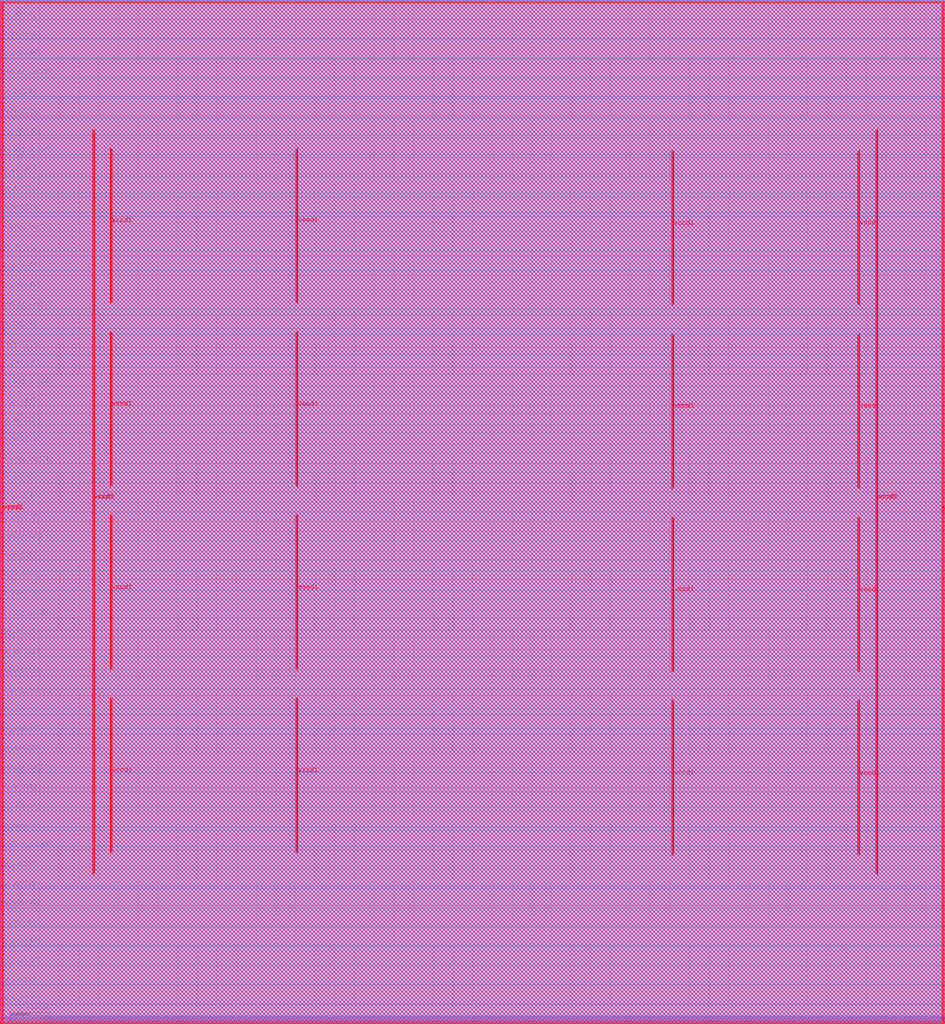
<source format=lef>
##
## LEF for PtnCells ;
## created by Innovus v20.10-p004_1 on Sat May 28 13:30:04 2022
##

VERSION 5.8 ;

BUSBITCHARS "[]" ;
DIVIDERCHAR "/" ;

MACRO azadi_soc_top_caravel
  CLASS BLOCK ;
  SIZE 2399.820000 BY 2599.980000 ;
  FOREIGN azadi_soc_top_caravel 0.000000 0.000000 ;
  ORIGIN 0 0 ;
  SYMMETRY X Y R90 ;
  PIN wb_clk_i
    DIRECTION INPUT ;
    USE SIGNAL ;
    ANTENNAPARTIALMETALAREA 319.264 LAYER met2  ;
    ANTENNAPARTIALMETALSIDEAREA 1596.09 LAYER met2  ;
    PORT
      LAYER met2 ;
        RECT 4.795000 0.000000 4.935000 0.490000 ;
    END
  END wb_clk_i
  PIN wb_rst_i
    DIRECTION INPUT ;
    USE SIGNAL ;
    ANTENNAPARTIALMETALAREA 41.5651 LAYER met2  ;
    ANTENNAPARTIALMETALSIDEAREA 207.546 LAYER met2  ;
    ANTENNAPARTIALCUTAREA 0.04 LAYER via2  ;
    ANTENNAPARTIALMETALAREA 0.255 LAYER met3  ;
    ANTENNAPARTIALMETALSIDEAREA 1.808 LAYER met3  ;
    ANTENNAPARTIALCUTAREA 0.04 LAYER via3  ;
    ANTENNAPARTIALMETALAREA 6.1578 LAYER met4  ;
    ANTENNAPARTIALMETALSIDEAREA 33.312 LAYER met4  ;
    ANTENNAMODEL OXIDE1 ;
    ANTENNAGATEAREA 0.495 LAYER met4  ;
    ANTENNAMAXAREACAR 68.182 LAYER met4  ;
    ANTENNAMAXSIDEAREACAR 345.881 LAYER met4  ;
    ANTENNAMAXCUTCAR 0.265455 LAYER via4  ;
    PORT
      LAYER met2 ;
        RECT 0.000000 1.120000 0.485000 1.260000 ;
    END
  END wb_rst_i
  PIN wbs_stb_i
    DIRECTION INPUT ;
    USE SIGNAL ;
    PORT
      LAYER met2 ;
        RECT 506.100000 0.000000 506.240000 0.490000 ;
    END
  END wbs_stb_i
  PIN wbs_cyc_i
    DIRECTION INPUT ;
    USE SIGNAL ;
    PORT
      LAYER met2 ;
        RECT 170.275000 0.000000 170.415000 0.490000 ;
    END
  END wbs_cyc_i
  PIN wbs_we_i
    DIRECTION INPUT ;
    USE SIGNAL ;
    PORT
      LAYER met2 ;
        RECT 510.965000 0.000000 511.105000 0.490000 ;
    END
  END wbs_we_i
  PIN wbs_sel_i[3]
    DIRECTION INPUT ;
    USE SIGNAL ;
    PORT
      LAYER met2 ;
        RECT 501.230000 0.000000 501.370000 0.490000 ;
    END
  END wbs_sel_i[3]
  PIN wbs_sel_i[2]
    DIRECTION INPUT ;
    USE SIGNAL ;
    PORT
      LAYER met2 ;
        RECT 496.365000 0.000000 496.505000 0.490000 ;
    END
  END wbs_sel_i[2]
  PIN wbs_sel_i[1]
    DIRECTION INPUT ;
    USE SIGNAL ;
    PORT
      LAYER met2 ;
        RECT 491.495000 0.000000 491.635000 0.490000 ;
    END
  END wbs_sel_i[1]
  PIN wbs_sel_i[0]
    DIRECTION INPUT ;
    USE SIGNAL ;
    PORT
      LAYER met2 ;
        RECT 486.630000 0.000000 486.770000 0.490000 ;
    END
  END wbs_sel_i[0]
  PIN wbs_dat_i[31]
    DIRECTION INPUT ;
    USE SIGNAL ;
    PORT
      LAYER met2 ;
        RECT 326.020000 0.000000 326.160000 0.490000 ;
    END
  END wbs_dat_i[31]
  PIN wbs_dat_i[30]
    DIRECTION INPUT ;
    USE SIGNAL ;
    PORT
      LAYER met2 ;
        RECT 321.150000 0.000000 321.290000 0.490000 ;
    END
  END wbs_dat_i[30]
  PIN wbs_dat_i[29]
    DIRECTION INPUT ;
    USE SIGNAL ;
    PORT
      LAYER met2 ;
        RECT 316.285000 0.000000 316.425000 0.490000 ;
    END
  END wbs_dat_i[29]
  PIN wbs_dat_i[28]
    DIRECTION INPUT ;
    USE SIGNAL ;
    PORT
      LAYER met2 ;
        RECT 311.420000 0.000000 311.560000 0.490000 ;
    END
  END wbs_dat_i[28]
  PIN wbs_dat_i[27]
    DIRECTION INPUT ;
    USE SIGNAL ;
    PORT
      LAYER met2 ;
        RECT 306.550000 0.000000 306.690000 0.490000 ;
    END
  END wbs_dat_i[27]
  PIN wbs_dat_i[26]
    DIRECTION INPUT ;
    USE SIGNAL ;
    PORT
      LAYER met2 ;
        RECT 301.685000 0.000000 301.825000 0.490000 ;
    END
  END wbs_dat_i[26]
  PIN wbs_dat_i[25]
    DIRECTION INPUT ;
    USE SIGNAL ;
    PORT
      LAYER met2 ;
        RECT 296.815000 0.000000 296.955000 0.490000 ;
    END
  END wbs_dat_i[25]
  PIN wbs_dat_i[24]
    DIRECTION INPUT ;
    USE SIGNAL ;
    PORT
      LAYER met2 ;
        RECT 291.950000 0.000000 292.090000 0.490000 ;
    END
  END wbs_dat_i[24]
  PIN wbs_dat_i[23]
    DIRECTION INPUT ;
    USE SIGNAL ;
    PORT
      LAYER met2 ;
        RECT 287.085000 0.000000 287.225000 0.490000 ;
    END
  END wbs_dat_i[23]
  PIN wbs_dat_i[22]
    DIRECTION INPUT ;
    USE SIGNAL ;
    PORT
      LAYER met2 ;
        RECT 282.215000 0.000000 282.355000 0.490000 ;
    END
  END wbs_dat_i[22]
  PIN wbs_dat_i[21]
    DIRECTION INPUT ;
    USE SIGNAL ;
    PORT
      LAYER met2 ;
        RECT 277.350000 0.000000 277.490000 0.490000 ;
    END
  END wbs_dat_i[21]
  PIN wbs_dat_i[20]
    DIRECTION INPUT ;
    USE SIGNAL ;
    PORT
      LAYER met2 ;
        RECT 272.480000 0.000000 272.620000 0.490000 ;
    END
  END wbs_dat_i[20]
  PIN wbs_dat_i[19]
    DIRECTION INPUT ;
    USE SIGNAL ;
    PORT
      LAYER met2 ;
        RECT 267.615000 0.000000 267.755000 0.490000 ;
    END
  END wbs_dat_i[19]
  PIN wbs_dat_i[18]
    DIRECTION INPUT ;
    USE SIGNAL ;
    PORT
      LAYER met2 ;
        RECT 262.750000 0.000000 262.890000 0.490000 ;
    END
  END wbs_dat_i[18]
  PIN wbs_dat_i[17]
    DIRECTION INPUT ;
    USE SIGNAL ;
    PORT
      LAYER met2 ;
        RECT 257.880000 0.000000 258.020000 0.490000 ;
    END
  END wbs_dat_i[17]
  PIN wbs_dat_i[16]
    DIRECTION INPUT ;
    USE SIGNAL ;
    PORT
      LAYER met2 ;
        RECT 253.015000 0.000000 253.155000 0.490000 ;
    END
  END wbs_dat_i[16]
  PIN wbs_dat_i[15]
    DIRECTION INPUT ;
    USE SIGNAL ;
    PORT
      LAYER met2 ;
        RECT 248.145000 0.000000 248.285000 0.490000 ;
    END
  END wbs_dat_i[15]
  PIN wbs_dat_i[14]
    DIRECTION INPUT ;
    USE SIGNAL ;
    PORT
      LAYER met2 ;
        RECT 243.280000 0.000000 243.420000 0.490000 ;
    END
  END wbs_dat_i[14]
  PIN wbs_dat_i[13]
    DIRECTION INPUT ;
    USE SIGNAL ;
    PORT
      LAYER met2 ;
        RECT 238.415000 0.000000 238.555000 0.490000 ;
    END
  END wbs_dat_i[13]
  PIN wbs_dat_i[12]
    DIRECTION INPUT ;
    USE SIGNAL ;
    PORT
      LAYER met2 ;
        RECT 233.545000 0.000000 233.685000 0.490000 ;
    END
  END wbs_dat_i[12]
  PIN wbs_dat_i[11]
    DIRECTION INPUT ;
    USE SIGNAL ;
    PORT
      LAYER met2 ;
        RECT 228.680000 0.000000 228.820000 0.490000 ;
    END
  END wbs_dat_i[11]
  PIN wbs_dat_i[10]
    DIRECTION INPUT ;
    USE SIGNAL ;
    PORT
      LAYER met2 ;
        RECT 223.810000 0.000000 223.950000 0.490000 ;
    END
  END wbs_dat_i[10]
  PIN wbs_dat_i[9]
    DIRECTION INPUT ;
    USE SIGNAL ;
    PORT
      LAYER met2 ;
        RECT 218.945000 0.000000 219.085000 0.490000 ;
    END
  END wbs_dat_i[9]
  PIN wbs_dat_i[8]
    DIRECTION INPUT ;
    USE SIGNAL ;
    PORT
      LAYER met2 ;
        RECT 214.080000 0.000000 214.220000 0.490000 ;
    END
  END wbs_dat_i[8]
  PIN wbs_dat_i[7]
    DIRECTION INPUT ;
    USE SIGNAL ;
    PORT
      LAYER met2 ;
        RECT 209.210000 0.000000 209.350000 0.490000 ;
    END
  END wbs_dat_i[7]
  PIN wbs_dat_i[6]
    DIRECTION INPUT ;
    USE SIGNAL ;
    PORT
      LAYER met2 ;
        RECT 204.345000 0.000000 204.485000 0.490000 ;
    END
  END wbs_dat_i[6]
  PIN wbs_dat_i[5]
    DIRECTION INPUT ;
    USE SIGNAL ;
    PORT
      LAYER met2 ;
        RECT 199.475000 0.000000 199.615000 0.490000 ;
    END
  END wbs_dat_i[5]
  PIN wbs_dat_i[4]
    DIRECTION INPUT ;
    USE SIGNAL ;
    PORT
      LAYER met2 ;
        RECT 194.610000 0.000000 194.750000 0.490000 ;
    END
  END wbs_dat_i[4]
  PIN wbs_dat_i[3]
    DIRECTION INPUT ;
    USE SIGNAL ;
    PORT
      LAYER met2 ;
        RECT 189.745000 0.000000 189.885000 0.490000 ;
    END
  END wbs_dat_i[3]
  PIN wbs_dat_i[2]
    DIRECTION INPUT ;
    USE SIGNAL ;
    PORT
      LAYER met2 ;
        RECT 184.875000 0.000000 185.015000 0.490000 ;
    END
  END wbs_dat_i[2]
  PIN wbs_dat_i[1]
    DIRECTION INPUT ;
    USE SIGNAL ;
    PORT
      LAYER met2 ;
        RECT 180.010000 0.000000 180.150000 0.490000 ;
    END
  END wbs_dat_i[1]
  PIN wbs_dat_i[0]
    DIRECTION INPUT ;
    USE SIGNAL ;
    PORT
      LAYER met2 ;
        RECT 175.140000 0.000000 175.280000 0.490000 ;
    END
  END wbs_dat_i[0]
  PIN wbs_adr_i[31]
    DIRECTION INPUT ;
    USE SIGNAL ;
    PORT
      LAYER met2 ;
        RECT 165.410000 0.000000 165.550000 0.490000 ;
    END
  END wbs_adr_i[31]
  PIN wbs_adr_i[30]
    DIRECTION INPUT ;
    USE SIGNAL ;
    PORT
      LAYER met2 ;
        RECT 160.540000 0.000000 160.680000 0.490000 ;
    END
  END wbs_adr_i[30]
  PIN wbs_adr_i[29]
    DIRECTION INPUT ;
    USE SIGNAL ;
    PORT
      LAYER met2 ;
        RECT 155.675000 0.000000 155.815000 0.490000 ;
    END
  END wbs_adr_i[29]
  PIN wbs_adr_i[28]
    DIRECTION INPUT ;
    USE SIGNAL ;
    PORT
      LAYER met2 ;
        RECT 150.805000 0.000000 150.945000 0.490000 ;
    END
  END wbs_adr_i[28]
  PIN wbs_adr_i[27]
    DIRECTION INPUT ;
    USE SIGNAL ;
    PORT
      LAYER met2 ;
        RECT 145.940000 0.000000 146.080000 0.490000 ;
    END
  END wbs_adr_i[27]
  PIN wbs_adr_i[26]
    DIRECTION INPUT ;
    USE SIGNAL ;
    PORT
      LAYER met2 ;
        RECT 141.075000 0.000000 141.215000 0.490000 ;
    END
  END wbs_adr_i[26]
  PIN wbs_adr_i[25]
    DIRECTION INPUT ;
    USE SIGNAL ;
    PORT
      LAYER met2 ;
        RECT 136.205000 0.000000 136.345000 0.490000 ;
    END
  END wbs_adr_i[25]
  PIN wbs_adr_i[24]
    DIRECTION INPUT ;
    USE SIGNAL ;
    PORT
      LAYER met2 ;
        RECT 131.340000 0.000000 131.480000 0.490000 ;
    END
  END wbs_adr_i[24]
  PIN wbs_adr_i[23]
    DIRECTION INPUT ;
    USE SIGNAL ;
    PORT
      LAYER met2 ;
        RECT 126.470000 0.000000 126.610000 0.490000 ;
    END
  END wbs_adr_i[23]
  PIN wbs_adr_i[22]
    DIRECTION INPUT ;
    USE SIGNAL ;
    PORT
      LAYER met2 ;
        RECT 121.605000 0.000000 121.745000 0.490000 ;
    END
  END wbs_adr_i[22]
  PIN wbs_adr_i[21]
    DIRECTION INPUT ;
    USE SIGNAL ;
    PORT
      LAYER met2 ;
        RECT 116.740000 0.000000 116.880000 0.490000 ;
    END
  END wbs_adr_i[21]
  PIN wbs_adr_i[20]
    DIRECTION INPUT ;
    USE SIGNAL ;
    PORT
      LAYER met2 ;
        RECT 111.870000 0.000000 112.010000 0.490000 ;
    END
  END wbs_adr_i[20]
  PIN wbs_adr_i[19]
    DIRECTION INPUT ;
    USE SIGNAL ;
    PORT
      LAYER met2 ;
        RECT 107.005000 0.000000 107.145000 0.490000 ;
    END
  END wbs_adr_i[19]
  PIN wbs_adr_i[18]
    DIRECTION INPUT ;
    USE SIGNAL ;
    PORT
      LAYER met2 ;
        RECT 102.135000 0.000000 102.275000 0.490000 ;
    END
  END wbs_adr_i[18]
  PIN wbs_adr_i[17]
    DIRECTION INPUT ;
    USE SIGNAL ;
    PORT
      LAYER met2 ;
        RECT 97.270000 0.000000 97.410000 0.490000 ;
    END
  END wbs_adr_i[17]
  PIN wbs_adr_i[16]
    DIRECTION INPUT ;
    USE SIGNAL ;
    PORT
      LAYER met2 ;
        RECT 92.405000 0.000000 92.545000 0.490000 ;
    END
  END wbs_adr_i[16]
  PIN wbs_adr_i[15]
    DIRECTION INPUT ;
    USE SIGNAL ;
    PORT
      LAYER met2 ;
        RECT 87.535000 0.000000 87.675000 0.490000 ;
    END
  END wbs_adr_i[15]
  PIN wbs_adr_i[14]
    DIRECTION INPUT ;
    USE SIGNAL ;
    PORT
      LAYER met2 ;
        RECT 82.670000 0.000000 82.810000 0.490000 ;
    END
  END wbs_adr_i[14]
  PIN wbs_adr_i[13]
    DIRECTION INPUT ;
    USE SIGNAL ;
    PORT
      LAYER met2 ;
        RECT 77.800000 0.000000 77.940000 0.490000 ;
    END
  END wbs_adr_i[13]
  PIN wbs_adr_i[12]
    DIRECTION INPUT ;
    USE SIGNAL ;
    PORT
      LAYER met2 ;
        RECT 72.935000 0.000000 73.075000 0.490000 ;
    END
  END wbs_adr_i[12]
  PIN wbs_adr_i[11]
    DIRECTION INPUT ;
    USE SIGNAL ;
    PORT
      LAYER met2 ;
        RECT 68.070000 0.000000 68.210000 0.490000 ;
    END
  END wbs_adr_i[11]
  PIN wbs_adr_i[10]
    DIRECTION INPUT ;
    USE SIGNAL ;
    PORT
      LAYER met2 ;
        RECT 63.200000 0.000000 63.340000 0.490000 ;
    END
  END wbs_adr_i[10]
  PIN wbs_adr_i[9]
    DIRECTION INPUT ;
    USE SIGNAL ;
    PORT
      LAYER met2 ;
        RECT 58.335000 0.000000 58.475000 0.490000 ;
    END
  END wbs_adr_i[9]
  PIN wbs_adr_i[8]
    DIRECTION INPUT ;
    USE SIGNAL ;
    PORT
      LAYER met2 ;
        RECT 53.465000 0.000000 53.605000 0.490000 ;
    END
  END wbs_adr_i[8]
  PIN wbs_adr_i[7]
    DIRECTION INPUT ;
    USE SIGNAL ;
    PORT
      LAYER met2 ;
        RECT 48.600000 0.000000 48.740000 0.490000 ;
    END
  END wbs_adr_i[7]
  PIN wbs_adr_i[6]
    DIRECTION INPUT ;
    USE SIGNAL ;
    PORT
      LAYER met2 ;
        RECT 43.735000 0.000000 43.875000 0.490000 ;
    END
  END wbs_adr_i[6]
  PIN wbs_adr_i[5]
    DIRECTION INPUT ;
    USE SIGNAL ;
    PORT
      LAYER met2 ;
        RECT 38.865000 0.000000 39.005000 0.490000 ;
    END
  END wbs_adr_i[5]
  PIN wbs_adr_i[4]
    DIRECTION INPUT ;
    USE SIGNAL ;
    PORT
      LAYER met2 ;
        RECT 34.000000 0.000000 34.140000 0.490000 ;
    END
  END wbs_adr_i[4]
  PIN wbs_adr_i[3]
    DIRECTION INPUT ;
    USE SIGNAL ;
    PORT
      LAYER met2 ;
        RECT 29.130000 0.000000 29.270000 0.490000 ;
    END
  END wbs_adr_i[3]
  PIN wbs_adr_i[2]
    DIRECTION INPUT ;
    USE SIGNAL ;
    PORT
      LAYER met2 ;
        RECT 24.265000 0.000000 24.405000 0.490000 ;
    END
  END wbs_adr_i[2]
  PIN wbs_adr_i[1]
    DIRECTION INPUT ;
    USE SIGNAL ;
    PORT
      LAYER met2 ;
        RECT 19.400000 0.000000 19.540000 0.490000 ;
    END
  END wbs_adr_i[1]
  PIN wbs_adr_i[0]
    DIRECTION INPUT ;
    USE SIGNAL ;
    PORT
      LAYER met2 ;
        RECT 14.530000 0.000000 14.670000 0.490000 ;
    END
  END wbs_adr_i[0]
  PIN wbs_ack_o
    DIRECTION OUTPUT ;
    USE SIGNAL ;
    ANTENNADIFFAREA 0.891 LAYER met2  ;
    ANTENNAPARTIALMETALAREA 8.371 LAYER met2  ;
    ANTENNAPARTIALMETALSIDEAREA 41.223 LAYER met2  ;
    ANTENNAPARTIALCUTAREA 0.04 LAYER via2  ;
    ANTENNADIFFAREA 0.891 LAYER met3  ;
    ANTENNAPARTIALMETALAREA 5.7274 LAYER met3  ;
    ANTENNAPARTIALMETALSIDEAREA 32.424 LAYER met3  ;
    ANTENNAPARTIALCUTAREA 0.04 LAYER via3  ;
    ANTENNADIFFAREA 0.891 LAYER met4  ;
    ANTENNAPARTIALMETALAREA 59.1783 LAYER met4  ;
    ANTENNAPARTIALMETALSIDEAREA 316.088 LAYER met4  ;
    PORT
      LAYER met2 ;
        RECT 9.665000 0.000000 9.805000 0.490000 ;
    END
  END wbs_ack_o
  PIN wbs_dat_o[31]
    DIRECTION OUTPUT ;
    USE SIGNAL ;
    ANTENNADIFFAREA 0.891 LAYER met2  ;
    ANTENNAPARTIALMETALAREA 8.3682 LAYER met2  ;
    ANTENNAPARTIALMETALSIDEAREA 41.209 LAYER met2  ;
    ANTENNAPARTIALCUTAREA 0.04 LAYER via2  ;
    ANTENNADIFFAREA 0.891 LAYER met3  ;
    ANTENNAPARTIALMETALAREA 5.7274 LAYER met3  ;
    ANTENNAPARTIALMETALSIDEAREA 32.424 LAYER met3  ;
    ANTENNAPARTIALCUTAREA 0.04 LAYER via3  ;
    ANTENNADIFFAREA 0.891 LAYER met4  ;
    ANTENNAPARTIALMETALAREA 59.1783 LAYER met4  ;
    ANTENNAPARTIALMETALSIDEAREA 316.088 LAYER met4  ;
    PORT
      LAYER met2 ;
        RECT 481.765000 0.000000 481.905000 0.490000 ;
    END
  END wbs_dat_o[31]
  PIN wbs_dat_o[30]
    DIRECTION OUTPUT ;
    USE SIGNAL ;
    ANTENNADIFFAREA 0.891 LAYER met2  ;
    ANTENNAPARTIALMETALAREA 8.3682 LAYER met2  ;
    ANTENNAPARTIALMETALSIDEAREA 41.209 LAYER met2  ;
    ANTENNAPARTIALCUTAREA 0.04 LAYER via2  ;
    ANTENNADIFFAREA 0.891 LAYER met3  ;
    ANTENNAPARTIALMETALAREA 5.7274 LAYER met3  ;
    ANTENNAPARTIALMETALSIDEAREA 32.424 LAYER met3  ;
    ANTENNAPARTIALCUTAREA 0.04 LAYER via3  ;
    ANTENNADIFFAREA 0.891 LAYER met4  ;
    ANTENNAPARTIALMETALAREA 59.1783 LAYER met4  ;
    ANTENNAPARTIALMETALSIDEAREA 316.088 LAYER met4  ;
    PORT
      LAYER met2 ;
        RECT 476.895000 0.000000 477.035000 0.490000 ;
    END
  END wbs_dat_o[30]
  PIN wbs_dat_o[29]
    DIRECTION OUTPUT ;
    USE SIGNAL ;
    ANTENNADIFFAREA 0.891 LAYER met2  ;
    ANTENNAPARTIALMETALAREA 8.3682 LAYER met2  ;
    ANTENNAPARTIALMETALSIDEAREA 41.209 LAYER met2  ;
    ANTENNAPARTIALCUTAREA 0.04 LAYER via2  ;
    ANTENNADIFFAREA 0.891 LAYER met3  ;
    ANTENNAPARTIALMETALAREA 5.7274 LAYER met3  ;
    ANTENNAPARTIALMETALSIDEAREA 32.424 LAYER met3  ;
    ANTENNAPARTIALCUTAREA 0.04 LAYER via3  ;
    ANTENNADIFFAREA 0.891 LAYER met4  ;
    ANTENNAPARTIALMETALAREA 59.1783 LAYER met4  ;
    ANTENNAPARTIALMETALSIDEAREA 316.088 LAYER met4  ;
    PORT
      LAYER met2 ;
        RECT 472.030000 0.000000 472.170000 0.490000 ;
    END
  END wbs_dat_o[29]
  PIN wbs_dat_o[28]
    DIRECTION OUTPUT ;
    USE SIGNAL ;
    ANTENNADIFFAREA 0.891 LAYER met2  ;
    ANTENNAPARTIALMETALAREA 8.3682 LAYER met2  ;
    ANTENNAPARTIALMETALSIDEAREA 41.209 LAYER met2  ;
    ANTENNAPARTIALCUTAREA 0.04 LAYER via2  ;
    ANTENNADIFFAREA 0.891 LAYER met3  ;
    ANTENNAPARTIALMETALAREA 5.7274 LAYER met3  ;
    ANTENNAPARTIALMETALSIDEAREA 32.424 LAYER met3  ;
    ANTENNAPARTIALCUTAREA 0.04 LAYER via3  ;
    ANTENNADIFFAREA 0.891 LAYER met4  ;
    ANTENNAPARTIALMETALAREA 59.1783 LAYER met4  ;
    ANTENNAPARTIALMETALSIDEAREA 316.088 LAYER met4  ;
    PORT
      LAYER met2 ;
        RECT 467.160000 0.000000 467.300000 0.490000 ;
    END
  END wbs_dat_o[28]
  PIN wbs_dat_o[27]
    DIRECTION OUTPUT ;
    USE SIGNAL ;
    ANTENNADIFFAREA 0.891 LAYER met2  ;
    ANTENNAPARTIALMETALAREA 8.3682 LAYER met2  ;
    ANTENNAPARTIALMETALSIDEAREA 41.209 LAYER met2  ;
    ANTENNAPARTIALCUTAREA 0.04 LAYER via2  ;
    ANTENNADIFFAREA 0.891 LAYER met3  ;
    ANTENNAPARTIALMETALAREA 5.7274 LAYER met3  ;
    ANTENNAPARTIALMETALSIDEAREA 32.424 LAYER met3  ;
    ANTENNAPARTIALCUTAREA 0.04 LAYER via3  ;
    ANTENNADIFFAREA 0.891 LAYER met4  ;
    ANTENNAPARTIALMETALAREA 59.1783 LAYER met4  ;
    ANTENNAPARTIALMETALSIDEAREA 316.088 LAYER met4  ;
    PORT
      LAYER met2 ;
        RECT 462.295000 0.000000 462.435000 0.490000 ;
    END
  END wbs_dat_o[27]
  PIN wbs_dat_o[26]
    DIRECTION OUTPUT ;
    USE SIGNAL ;
    ANTENNADIFFAREA 0.891 LAYER met2  ;
    ANTENNAPARTIALMETALAREA 8.3682 LAYER met2  ;
    ANTENNAPARTIALMETALSIDEAREA 41.209 LAYER met2  ;
    ANTENNAPARTIALCUTAREA 0.04 LAYER via2  ;
    ANTENNADIFFAREA 0.891 LAYER met3  ;
    ANTENNAPARTIALMETALAREA 5.7274 LAYER met3  ;
    ANTENNAPARTIALMETALSIDEAREA 32.424 LAYER met3  ;
    ANTENNAPARTIALCUTAREA 0.04 LAYER via3  ;
    ANTENNADIFFAREA 0.891 LAYER met4  ;
    ANTENNAPARTIALMETALAREA 59.1783 LAYER met4  ;
    ANTENNAPARTIALMETALSIDEAREA 316.088 LAYER met4  ;
    PORT
      LAYER met2 ;
        RECT 457.430000 0.000000 457.570000 0.490000 ;
    END
  END wbs_dat_o[26]
  PIN wbs_dat_o[25]
    DIRECTION OUTPUT ;
    USE SIGNAL ;
    ANTENNADIFFAREA 0.891 LAYER met2  ;
    ANTENNAPARTIALMETALAREA 8.3682 LAYER met2  ;
    ANTENNAPARTIALMETALSIDEAREA 41.209 LAYER met2  ;
    ANTENNAPARTIALCUTAREA 0.04 LAYER via2  ;
    ANTENNADIFFAREA 0.891 LAYER met3  ;
    ANTENNAPARTIALMETALAREA 5.7274 LAYER met3  ;
    ANTENNAPARTIALMETALSIDEAREA 32.424 LAYER met3  ;
    ANTENNAPARTIALCUTAREA 0.04 LAYER via3  ;
    ANTENNADIFFAREA 0.891 LAYER met4  ;
    ANTENNAPARTIALMETALAREA 59.1783 LAYER met4  ;
    ANTENNAPARTIALMETALSIDEAREA 316.088 LAYER met4  ;
    PORT
      LAYER met2 ;
        RECT 452.560000 0.000000 452.700000 0.490000 ;
    END
  END wbs_dat_o[25]
  PIN wbs_dat_o[24]
    DIRECTION OUTPUT ;
    USE SIGNAL ;
    ANTENNADIFFAREA 0.891 LAYER met2  ;
    ANTENNAPARTIALMETALAREA 8.3682 LAYER met2  ;
    ANTENNAPARTIALMETALSIDEAREA 41.209 LAYER met2  ;
    ANTENNAPARTIALCUTAREA 0.04 LAYER via2  ;
    ANTENNADIFFAREA 0.891 LAYER met3  ;
    ANTENNAPARTIALMETALAREA 5.7274 LAYER met3  ;
    ANTENNAPARTIALMETALSIDEAREA 32.424 LAYER met3  ;
    ANTENNAPARTIALCUTAREA 0.04 LAYER via3  ;
    ANTENNADIFFAREA 0.891 LAYER met4  ;
    ANTENNAPARTIALMETALAREA 59.1783 LAYER met4  ;
    ANTENNAPARTIALMETALSIDEAREA 316.088 LAYER met4  ;
    PORT
      LAYER met2 ;
        RECT 447.695000 0.000000 447.835000 0.490000 ;
    END
  END wbs_dat_o[24]
  PIN wbs_dat_o[23]
    DIRECTION OUTPUT ;
    USE SIGNAL ;
    ANTENNADIFFAREA 0.891 LAYER met2  ;
    ANTENNAPARTIALMETALAREA 8.3682 LAYER met2  ;
    ANTENNAPARTIALMETALSIDEAREA 41.209 LAYER met2  ;
    ANTENNAPARTIALCUTAREA 0.04 LAYER via2  ;
    ANTENNADIFFAREA 0.891 LAYER met3  ;
    ANTENNAPARTIALMETALAREA 5.7274 LAYER met3  ;
    ANTENNAPARTIALMETALSIDEAREA 32.424 LAYER met3  ;
    ANTENNAPARTIALCUTAREA 0.04 LAYER via3  ;
    ANTENNADIFFAREA 0.891 LAYER met4  ;
    ANTENNAPARTIALMETALAREA 59.1783 LAYER met4  ;
    ANTENNAPARTIALMETALSIDEAREA 316.088 LAYER met4  ;
    PORT
      LAYER met2 ;
        RECT 442.825000 0.000000 442.965000 0.490000 ;
    END
  END wbs_dat_o[23]
  PIN wbs_dat_o[22]
    DIRECTION OUTPUT ;
    USE SIGNAL ;
    ANTENNADIFFAREA 0.891 LAYER met2  ;
    ANTENNAPARTIALMETALAREA 8.3682 LAYER met2  ;
    ANTENNAPARTIALMETALSIDEAREA 41.209 LAYER met2  ;
    ANTENNAPARTIALCUTAREA 0.04 LAYER via2  ;
    ANTENNADIFFAREA 0.891 LAYER met3  ;
    ANTENNAPARTIALMETALAREA 5.7274 LAYER met3  ;
    ANTENNAPARTIALMETALSIDEAREA 32.424 LAYER met3  ;
    ANTENNAPARTIALCUTAREA 0.04 LAYER via3  ;
    ANTENNADIFFAREA 0.891 LAYER met4  ;
    ANTENNAPARTIALMETALAREA 59.1783 LAYER met4  ;
    ANTENNAPARTIALMETALSIDEAREA 316.088 LAYER met4  ;
    PORT
      LAYER met2 ;
        RECT 437.960000 0.000000 438.100000 0.490000 ;
    END
  END wbs_dat_o[22]
  PIN wbs_dat_o[21]
    DIRECTION OUTPUT ;
    USE SIGNAL ;
    ANTENNADIFFAREA 0.891 LAYER met2  ;
    ANTENNAPARTIALMETALAREA 8.3682 LAYER met2  ;
    ANTENNAPARTIALMETALSIDEAREA 41.209 LAYER met2  ;
    ANTENNAPARTIALCUTAREA 0.04 LAYER via2  ;
    ANTENNADIFFAREA 0.891 LAYER met3  ;
    ANTENNAPARTIALMETALAREA 5.7274 LAYER met3  ;
    ANTENNAPARTIALMETALSIDEAREA 32.424 LAYER met3  ;
    ANTENNAPARTIALCUTAREA 0.04 LAYER via3  ;
    ANTENNADIFFAREA 0.891 LAYER met4  ;
    ANTENNAPARTIALMETALAREA 59.1783 LAYER met4  ;
    ANTENNAPARTIALMETALSIDEAREA 316.088 LAYER met4  ;
    PORT
      LAYER met2 ;
        RECT 433.095000 0.000000 433.235000 0.490000 ;
    END
  END wbs_dat_o[21]
  PIN wbs_dat_o[20]
    DIRECTION OUTPUT ;
    USE SIGNAL ;
    ANTENNADIFFAREA 0.891 LAYER met2  ;
    ANTENNAPARTIALMETALAREA 8.3682 LAYER met2  ;
    ANTENNAPARTIALMETALSIDEAREA 41.209 LAYER met2  ;
    ANTENNAPARTIALCUTAREA 0.04 LAYER via2  ;
    ANTENNADIFFAREA 0.891 LAYER met3  ;
    ANTENNAPARTIALMETALAREA 5.7274 LAYER met3  ;
    ANTENNAPARTIALMETALSIDEAREA 32.424 LAYER met3  ;
    ANTENNAPARTIALCUTAREA 0.04 LAYER via3  ;
    ANTENNADIFFAREA 0.891 LAYER met4  ;
    ANTENNAPARTIALMETALAREA 59.1783 LAYER met4  ;
    ANTENNAPARTIALMETALSIDEAREA 316.088 LAYER met4  ;
    PORT
      LAYER met2 ;
        RECT 428.225000 0.000000 428.365000 0.490000 ;
    END
  END wbs_dat_o[20]
  PIN wbs_dat_o[19]
    DIRECTION OUTPUT ;
    USE SIGNAL ;
    ANTENNADIFFAREA 0.891 LAYER met2  ;
    ANTENNAPARTIALMETALAREA 8.3682 LAYER met2  ;
    ANTENNAPARTIALMETALSIDEAREA 41.209 LAYER met2  ;
    ANTENNAPARTIALCUTAREA 0.04 LAYER via2  ;
    ANTENNADIFFAREA 0.891 LAYER met3  ;
    ANTENNAPARTIALMETALAREA 5.7274 LAYER met3  ;
    ANTENNAPARTIALMETALSIDEAREA 32.424 LAYER met3  ;
    ANTENNAPARTIALCUTAREA 0.04 LAYER via3  ;
    ANTENNADIFFAREA 0.891 LAYER met4  ;
    ANTENNAPARTIALMETALAREA 59.1783 LAYER met4  ;
    ANTENNAPARTIALMETALSIDEAREA 316.088 LAYER met4  ;
    PORT
      LAYER met2 ;
        RECT 423.360000 0.000000 423.500000 0.490000 ;
    END
  END wbs_dat_o[19]
  PIN wbs_dat_o[18]
    DIRECTION OUTPUT ;
    USE SIGNAL ;
    ANTENNADIFFAREA 0.891 LAYER met2  ;
    ANTENNAPARTIALMETALAREA 8.3682 LAYER met2  ;
    ANTENNAPARTIALMETALSIDEAREA 41.209 LAYER met2  ;
    ANTENNAPARTIALCUTAREA 0.04 LAYER via2  ;
    ANTENNADIFFAREA 0.891 LAYER met3  ;
    ANTENNAPARTIALMETALAREA 5.7274 LAYER met3  ;
    ANTENNAPARTIALMETALSIDEAREA 32.424 LAYER met3  ;
    ANTENNAPARTIALCUTAREA 0.04 LAYER via3  ;
    ANTENNADIFFAREA 0.891 LAYER met4  ;
    ANTENNAPARTIALMETALAREA 59.1783 LAYER met4  ;
    ANTENNAPARTIALMETALSIDEAREA 316.088 LAYER met4  ;
    PORT
      LAYER met2 ;
        RECT 418.490000 0.000000 418.630000 0.490000 ;
    END
  END wbs_dat_o[18]
  PIN wbs_dat_o[17]
    DIRECTION OUTPUT ;
    USE SIGNAL ;
    ANTENNADIFFAREA 0.891 LAYER met2  ;
    ANTENNAPARTIALMETALAREA 8.3682 LAYER met2  ;
    ANTENNAPARTIALMETALSIDEAREA 41.209 LAYER met2  ;
    ANTENNAPARTIALCUTAREA 0.04 LAYER via2  ;
    ANTENNADIFFAREA 0.891 LAYER met3  ;
    ANTENNAPARTIALMETALAREA 5.7274 LAYER met3  ;
    ANTENNAPARTIALMETALSIDEAREA 32.424 LAYER met3  ;
    ANTENNAPARTIALCUTAREA 0.04 LAYER via3  ;
    ANTENNADIFFAREA 0.891 LAYER met4  ;
    ANTENNAPARTIALMETALAREA 59.1783 LAYER met4  ;
    ANTENNAPARTIALMETALSIDEAREA 316.088 LAYER met4  ;
    PORT
      LAYER met2 ;
        RECT 413.625000 0.000000 413.765000 0.490000 ;
    END
  END wbs_dat_o[17]
  PIN wbs_dat_o[16]
    DIRECTION OUTPUT ;
    USE SIGNAL ;
    ANTENNADIFFAREA 0.891 LAYER met2  ;
    ANTENNAPARTIALMETALAREA 8.3682 LAYER met2  ;
    ANTENNAPARTIALMETALSIDEAREA 41.209 LAYER met2  ;
    ANTENNAPARTIALCUTAREA 0.04 LAYER via2  ;
    ANTENNADIFFAREA 0.891 LAYER met3  ;
    ANTENNAPARTIALMETALAREA 5.7274 LAYER met3  ;
    ANTENNAPARTIALMETALSIDEAREA 32.424 LAYER met3  ;
    ANTENNAPARTIALCUTAREA 0.04 LAYER via3  ;
    ANTENNADIFFAREA 0.891 LAYER met4  ;
    ANTENNAPARTIALMETALAREA 59.1783 LAYER met4  ;
    ANTENNAPARTIALMETALSIDEAREA 316.088 LAYER met4  ;
    PORT
      LAYER met2 ;
        RECT 408.760000 0.000000 408.900000 0.490000 ;
    END
  END wbs_dat_o[16]
  PIN wbs_dat_o[15]
    DIRECTION OUTPUT ;
    USE SIGNAL ;
    ANTENNADIFFAREA 0.891 LAYER met2  ;
    ANTENNAPARTIALMETALAREA 8.3682 LAYER met2  ;
    ANTENNAPARTIALMETALSIDEAREA 41.209 LAYER met2  ;
    ANTENNAPARTIALCUTAREA 0.04 LAYER via2  ;
    ANTENNADIFFAREA 0.891 LAYER met3  ;
    ANTENNAPARTIALMETALAREA 5.7274 LAYER met3  ;
    ANTENNAPARTIALMETALSIDEAREA 32.424 LAYER met3  ;
    ANTENNAPARTIALCUTAREA 0.04 LAYER via3  ;
    ANTENNADIFFAREA 0.891 LAYER met4  ;
    ANTENNAPARTIALMETALAREA 59.1783 LAYER met4  ;
    ANTENNAPARTIALMETALSIDEAREA 316.088 LAYER met4  ;
    PORT
      LAYER met2 ;
        RECT 403.890000 0.000000 404.030000 0.490000 ;
    END
  END wbs_dat_o[15]
  PIN wbs_dat_o[14]
    DIRECTION OUTPUT ;
    USE SIGNAL ;
    ANTENNADIFFAREA 0.891 LAYER met2  ;
    ANTENNAPARTIALMETALAREA 8.3682 LAYER met2  ;
    ANTENNAPARTIALMETALSIDEAREA 41.209 LAYER met2  ;
    ANTENNAPARTIALCUTAREA 0.04 LAYER via2  ;
    ANTENNADIFFAREA 0.891 LAYER met3  ;
    ANTENNAPARTIALMETALAREA 5.7274 LAYER met3  ;
    ANTENNAPARTIALMETALSIDEAREA 32.424 LAYER met3  ;
    ANTENNAPARTIALCUTAREA 0.04 LAYER via3  ;
    ANTENNADIFFAREA 0.891 LAYER met4  ;
    ANTENNAPARTIALMETALAREA 59.1783 LAYER met4  ;
    ANTENNAPARTIALMETALSIDEAREA 316.088 LAYER met4  ;
    PORT
      LAYER met2 ;
        RECT 399.025000 0.000000 399.165000 0.490000 ;
    END
  END wbs_dat_o[14]
  PIN wbs_dat_o[13]
    DIRECTION OUTPUT ;
    USE SIGNAL ;
    ANTENNADIFFAREA 0.891 LAYER met2  ;
    ANTENNAPARTIALMETALAREA 8.3682 LAYER met2  ;
    ANTENNAPARTIALMETALSIDEAREA 41.209 LAYER met2  ;
    ANTENNAPARTIALCUTAREA 0.04 LAYER via2  ;
    ANTENNADIFFAREA 0.891 LAYER met3  ;
    ANTENNAPARTIALMETALAREA 5.7274 LAYER met3  ;
    ANTENNAPARTIALMETALSIDEAREA 32.424 LAYER met3  ;
    ANTENNAPARTIALCUTAREA 0.04 LAYER via3  ;
    ANTENNADIFFAREA 0.891 LAYER met4  ;
    ANTENNAPARTIALMETALAREA 59.1783 LAYER met4  ;
    ANTENNAPARTIALMETALSIDEAREA 316.088 LAYER met4  ;
    PORT
      LAYER met2 ;
        RECT 394.155000 0.000000 394.295000 0.490000 ;
    END
  END wbs_dat_o[13]
  PIN wbs_dat_o[12]
    DIRECTION OUTPUT ;
    USE SIGNAL ;
    ANTENNADIFFAREA 0.891 LAYER met2  ;
    ANTENNAPARTIALMETALAREA 8.3682 LAYER met2  ;
    ANTENNAPARTIALMETALSIDEAREA 41.209 LAYER met2  ;
    ANTENNAPARTIALCUTAREA 0.04 LAYER via2  ;
    ANTENNADIFFAREA 0.891 LAYER met3  ;
    ANTENNAPARTIALMETALAREA 5.7274 LAYER met3  ;
    ANTENNAPARTIALMETALSIDEAREA 32.424 LAYER met3  ;
    ANTENNAPARTIALCUTAREA 0.04 LAYER via3  ;
    ANTENNADIFFAREA 0.891 LAYER met4  ;
    ANTENNAPARTIALMETALAREA 59.1783 LAYER met4  ;
    ANTENNAPARTIALMETALSIDEAREA 316.088 LAYER met4  ;
    PORT
      LAYER met2 ;
        RECT 389.290000 0.000000 389.430000 0.490000 ;
    END
  END wbs_dat_o[12]
  PIN wbs_dat_o[11]
    DIRECTION OUTPUT ;
    USE SIGNAL ;
    ANTENNADIFFAREA 0.891 LAYER met2  ;
    ANTENNAPARTIALMETALAREA 8.3682 LAYER met2  ;
    ANTENNAPARTIALMETALSIDEAREA 41.209 LAYER met2  ;
    ANTENNAPARTIALCUTAREA 0.04 LAYER via2  ;
    ANTENNADIFFAREA 0.891 LAYER met3  ;
    ANTENNAPARTIALMETALAREA 5.7274 LAYER met3  ;
    ANTENNAPARTIALMETALSIDEAREA 32.424 LAYER met3  ;
    ANTENNAPARTIALCUTAREA 0.04 LAYER via3  ;
    ANTENNADIFFAREA 0.891 LAYER met4  ;
    ANTENNAPARTIALMETALAREA 59.1783 LAYER met4  ;
    ANTENNAPARTIALMETALSIDEAREA 316.088 LAYER met4  ;
    PORT
      LAYER met2 ;
        RECT 384.425000 0.000000 384.565000 0.490000 ;
    END
  END wbs_dat_o[11]
  PIN wbs_dat_o[10]
    DIRECTION OUTPUT ;
    USE SIGNAL ;
    ANTENNADIFFAREA 0.891 LAYER met2  ;
    ANTENNAPARTIALMETALAREA 8.3682 LAYER met2  ;
    ANTENNAPARTIALMETALSIDEAREA 41.209 LAYER met2  ;
    ANTENNAPARTIALCUTAREA 0.04 LAYER via2  ;
    ANTENNADIFFAREA 0.891 LAYER met3  ;
    ANTENNAPARTIALMETALAREA 5.7274 LAYER met3  ;
    ANTENNAPARTIALMETALSIDEAREA 32.424 LAYER met3  ;
    ANTENNAPARTIALCUTAREA 0.04 LAYER via3  ;
    ANTENNADIFFAREA 0.891 LAYER met4  ;
    ANTENNAPARTIALMETALAREA 59.1783 LAYER met4  ;
    ANTENNAPARTIALMETALSIDEAREA 316.088 LAYER met4  ;
    PORT
      LAYER met2 ;
        RECT 379.555000 0.000000 379.695000 0.490000 ;
    END
  END wbs_dat_o[10]
  PIN wbs_dat_o[9]
    DIRECTION OUTPUT ;
    USE SIGNAL ;
    ANTENNADIFFAREA 0.891 LAYER met2  ;
    ANTENNAPARTIALMETALAREA 8.3682 LAYER met2  ;
    ANTENNAPARTIALMETALSIDEAREA 41.209 LAYER met2  ;
    ANTENNAPARTIALCUTAREA 0.04 LAYER via2  ;
    ANTENNADIFFAREA 0.891 LAYER met3  ;
    ANTENNAPARTIALMETALAREA 5.7274 LAYER met3  ;
    ANTENNAPARTIALMETALSIDEAREA 32.424 LAYER met3  ;
    ANTENNAPARTIALCUTAREA 0.04 LAYER via3  ;
    ANTENNADIFFAREA 0.891 LAYER met4  ;
    ANTENNAPARTIALMETALAREA 59.1783 LAYER met4  ;
    ANTENNAPARTIALMETALSIDEAREA 316.088 LAYER met4  ;
    PORT
      LAYER met2 ;
        RECT 374.690000 0.000000 374.830000 0.490000 ;
    END
  END wbs_dat_o[9]
  PIN wbs_dat_o[8]
    DIRECTION OUTPUT ;
    USE SIGNAL ;
    ANTENNADIFFAREA 0.891 LAYER met2  ;
    ANTENNAPARTIALMETALAREA 8.3682 LAYER met2  ;
    ANTENNAPARTIALMETALSIDEAREA 41.209 LAYER met2  ;
    ANTENNAPARTIALCUTAREA 0.04 LAYER via2  ;
    ANTENNADIFFAREA 0.891 LAYER met3  ;
    ANTENNAPARTIALMETALAREA 5.7274 LAYER met3  ;
    ANTENNAPARTIALMETALSIDEAREA 32.424 LAYER met3  ;
    ANTENNAPARTIALCUTAREA 0.04 LAYER via3  ;
    ANTENNADIFFAREA 0.891 LAYER met4  ;
    ANTENNAPARTIALMETALAREA 59.1783 LAYER met4  ;
    ANTENNAPARTIALMETALSIDEAREA 316.088 LAYER met4  ;
    PORT
      LAYER met2 ;
        RECT 369.820000 0.000000 369.960000 0.490000 ;
    END
  END wbs_dat_o[8]
  PIN wbs_dat_o[7]
    DIRECTION OUTPUT ;
    USE SIGNAL ;
    ANTENNADIFFAREA 0.891 LAYER met2  ;
    ANTENNAPARTIALMETALAREA 8.3682 LAYER met2  ;
    ANTENNAPARTIALMETALSIDEAREA 41.209 LAYER met2  ;
    ANTENNAPARTIALCUTAREA 0.04 LAYER via2  ;
    ANTENNADIFFAREA 0.891 LAYER met3  ;
    ANTENNAPARTIALMETALAREA 5.7274 LAYER met3  ;
    ANTENNAPARTIALMETALSIDEAREA 32.424 LAYER met3  ;
    ANTENNAPARTIALCUTAREA 0.04 LAYER via3  ;
    ANTENNADIFFAREA 0.891 LAYER met4  ;
    ANTENNAPARTIALMETALAREA 59.1783 LAYER met4  ;
    ANTENNAPARTIALMETALSIDEAREA 316.088 LAYER met4  ;
    PORT
      LAYER met2 ;
        RECT 364.955000 0.000000 365.095000 0.490000 ;
    END
  END wbs_dat_o[7]
  PIN wbs_dat_o[6]
    DIRECTION OUTPUT ;
    USE SIGNAL ;
    ANTENNADIFFAREA 0.891 LAYER met2  ;
    ANTENNAPARTIALMETALAREA 8.3682 LAYER met2  ;
    ANTENNAPARTIALMETALSIDEAREA 41.209 LAYER met2  ;
    ANTENNAPARTIALCUTAREA 0.04 LAYER via2  ;
    ANTENNADIFFAREA 0.891 LAYER met3  ;
    ANTENNAPARTIALMETALAREA 5.7274 LAYER met3  ;
    ANTENNAPARTIALMETALSIDEAREA 32.424 LAYER met3  ;
    ANTENNAPARTIALCUTAREA 0.04 LAYER via3  ;
    ANTENNADIFFAREA 0.891 LAYER met4  ;
    ANTENNAPARTIALMETALAREA 59.1783 LAYER met4  ;
    ANTENNAPARTIALMETALSIDEAREA 316.088 LAYER met4  ;
    PORT
      LAYER met2 ;
        RECT 360.090000 0.000000 360.230000 0.490000 ;
    END
  END wbs_dat_o[6]
  PIN wbs_dat_o[5]
    DIRECTION OUTPUT ;
    USE SIGNAL ;
    ANTENNADIFFAREA 0.891 LAYER met2  ;
    ANTENNAPARTIALMETALAREA 8.3682 LAYER met2  ;
    ANTENNAPARTIALMETALSIDEAREA 41.209 LAYER met2  ;
    ANTENNAPARTIALCUTAREA 0.04 LAYER via2  ;
    ANTENNADIFFAREA 0.891 LAYER met3  ;
    ANTENNAPARTIALMETALAREA 5.7274 LAYER met3  ;
    ANTENNAPARTIALMETALSIDEAREA 32.424 LAYER met3  ;
    ANTENNAPARTIALCUTAREA 0.04 LAYER via3  ;
    ANTENNADIFFAREA 0.891 LAYER met4  ;
    ANTENNAPARTIALMETALAREA 59.1783 LAYER met4  ;
    ANTENNAPARTIALMETALSIDEAREA 316.088 LAYER met4  ;
    PORT
      LAYER met2 ;
        RECT 355.220000 0.000000 355.360000 0.490000 ;
    END
  END wbs_dat_o[5]
  PIN wbs_dat_o[4]
    DIRECTION OUTPUT ;
    USE SIGNAL ;
    ANTENNADIFFAREA 0.891 LAYER met2  ;
    ANTENNAPARTIALMETALAREA 8.3682 LAYER met2  ;
    ANTENNAPARTIALMETALSIDEAREA 41.209 LAYER met2  ;
    ANTENNAPARTIALCUTAREA 0.04 LAYER via2  ;
    ANTENNADIFFAREA 0.891 LAYER met3  ;
    ANTENNAPARTIALMETALAREA 5.7274 LAYER met3  ;
    ANTENNAPARTIALMETALSIDEAREA 32.424 LAYER met3  ;
    ANTENNAPARTIALCUTAREA 0.04 LAYER via3  ;
    ANTENNADIFFAREA 0.891 LAYER met4  ;
    ANTENNAPARTIALMETALAREA 59.1783 LAYER met4  ;
    ANTENNAPARTIALMETALSIDEAREA 316.088 LAYER met4  ;
    PORT
      LAYER met2 ;
        RECT 350.355000 0.000000 350.495000 0.490000 ;
    END
  END wbs_dat_o[4]
  PIN wbs_dat_o[3]
    DIRECTION OUTPUT ;
    USE SIGNAL ;
    ANTENNADIFFAREA 0.891 LAYER met2  ;
    ANTENNAPARTIALMETALAREA 8.3682 LAYER met2  ;
    ANTENNAPARTIALMETALSIDEAREA 41.209 LAYER met2  ;
    ANTENNAPARTIALCUTAREA 0.04 LAYER via2  ;
    ANTENNADIFFAREA 0.891 LAYER met3  ;
    ANTENNAPARTIALMETALAREA 5.7274 LAYER met3  ;
    ANTENNAPARTIALMETALSIDEAREA 32.424 LAYER met3  ;
    ANTENNAPARTIALCUTAREA 0.04 LAYER via3  ;
    ANTENNADIFFAREA 0.891 LAYER met4  ;
    ANTENNAPARTIALMETALAREA 59.1783 LAYER met4  ;
    ANTENNAPARTIALMETALSIDEAREA 316.088 LAYER met4  ;
    PORT
      LAYER met2 ;
        RECT 345.485000 0.000000 345.625000 0.490000 ;
    END
  END wbs_dat_o[3]
  PIN wbs_dat_o[2]
    DIRECTION OUTPUT ;
    USE SIGNAL ;
    ANTENNADIFFAREA 0.891 LAYER met2  ;
    ANTENNAPARTIALMETALAREA 8.3682 LAYER met2  ;
    ANTENNAPARTIALMETALSIDEAREA 41.209 LAYER met2  ;
    ANTENNAPARTIALCUTAREA 0.04 LAYER via2  ;
    ANTENNADIFFAREA 0.891 LAYER met3  ;
    ANTENNAPARTIALMETALAREA 5.7274 LAYER met3  ;
    ANTENNAPARTIALMETALSIDEAREA 32.424 LAYER met3  ;
    ANTENNAPARTIALCUTAREA 0.04 LAYER via3  ;
    ANTENNADIFFAREA 0.891 LAYER met4  ;
    ANTENNAPARTIALMETALAREA 59.1783 LAYER met4  ;
    ANTENNAPARTIALMETALSIDEAREA 316.088 LAYER met4  ;
    PORT
      LAYER met2 ;
        RECT 340.620000 0.000000 340.760000 0.490000 ;
    END
  END wbs_dat_o[2]
  PIN wbs_dat_o[1]
    DIRECTION OUTPUT ;
    USE SIGNAL ;
    ANTENNADIFFAREA 0.891 LAYER met2  ;
    ANTENNAPARTIALMETALAREA 8.3682 LAYER met2  ;
    ANTENNAPARTIALMETALSIDEAREA 41.209 LAYER met2  ;
    ANTENNAPARTIALCUTAREA 0.04 LAYER via2  ;
    ANTENNADIFFAREA 0.891 LAYER met3  ;
    ANTENNAPARTIALMETALAREA 5.7274 LAYER met3  ;
    ANTENNAPARTIALMETALSIDEAREA 32.424 LAYER met3  ;
    ANTENNAPARTIALCUTAREA 0.04 LAYER via3  ;
    ANTENNADIFFAREA 0.891 LAYER met4  ;
    ANTENNAPARTIALMETALAREA 59.1783 LAYER met4  ;
    ANTENNAPARTIALMETALSIDEAREA 316.088 LAYER met4  ;
    PORT
      LAYER met2 ;
        RECT 335.755000 0.000000 335.895000 0.490000 ;
    END
  END wbs_dat_o[1]
  PIN wbs_dat_o[0]
    DIRECTION OUTPUT ;
    USE SIGNAL ;
    ANTENNADIFFAREA 0.891 LAYER met2  ;
    ANTENNAPARTIALMETALAREA 8.3682 LAYER met2  ;
    ANTENNAPARTIALMETALSIDEAREA 41.209 LAYER met2  ;
    ANTENNAPARTIALCUTAREA 0.04 LAYER via2  ;
    ANTENNADIFFAREA 0.891 LAYER met3  ;
    ANTENNAPARTIALMETALAREA 5.7274 LAYER met3  ;
    ANTENNAPARTIALMETALSIDEAREA 32.424 LAYER met3  ;
    ANTENNAPARTIALCUTAREA 0.04 LAYER via3  ;
    ANTENNADIFFAREA 0.891 LAYER met4  ;
    ANTENNAPARTIALMETALAREA 59.1783 LAYER met4  ;
    ANTENNAPARTIALMETALSIDEAREA 316.088 LAYER met4  ;
    PORT
      LAYER met2 ;
        RECT 330.885000 0.000000 331.025000 0.490000 ;
    END
  END wbs_dat_o[0]
  PIN la_data_in[127]
    DIRECTION INPUT ;
    USE SIGNAL ;
    PORT
      LAYER met2 ;
        RECT 1133.940000 0.000000 1134.080000 0.490000 ;
    END
  END la_data_in[127]
  PIN la_data_in[126]
    DIRECTION INPUT ;
    USE SIGNAL ;
    PORT
      LAYER met2 ;
        RECT 1129.075000 0.000000 1129.215000 0.490000 ;
    END
  END la_data_in[126]
  PIN la_data_in[125]
    DIRECTION INPUT ;
    USE SIGNAL ;
    PORT
      LAYER met2 ;
        RECT 1124.205000 0.000000 1124.345000 0.490000 ;
    END
  END la_data_in[125]
  PIN la_data_in[124]
    DIRECTION INPUT ;
    USE SIGNAL ;
    PORT
      LAYER met2 ;
        RECT 1119.340000 0.000000 1119.480000 0.490000 ;
    END
  END la_data_in[124]
  PIN la_data_in[123]
    DIRECTION INPUT ;
    USE SIGNAL ;
    PORT
      LAYER met2 ;
        RECT 1114.475000 0.000000 1114.615000 0.490000 ;
    END
  END la_data_in[123]
  PIN la_data_in[122]
    DIRECTION INPUT ;
    USE SIGNAL ;
    PORT
      LAYER met2 ;
        RECT 1109.605000 0.000000 1109.745000 0.490000 ;
    END
  END la_data_in[122]
  PIN la_data_in[121]
    DIRECTION INPUT ;
    USE SIGNAL ;
    PORT
      LAYER met2 ;
        RECT 1104.740000 0.000000 1104.880000 0.490000 ;
    END
  END la_data_in[121]
  PIN la_data_in[120]
    DIRECTION INPUT ;
    USE SIGNAL ;
    PORT
      LAYER met2 ;
        RECT 1099.870000 0.000000 1100.010000 0.490000 ;
    END
  END la_data_in[120]
  PIN la_data_in[119]
    DIRECTION INPUT ;
    USE SIGNAL ;
    PORT
      LAYER met2 ;
        RECT 1095.005000 0.000000 1095.145000 0.490000 ;
    END
  END la_data_in[119]
  PIN la_data_in[118]
    DIRECTION INPUT ;
    USE SIGNAL ;
    PORT
      LAYER met2 ;
        RECT 1090.140000 0.000000 1090.280000 0.490000 ;
    END
  END la_data_in[118]
  PIN la_data_in[117]
    DIRECTION INPUT ;
    USE SIGNAL ;
    PORT
      LAYER met2 ;
        RECT 1085.270000 0.000000 1085.410000 0.490000 ;
    END
  END la_data_in[117]
  PIN la_data_in[116]
    DIRECTION INPUT ;
    USE SIGNAL ;
    PORT
      LAYER met2 ;
        RECT 1080.405000 0.000000 1080.545000 0.490000 ;
    END
  END la_data_in[116]
  PIN la_data_in[115]
    DIRECTION INPUT ;
    USE SIGNAL ;
    PORT
      LAYER met2 ;
        RECT 1075.535000 0.000000 1075.675000 0.490000 ;
    END
  END la_data_in[115]
  PIN la_data_in[114]
    DIRECTION INPUT ;
    USE SIGNAL ;
    PORT
      LAYER met2 ;
        RECT 1070.670000 0.000000 1070.810000 0.490000 ;
    END
  END la_data_in[114]
  PIN la_data_in[113]
    DIRECTION INPUT ;
    USE SIGNAL ;
    PORT
      LAYER met2 ;
        RECT 1065.805000 0.000000 1065.945000 0.490000 ;
    END
  END la_data_in[113]
  PIN la_data_in[112]
    DIRECTION INPUT ;
    USE SIGNAL ;
    PORT
      LAYER met2 ;
        RECT 1060.935000 0.000000 1061.075000 0.490000 ;
    END
  END la_data_in[112]
  PIN la_data_in[111]
    DIRECTION INPUT ;
    USE SIGNAL ;
    PORT
      LAYER met2 ;
        RECT 1056.070000 0.000000 1056.210000 0.490000 ;
    END
  END la_data_in[111]
  PIN la_data_in[110]
    DIRECTION INPUT ;
    USE SIGNAL ;
    PORT
      LAYER met2 ;
        RECT 1051.200000 0.000000 1051.340000 0.490000 ;
    END
  END la_data_in[110]
  PIN la_data_in[109]
    DIRECTION INPUT ;
    USE SIGNAL ;
    PORT
      LAYER met2 ;
        RECT 1046.335000 0.000000 1046.475000 0.490000 ;
    END
  END la_data_in[109]
  PIN la_data_in[108]
    DIRECTION INPUT ;
    USE SIGNAL ;
    PORT
      LAYER met2 ;
        RECT 1041.470000 0.000000 1041.610000 0.490000 ;
    END
  END la_data_in[108]
  PIN la_data_in[107]
    DIRECTION INPUT ;
    USE SIGNAL ;
    PORT
      LAYER met2 ;
        RECT 1036.600000 0.000000 1036.740000 0.490000 ;
    END
  END la_data_in[107]
  PIN la_data_in[106]
    DIRECTION INPUT ;
    USE SIGNAL ;
    PORT
      LAYER met2 ;
        RECT 1031.735000 0.000000 1031.875000 0.490000 ;
    END
  END la_data_in[106]
  PIN la_data_in[105]
    DIRECTION INPUT ;
    USE SIGNAL ;
    PORT
      LAYER met2 ;
        RECT 1026.865000 0.000000 1027.005000 0.490000 ;
    END
  END la_data_in[105]
  PIN la_data_in[104]
    DIRECTION INPUT ;
    USE SIGNAL ;
    PORT
      LAYER met2 ;
        RECT 1022.000000 0.000000 1022.140000 0.490000 ;
    END
  END la_data_in[104]
  PIN la_data_in[103]
    DIRECTION INPUT ;
    USE SIGNAL ;
    PORT
      LAYER met2 ;
        RECT 1017.135000 0.000000 1017.275000 0.490000 ;
    END
  END la_data_in[103]
  PIN la_data_in[102]
    DIRECTION INPUT ;
    USE SIGNAL ;
    PORT
      LAYER met2 ;
        RECT 1012.265000 0.000000 1012.405000 0.490000 ;
    END
  END la_data_in[102]
  PIN la_data_in[101]
    DIRECTION INPUT ;
    USE SIGNAL ;
    PORT
      LAYER met2 ;
        RECT 1007.400000 0.000000 1007.540000 0.490000 ;
    END
  END la_data_in[101]
  PIN la_data_in[100]
    DIRECTION INPUT ;
    USE SIGNAL ;
    PORT
      LAYER met2 ;
        RECT 1002.530000 0.000000 1002.670000 0.490000 ;
    END
  END la_data_in[100]
  PIN la_data_in[99]
    DIRECTION INPUT ;
    USE SIGNAL ;
    PORT
      LAYER met2 ;
        RECT 997.665000 0.000000 997.805000 0.490000 ;
    END
  END la_data_in[99]
  PIN la_data_in[98]
    DIRECTION INPUT ;
    USE SIGNAL ;
    PORT
      LAYER met2 ;
        RECT 992.800000 0.000000 992.940000 0.490000 ;
    END
  END la_data_in[98]
  PIN la_data_in[97]
    DIRECTION INPUT ;
    USE SIGNAL ;
    PORT
      LAYER met2 ;
        RECT 987.930000 0.000000 988.070000 0.490000 ;
    END
  END la_data_in[97]
  PIN la_data_in[96]
    DIRECTION INPUT ;
    USE SIGNAL ;
    PORT
      LAYER met2 ;
        RECT 983.065000 0.000000 983.205000 0.490000 ;
    END
  END la_data_in[96]
  PIN la_data_in[95]
    DIRECTION INPUT ;
    USE SIGNAL ;
    PORT
      LAYER met2 ;
        RECT 978.195000 0.000000 978.335000 0.490000 ;
    END
  END la_data_in[95]
  PIN la_data_in[94]
    DIRECTION INPUT ;
    USE SIGNAL ;
    PORT
      LAYER met2 ;
        RECT 973.330000 0.000000 973.470000 0.490000 ;
    END
  END la_data_in[94]
  PIN la_data_in[93]
    DIRECTION INPUT ;
    USE SIGNAL ;
    PORT
      LAYER met2 ;
        RECT 968.465000 0.000000 968.605000 0.490000 ;
    END
  END la_data_in[93]
  PIN la_data_in[92]
    DIRECTION INPUT ;
    USE SIGNAL ;
    PORT
      LAYER met2 ;
        RECT 963.595000 0.000000 963.735000 0.490000 ;
    END
  END la_data_in[92]
  PIN la_data_in[91]
    DIRECTION INPUT ;
    USE SIGNAL ;
    PORT
      LAYER met2 ;
        RECT 958.730000 0.000000 958.870000 0.490000 ;
    END
  END la_data_in[91]
  PIN la_data_in[90]
    DIRECTION INPUT ;
    USE SIGNAL ;
    PORT
      LAYER met2 ;
        RECT 953.860000 0.000000 954.000000 0.490000 ;
    END
  END la_data_in[90]
  PIN la_data_in[89]
    DIRECTION INPUT ;
    USE SIGNAL ;
    PORT
      LAYER met2 ;
        RECT 948.995000 0.000000 949.135000 0.490000 ;
    END
  END la_data_in[89]
  PIN la_data_in[88]
    DIRECTION INPUT ;
    USE SIGNAL ;
    PORT
      LAYER met2 ;
        RECT 944.130000 0.000000 944.270000 0.490000 ;
    END
  END la_data_in[88]
  PIN la_data_in[87]
    DIRECTION INPUT ;
    USE SIGNAL ;
    PORT
      LAYER met2 ;
        RECT 939.260000 0.000000 939.400000 0.490000 ;
    END
  END la_data_in[87]
  PIN la_data_in[86]
    DIRECTION INPUT ;
    USE SIGNAL ;
    PORT
      LAYER met2 ;
        RECT 934.395000 0.000000 934.535000 0.490000 ;
    END
  END la_data_in[86]
  PIN la_data_in[85]
    DIRECTION INPUT ;
    USE SIGNAL ;
    PORT
      LAYER met2 ;
        RECT 929.525000 0.000000 929.665000 0.490000 ;
    END
  END la_data_in[85]
  PIN la_data_in[84]
    DIRECTION INPUT ;
    USE SIGNAL ;
    PORT
      LAYER met2 ;
        RECT 924.660000 0.000000 924.800000 0.490000 ;
    END
  END la_data_in[84]
  PIN la_data_in[83]
    DIRECTION INPUT ;
    USE SIGNAL ;
    PORT
      LAYER met2 ;
        RECT 919.795000 0.000000 919.935000 0.490000 ;
    END
  END la_data_in[83]
  PIN la_data_in[82]
    DIRECTION INPUT ;
    USE SIGNAL ;
    PORT
      LAYER met2 ;
        RECT 914.925000 0.000000 915.065000 0.490000 ;
    END
  END la_data_in[82]
  PIN la_data_in[81]
    DIRECTION INPUT ;
    USE SIGNAL ;
    PORT
      LAYER met2 ;
        RECT 910.060000 0.000000 910.200000 0.490000 ;
    END
  END la_data_in[81]
  PIN la_data_in[80]
    DIRECTION INPUT ;
    USE SIGNAL ;
    PORT
      LAYER met2 ;
        RECT 905.190000 0.000000 905.330000 0.490000 ;
    END
  END la_data_in[80]
  PIN la_data_in[79]
    DIRECTION INPUT ;
    USE SIGNAL ;
    PORT
      LAYER met2 ;
        RECT 900.325000 0.000000 900.465000 0.490000 ;
    END
  END la_data_in[79]
  PIN la_data_in[78]
    DIRECTION INPUT ;
    USE SIGNAL ;
    PORT
      LAYER met2 ;
        RECT 895.460000 0.000000 895.600000 0.490000 ;
    END
  END la_data_in[78]
  PIN la_data_in[77]
    DIRECTION INPUT ;
    USE SIGNAL ;
    PORT
      LAYER met2 ;
        RECT 890.590000 0.000000 890.730000 0.490000 ;
    END
  END la_data_in[77]
  PIN la_data_in[76]
    DIRECTION INPUT ;
    USE SIGNAL ;
    PORT
      LAYER met2 ;
        RECT 885.725000 0.000000 885.865000 0.490000 ;
    END
  END la_data_in[76]
  PIN la_data_in[75]
    DIRECTION INPUT ;
    USE SIGNAL ;
    PORT
      LAYER met2 ;
        RECT 880.855000 0.000000 880.995000 0.490000 ;
    END
  END la_data_in[75]
  PIN la_data_in[74]
    DIRECTION INPUT ;
    USE SIGNAL ;
    PORT
      LAYER met2 ;
        RECT 875.990000 0.000000 876.130000 0.490000 ;
    END
  END la_data_in[74]
  PIN la_data_in[73]
    DIRECTION INPUT ;
    USE SIGNAL ;
    PORT
      LAYER met2 ;
        RECT 871.125000 0.000000 871.265000 0.490000 ;
    END
  END la_data_in[73]
  PIN la_data_in[72]
    DIRECTION INPUT ;
    USE SIGNAL ;
    PORT
      LAYER met2 ;
        RECT 866.255000 0.000000 866.395000 0.490000 ;
    END
  END la_data_in[72]
  PIN la_data_in[71]
    DIRECTION INPUT ;
    USE SIGNAL ;
    PORT
      LAYER met2 ;
        RECT 861.390000 0.000000 861.530000 0.490000 ;
    END
  END la_data_in[71]
  PIN la_data_in[70]
    DIRECTION INPUT ;
    USE SIGNAL ;
    PORT
      LAYER met2 ;
        RECT 856.520000 0.000000 856.660000 0.490000 ;
    END
  END la_data_in[70]
  PIN la_data_in[69]
    DIRECTION INPUT ;
    USE SIGNAL ;
    PORT
      LAYER met2 ;
        RECT 851.655000 0.000000 851.795000 0.490000 ;
    END
  END la_data_in[69]
  PIN la_data_in[68]
    DIRECTION INPUT ;
    USE SIGNAL ;
    PORT
      LAYER met2 ;
        RECT 846.790000 0.000000 846.930000 0.490000 ;
    END
  END la_data_in[68]
  PIN la_data_in[67]
    DIRECTION INPUT ;
    USE SIGNAL ;
    PORT
      LAYER met2 ;
        RECT 841.920000 0.000000 842.060000 0.490000 ;
    END
  END la_data_in[67]
  PIN la_data_in[66]
    DIRECTION INPUT ;
    USE SIGNAL ;
    PORT
      LAYER met2 ;
        RECT 837.055000 0.000000 837.195000 0.490000 ;
    END
  END la_data_in[66]
  PIN la_data_in[65]
    DIRECTION INPUT ;
    USE SIGNAL ;
    PORT
      LAYER met2 ;
        RECT 832.185000 0.000000 832.325000 0.490000 ;
    END
  END la_data_in[65]
  PIN la_data_in[64]
    DIRECTION INPUT ;
    USE SIGNAL ;
    PORT
      LAYER met2 ;
        RECT 827.320000 0.000000 827.460000 0.490000 ;
    END
  END la_data_in[64]
  PIN la_data_in[63]
    DIRECTION INPUT ;
    USE SIGNAL ;
    PORT
      LAYER met2 ;
        RECT 822.455000 0.000000 822.595000 0.490000 ;
    END
  END la_data_in[63]
  PIN la_data_in[62]
    DIRECTION INPUT ;
    USE SIGNAL ;
    PORT
      LAYER met2 ;
        RECT 817.585000 0.000000 817.725000 0.490000 ;
    END
  END la_data_in[62]
  PIN la_data_in[61]
    DIRECTION INPUT ;
    USE SIGNAL ;
    PORT
      LAYER met2 ;
        RECT 812.720000 0.000000 812.860000 0.490000 ;
    END
  END la_data_in[61]
  PIN la_data_in[60]
    DIRECTION INPUT ;
    USE SIGNAL ;
    PORT
      LAYER met2 ;
        RECT 807.850000 0.000000 807.990000 0.490000 ;
    END
  END la_data_in[60]
  PIN la_data_in[59]
    DIRECTION INPUT ;
    USE SIGNAL ;
    PORT
      LAYER met2 ;
        RECT 802.985000 0.000000 803.125000 0.490000 ;
    END
  END la_data_in[59]
  PIN la_data_in[58]
    DIRECTION INPUT ;
    USE SIGNAL ;
    PORT
      LAYER met2 ;
        RECT 798.120000 0.000000 798.260000 0.490000 ;
    END
  END la_data_in[58]
  PIN la_data_in[57]
    DIRECTION INPUT ;
    USE SIGNAL ;
    PORT
      LAYER met2 ;
        RECT 793.250000 0.000000 793.390000 0.490000 ;
    END
  END la_data_in[57]
  PIN la_data_in[56]
    DIRECTION INPUT ;
    USE SIGNAL ;
    PORT
      LAYER met2 ;
        RECT 788.385000 0.000000 788.525000 0.490000 ;
    END
  END la_data_in[56]
  PIN la_data_in[55]
    DIRECTION INPUT ;
    USE SIGNAL ;
    PORT
      LAYER met2 ;
        RECT 783.515000 0.000000 783.655000 0.490000 ;
    END
  END la_data_in[55]
  PIN la_data_in[54]
    DIRECTION INPUT ;
    USE SIGNAL ;
    PORT
      LAYER met2 ;
        RECT 778.650000 0.000000 778.790000 0.490000 ;
    END
  END la_data_in[54]
  PIN la_data_in[53]
    DIRECTION INPUT ;
    USE SIGNAL ;
    PORT
      LAYER met2 ;
        RECT 773.785000 0.000000 773.925000 0.490000 ;
    END
  END la_data_in[53]
  PIN la_data_in[52]
    DIRECTION INPUT ;
    USE SIGNAL ;
    PORT
      LAYER met2 ;
        RECT 768.915000 0.000000 769.055000 0.490000 ;
    END
  END la_data_in[52]
  PIN la_data_in[51]
    DIRECTION INPUT ;
    USE SIGNAL ;
    PORT
      LAYER met2 ;
        RECT 764.050000 0.000000 764.190000 0.490000 ;
    END
  END la_data_in[51]
  PIN la_data_in[50]
    DIRECTION INPUT ;
    USE SIGNAL ;
    PORT
      LAYER met2 ;
        RECT 759.180000 0.000000 759.320000 0.490000 ;
    END
  END la_data_in[50]
  PIN la_data_in[49]
    DIRECTION INPUT ;
    USE SIGNAL ;
    PORT
      LAYER met2 ;
        RECT 754.315000 0.000000 754.455000 0.490000 ;
    END
  END la_data_in[49]
  PIN la_data_in[48]
    DIRECTION INPUT ;
    USE SIGNAL ;
    PORT
      LAYER met2 ;
        RECT 749.450000 0.000000 749.590000 0.490000 ;
    END
  END la_data_in[48]
  PIN la_data_in[47]
    DIRECTION INPUT ;
    USE SIGNAL ;
    PORT
      LAYER met2 ;
        RECT 744.580000 0.000000 744.720000 0.490000 ;
    END
  END la_data_in[47]
  PIN la_data_in[46]
    DIRECTION INPUT ;
    USE SIGNAL ;
    PORT
      LAYER met2 ;
        RECT 739.715000 0.000000 739.855000 0.490000 ;
    END
  END la_data_in[46]
  PIN la_data_in[45]
    DIRECTION INPUT ;
    USE SIGNAL ;
    PORT
      LAYER met2 ;
        RECT 734.845000 0.000000 734.985000 0.490000 ;
    END
  END la_data_in[45]
  PIN la_data_in[44]
    DIRECTION INPUT ;
    USE SIGNAL ;
    PORT
      LAYER met2 ;
        RECT 729.980000 0.000000 730.120000 0.490000 ;
    END
  END la_data_in[44]
  PIN la_data_in[43]
    DIRECTION INPUT ;
    USE SIGNAL ;
    PORT
      LAYER met2 ;
        RECT 725.115000 0.000000 725.255000 0.490000 ;
    END
  END la_data_in[43]
  PIN la_data_in[42]
    DIRECTION INPUT ;
    USE SIGNAL ;
    PORT
      LAYER met2 ;
        RECT 720.245000 0.000000 720.385000 0.490000 ;
    END
  END la_data_in[42]
  PIN la_data_in[41]
    DIRECTION INPUT ;
    USE SIGNAL ;
    PORT
      LAYER met2 ;
        RECT 715.380000 0.000000 715.520000 0.490000 ;
    END
  END la_data_in[41]
  PIN la_data_in[40]
    DIRECTION INPUT ;
    USE SIGNAL ;
    PORT
      LAYER met2 ;
        RECT 710.510000 0.000000 710.650000 0.490000 ;
    END
  END la_data_in[40]
  PIN la_data_in[39]
    DIRECTION INPUT ;
    USE SIGNAL ;
    PORT
      LAYER met2 ;
        RECT 705.645000 0.000000 705.785000 0.490000 ;
    END
  END la_data_in[39]
  PIN la_data_in[38]
    DIRECTION INPUT ;
    USE SIGNAL ;
    PORT
      LAYER met2 ;
        RECT 700.780000 0.000000 700.920000 0.490000 ;
    END
  END la_data_in[38]
  PIN la_data_in[37]
    DIRECTION INPUT ;
    USE SIGNAL ;
    PORT
      LAYER met2 ;
        RECT 695.910000 0.000000 696.050000 0.490000 ;
    END
  END la_data_in[37]
  PIN la_data_in[36]
    DIRECTION INPUT ;
    USE SIGNAL ;
    PORT
      LAYER met2 ;
        RECT 691.045000 0.000000 691.185000 0.490000 ;
    END
  END la_data_in[36]
  PIN la_data_in[35]
    DIRECTION INPUT ;
    USE SIGNAL ;
    PORT
      LAYER met2 ;
        RECT 686.175000 0.000000 686.315000 0.490000 ;
    END
  END la_data_in[35]
  PIN la_data_in[34]
    DIRECTION INPUT ;
    USE SIGNAL ;
    PORT
      LAYER met2 ;
        RECT 681.310000 0.000000 681.450000 0.490000 ;
    END
  END la_data_in[34]
  PIN la_data_in[33]
    DIRECTION INPUT ;
    USE SIGNAL ;
    PORT
      LAYER met2 ;
        RECT 676.445000 0.000000 676.585000 0.490000 ;
    END
  END la_data_in[33]
  PIN la_data_in[32]
    DIRECTION INPUT ;
    USE SIGNAL ;
    PORT
      LAYER met2 ;
        RECT 671.575000 0.000000 671.715000 0.490000 ;
    END
  END la_data_in[32]
  PIN la_data_in[31]
    DIRECTION INPUT ;
    USE SIGNAL ;
    PORT
      LAYER met2 ;
        RECT 666.710000 0.000000 666.850000 0.490000 ;
    END
  END la_data_in[31]
  PIN la_data_in[30]
    DIRECTION INPUT ;
    USE SIGNAL ;
    PORT
      LAYER met2 ;
        RECT 661.840000 0.000000 661.980000 0.490000 ;
    END
  END la_data_in[30]
  PIN la_data_in[29]
    DIRECTION INPUT ;
    USE SIGNAL ;
    PORT
      LAYER met2 ;
        RECT 656.975000 0.000000 657.115000 0.490000 ;
    END
  END la_data_in[29]
  PIN la_data_in[28]
    DIRECTION INPUT ;
    USE SIGNAL ;
    PORT
      LAYER met2 ;
        RECT 652.110000 0.000000 652.250000 0.490000 ;
    END
  END la_data_in[28]
  PIN la_data_in[27]
    DIRECTION INPUT ;
    USE SIGNAL ;
    PORT
      LAYER met2 ;
        RECT 647.240000 0.000000 647.380000 0.490000 ;
    END
  END la_data_in[27]
  PIN la_data_in[26]
    DIRECTION INPUT ;
    USE SIGNAL ;
    PORT
      LAYER met2 ;
        RECT 642.375000 0.000000 642.515000 0.490000 ;
    END
  END la_data_in[26]
  PIN la_data_in[25]
    DIRECTION INPUT ;
    USE SIGNAL ;
    PORT
      LAYER met2 ;
        RECT 637.505000 0.000000 637.645000 0.490000 ;
    END
  END la_data_in[25]
  PIN la_data_in[24]
    DIRECTION INPUT ;
    USE SIGNAL ;
    PORT
      LAYER met2 ;
        RECT 632.640000 0.000000 632.780000 0.490000 ;
    END
  END la_data_in[24]
  PIN la_data_in[23]
    DIRECTION INPUT ;
    USE SIGNAL ;
    PORT
      LAYER met2 ;
        RECT 627.775000 0.000000 627.915000 0.490000 ;
    END
  END la_data_in[23]
  PIN la_data_in[22]
    DIRECTION INPUT ;
    USE SIGNAL ;
    PORT
      LAYER met2 ;
        RECT 622.905000 0.000000 623.045000 0.490000 ;
    END
  END la_data_in[22]
  PIN la_data_in[21]
    DIRECTION INPUT ;
    USE SIGNAL ;
    PORT
      LAYER met2 ;
        RECT 618.040000 0.000000 618.180000 0.490000 ;
    END
  END la_data_in[21]
  PIN la_data_in[20]
    DIRECTION INPUT ;
    USE SIGNAL ;
    PORT
      LAYER met2 ;
        RECT 613.170000 0.000000 613.310000 0.490000 ;
    END
  END la_data_in[20]
  PIN la_data_in[19]
    DIRECTION INPUT ;
    USE SIGNAL ;
    PORT
      LAYER met2 ;
        RECT 608.305000 0.000000 608.445000 0.490000 ;
    END
  END la_data_in[19]
  PIN la_data_in[18]
    DIRECTION INPUT ;
    USE SIGNAL ;
    PORT
      LAYER met2 ;
        RECT 603.440000 0.000000 603.580000 0.490000 ;
    END
  END la_data_in[18]
  PIN la_data_in[17]
    DIRECTION INPUT ;
    USE SIGNAL ;
    PORT
      LAYER met2 ;
        RECT 598.570000 0.000000 598.710000 0.490000 ;
    END
  END la_data_in[17]
  PIN la_data_in[16]
    DIRECTION INPUT ;
    USE SIGNAL ;
    PORT
      LAYER met2 ;
        RECT 593.705000 0.000000 593.845000 0.490000 ;
    END
  END la_data_in[16]
  PIN la_data_in[15]
    DIRECTION INPUT ;
    USE SIGNAL ;
    ANTENNAPARTIALMETALAREA 52.6552 LAYER met2  ;
    ANTENNAPARTIALMETALSIDEAREA 263.158 LAYER met2  ;
    PORT
      LAYER met2 ;
        RECT 588.835000 0.000000 588.975000 0.490000 ;
    END
  END la_data_in[15]
  PIN la_data_in[14]
    DIRECTION INPUT ;
    USE SIGNAL ;
    ANTENNAPARTIALMETALAREA 52.6566 LAYER met2  ;
    ANTENNAPARTIALMETALSIDEAREA 263.165 LAYER met2  ;
    PORT
      LAYER met2 ;
        RECT 583.970000 0.000000 584.110000 0.490000 ;
    END
  END la_data_in[14]
  PIN la_data_in[13]
    DIRECTION INPUT ;
    USE SIGNAL ;
    ANTENNAPARTIALMETALAREA 52.7693 LAYER met2  ;
    ANTENNAPARTIALMETALSIDEAREA 263.728 LAYER met2  ;
    PORT
      LAYER met2 ;
        RECT 579.105000 0.000000 579.245000 0.490000 ;
    END
  END la_data_in[13]
  PIN la_data_in[12]
    DIRECTION INPUT ;
    USE SIGNAL ;
    ANTENNAPARTIALMETALAREA 52.8071 LAYER met2  ;
    ANTENNAPARTIALMETALSIDEAREA 263.918 LAYER met2  ;
    PORT
      LAYER met2 ;
        RECT 574.235000 0.000000 574.375000 0.490000 ;
    END
  END la_data_in[12]
  PIN la_data_in[11]
    DIRECTION INPUT ;
    USE SIGNAL ;
    ANTENNAPARTIALMETALAREA 52.6734 LAYER met2  ;
    ANTENNAPARTIALMETALSIDEAREA 263.249 LAYER met2  ;
    PORT
      LAYER met2 ;
        RECT 569.370000 0.000000 569.510000 0.490000 ;
    END
  END la_data_in[11]
  PIN la_data_in[10]
    DIRECTION INPUT ;
    USE SIGNAL ;
    ANTENNAPARTIALMETALAREA 52.658 LAYER met2  ;
    ANTENNAPARTIALMETALSIDEAREA 263.172 LAYER met2  ;
    PORT
      LAYER met2 ;
        RECT 564.500000 0.000000 564.640000 0.490000 ;
    END
  END la_data_in[10]
  PIN la_data_in[9]
    DIRECTION INPUT ;
    USE SIGNAL ;
    ANTENNAPARTIALMETALAREA 52.6629 LAYER met2  ;
    ANTENNAPARTIALMETALSIDEAREA 263.197 LAYER met2  ;
    PORT
      LAYER met2 ;
        RECT 559.635000 0.000000 559.775000 0.490000 ;
    END
  END la_data_in[9]
  PIN la_data_in[8]
    DIRECTION INPUT ;
    USE SIGNAL ;
    ANTENNAPARTIALMETALAREA 52.7154 LAYER met2  ;
    ANTENNAPARTIALMETALSIDEAREA 263.459 LAYER met2  ;
    PORT
      LAYER met2 ;
        RECT 554.770000 0.000000 554.910000 0.490000 ;
    END
  END la_data_in[8]
  PIN la_data_in[7]
    DIRECTION INPUT ;
    USE SIGNAL ;
    ANTENNAPARTIALMETALAREA 52.7 LAYER met2  ;
    ANTENNAPARTIALMETALSIDEAREA 263.382 LAYER met2  ;
    PORT
      LAYER met2 ;
        RECT 549.900000 0.000000 550.040000 0.490000 ;
    END
  END la_data_in[7]
  PIN la_data_in[6]
    DIRECTION INPUT ;
    USE SIGNAL ;
    ANTENNAPARTIALMETALAREA 52.6783 LAYER met2  ;
    ANTENNAPARTIALMETALSIDEAREA 263.273 LAYER met2  ;
    PORT
      LAYER met2 ;
        RECT 545.035000 0.000000 545.175000 0.490000 ;
    END
  END la_data_in[6]
  PIN la_data_in[5]
    DIRECTION INPUT ;
    USE SIGNAL ;
    ANTENNAPARTIALMETALAREA 52.7637 LAYER met2  ;
    ANTENNAPARTIALMETALSIDEAREA 263.701 LAYER met2  ;
    PORT
      LAYER met2 ;
        RECT 540.165000 0.000000 540.305000 0.490000 ;
    END
  END la_data_in[5]
  PIN la_data_in[4]
    DIRECTION INPUT ;
    USE SIGNAL ;
    ANTENNAPARTIALMETALAREA 52.7952 LAYER met2  ;
    ANTENNAPARTIALMETALSIDEAREA 263.858 LAYER met2  ;
    PORT
      LAYER met2 ;
        RECT 535.300000 0.000000 535.440000 0.490000 ;
    END
  END la_data_in[4]
  PIN la_data_in[3]
    DIRECTION INPUT ;
    USE SIGNAL ;
    ANTENNAPARTIALMETALAREA 52.7329 LAYER met2  ;
    ANTENNAPARTIALMETALSIDEAREA 263.547 LAYER met2  ;
    PORT
      LAYER met2 ;
        RECT 530.435000 0.000000 530.575000 0.490000 ;
    END
  END la_data_in[3]
  PIN la_data_in[2]
    DIRECTION INPUT ;
    USE SIGNAL ;
    ANTENNAPARTIALMETALAREA 52.7063 LAYER met2  ;
    ANTENNAPARTIALMETALSIDEAREA 263.414 LAYER met2  ;
    PORT
      LAYER met2 ;
        RECT 525.565000 0.000000 525.705000 0.490000 ;
    END
  END la_data_in[2]
  PIN la_data_in[1]
    DIRECTION INPUT ;
    USE SIGNAL ;
    ANTENNAPARTIALMETALAREA 52.6958 LAYER met2  ;
    ANTENNAPARTIALMETALSIDEAREA 263.361 LAYER met2  ;
    PORT
      LAYER met2 ;
        RECT 520.700000 0.000000 520.840000 0.490000 ;
    END
  END la_data_in[1]
  PIN la_data_in[0]
    DIRECTION INPUT ;
    USE SIGNAL ;
    ANTENNAPARTIALMETALAREA 52.7168 LAYER met2  ;
    ANTENNAPARTIALMETALSIDEAREA 263.466 LAYER met2  ;
    PORT
      LAYER met2 ;
        RECT 515.830000 0.000000 515.970000 0.490000 ;
    END
  END la_data_in[0]
  PIN la_data_out[127]
    DIRECTION OUTPUT ;
    USE SIGNAL ;
    ANTENNADIFFAREA 0.4347 LAYER met2  ;
    ANTENNAPARTIALMETALAREA 25.635 LAYER met2  ;
    ANTENNAPARTIALMETALSIDEAREA 126.56 LAYER met2  ;
    ANTENNAMODEL OXIDE1 ;
    ANTENNAGATEAREA 0.1965 LAYER met2  ;
    ANTENNAMAXAREACAR 130.458 LAYER met2  ;
    ANTENNAMAXSIDEAREACAR 644.071 LAYER met2  ;
    ANTENNAPARTIALCUTAREA 0.04 LAYER via2  ;
    ANTENNAMAXCUTCAR 0.203562 LAYER via2  ;
    ANTENNADIFFAREA 0.4347 LAYER met3  ;
    ANTENNAPARTIALMETALAREA 89.1222 LAYER met3  ;
    ANTENNAPARTIALMETALSIDEAREA 481.952 LAYER met3  ;
    ANTENNAGATEAREA 0.1965 LAYER met3  ;
    ANTENNAMAXAREACAR 584.006 LAYER met3  ;
    ANTENNAMAXSIDEAREACAR 3096.75 LAYER met3  ;
    ANTENNAMAXCUTCAR 0.203562 LAYER via3  ;
    PORT
      LAYER met2 ;
        RECT 1756.915000 0.000000 1757.055000 0.490000 ;
    END
  END la_data_out[127]
  PIN la_data_out[126]
    DIRECTION OUTPUT ;
    USE SIGNAL ;
    ANTENNADIFFAREA 0.4347 LAYER met2  ;
    ANTENNAPARTIALMETALAREA 25.635 LAYER met2  ;
    ANTENNAPARTIALMETALSIDEAREA 126.56 LAYER met2  ;
    ANTENNAMODEL OXIDE1 ;
    ANTENNAGATEAREA 0.1965 LAYER met2  ;
    ANTENNAMAXAREACAR 130.458 LAYER met2  ;
    ANTENNAMAXSIDEAREACAR 644.071 LAYER met2  ;
    ANTENNAPARTIALCUTAREA 0.04 LAYER via2  ;
    ANTENNAMAXCUTCAR 0.203562 LAYER via2  ;
    ANTENNADIFFAREA 0.4347 LAYER met3  ;
    ANTENNAPARTIALMETALAREA 89.1222 LAYER met3  ;
    ANTENNAPARTIALMETALSIDEAREA 481.952 LAYER met3  ;
    ANTENNAGATEAREA 0.1965 LAYER met3  ;
    ANTENNAMAXAREACAR 584.006 LAYER met3  ;
    ANTENNAMAXSIDEAREACAR 3096.75 LAYER met3  ;
    ANTENNAMAXCUTCAR 0.203562 LAYER via3  ;
    PORT
      LAYER met2 ;
        RECT 1752.050000 0.000000 1752.190000 0.490000 ;
    END
  END la_data_out[126]
  PIN la_data_out[125]
    DIRECTION OUTPUT ;
    USE SIGNAL ;
    ANTENNADIFFAREA 0.4347 LAYER met2  ;
    ANTENNAPARTIALMETALAREA 25.635 LAYER met2  ;
    ANTENNAPARTIALMETALSIDEAREA 126.56 LAYER met2  ;
    ANTENNAMODEL OXIDE1 ;
    ANTENNAGATEAREA 0.1965 LAYER met2  ;
    ANTENNAMAXAREACAR 130.458 LAYER met2  ;
    ANTENNAMAXSIDEAREACAR 644.071 LAYER met2  ;
    ANTENNAPARTIALCUTAREA 0.04 LAYER via2  ;
    ANTENNAMAXCUTCAR 0.203562 LAYER via2  ;
    ANTENNADIFFAREA 0.4347 LAYER met3  ;
    ANTENNAPARTIALMETALAREA 89.1222 LAYER met3  ;
    ANTENNAPARTIALMETALSIDEAREA 481.952 LAYER met3  ;
    ANTENNAGATEAREA 0.1965 LAYER met3  ;
    ANTENNAMAXAREACAR 584.006 LAYER met3  ;
    ANTENNAMAXSIDEAREACAR 3096.75 LAYER met3  ;
    ANTENNAMAXCUTCAR 0.203562 LAYER via3  ;
    PORT
      LAYER met2 ;
        RECT 1747.185000 0.000000 1747.325000 0.490000 ;
    END
  END la_data_out[125]
  PIN la_data_out[124]
    DIRECTION OUTPUT ;
    USE SIGNAL ;
    ANTENNADIFFAREA 0.4347 LAYER met2  ;
    ANTENNAPARTIALMETALAREA 25.635 LAYER met2  ;
    ANTENNAPARTIALMETALSIDEAREA 126.56 LAYER met2  ;
    ANTENNAMODEL OXIDE1 ;
    ANTENNAGATEAREA 0.1965 LAYER met2  ;
    ANTENNAMAXAREACAR 130.458 LAYER met2  ;
    ANTENNAMAXSIDEAREACAR 644.071 LAYER met2  ;
    ANTENNAPARTIALCUTAREA 0.04 LAYER via2  ;
    ANTENNAMAXCUTCAR 0.203562 LAYER via2  ;
    ANTENNADIFFAREA 0.4347 LAYER met3  ;
    ANTENNAPARTIALMETALAREA 89.1222 LAYER met3  ;
    ANTENNAPARTIALMETALSIDEAREA 481.952 LAYER met3  ;
    ANTENNAGATEAREA 0.1965 LAYER met3  ;
    ANTENNAMAXAREACAR 584.006 LAYER met3  ;
    ANTENNAMAXSIDEAREACAR 3096.75 LAYER met3  ;
    ANTENNAMAXCUTCAR 0.203562 LAYER via3  ;
    PORT
      LAYER met2 ;
        RECT 1742.315000 0.000000 1742.455000 0.490000 ;
    END
  END la_data_out[124]
  PIN la_data_out[123]
    DIRECTION OUTPUT ;
    USE SIGNAL ;
    ANTENNADIFFAREA 0.4347 LAYER met2  ;
    ANTENNAPARTIALMETALAREA 25.635 LAYER met2  ;
    ANTENNAPARTIALMETALSIDEAREA 126.56 LAYER met2  ;
    ANTENNAMODEL OXIDE1 ;
    ANTENNAGATEAREA 0.1965 LAYER met2  ;
    ANTENNAMAXAREACAR 130.458 LAYER met2  ;
    ANTENNAMAXSIDEAREACAR 644.071 LAYER met2  ;
    ANTENNAPARTIALCUTAREA 0.04 LAYER via2  ;
    ANTENNAMAXCUTCAR 0.203562 LAYER via2  ;
    ANTENNADIFFAREA 0.4347 LAYER met3  ;
    ANTENNAPARTIALMETALAREA 89.1222 LAYER met3  ;
    ANTENNAPARTIALMETALSIDEAREA 481.952 LAYER met3  ;
    ANTENNAGATEAREA 0.1965 LAYER met3  ;
    ANTENNAMAXAREACAR 584.006 LAYER met3  ;
    ANTENNAMAXSIDEAREACAR 3096.75 LAYER met3  ;
    ANTENNAMAXCUTCAR 0.203562 LAYER via3  ;
    PORT
      LAYER met2 ;
        RECT 1737.450000 0.000000 1737.590000 0.490000 ;
    END
  END la_data_out[123]
  PIN la_data_out[122]
    DIRECTION OUTPUT ;
    USE SIGNAL ;
    ANTENNADIFFAREA 0.4347 LAYER met2  ;
    ANTENNAPARTIALMETALAREA 25.6105 LAYER met2  ;
    ANTENNAPARTIALMETALSIDEAREA 126.437 LAYER met2  ;
    ANTENNAMODEL OXIDE1 ;
    ANTENNAGATEAREA 0.1965 LAYER met2  ;
    ANTENNAMAXAREACAR 130.333 LAYER met2  ;
    ANTENNAMAXSIDEAREACAR 643.448 LAYER met2  ;
    ANTENNAPARTIALCUTAREA 0.04 LAYER via2  ;
    ANTENNAMAXCUTCAR 0.203562 LAYER via2  ;
    ANTENNADIFFAREA 0.4347 LAYER met3  ;
    ANTENNAPARTIALMETALAREA 89.1222 LAYER met3  ;
    ANTENNAPARTIALMETALSIDEAREA 481.952 LAYER met3  ;
    ANTENNAGATEAREA 0.1965 LAYER met3  ;
    ANTENNAMAXAREACAR 583.881 LAYER met3  ;
    ANTENNAMAXSIDEAREACAR 3096.13 LAYER met3  ;
    ANTENNAMAXCUTCAR 0.203562 LAYER via3  ;
    PORT
      LAYER met2 ;
        RECT 1732.580000 0.000000 1732.720000 0.490000 ;
    END
  END la_data_out[122]
  PIN la_data_out[121]
    DIRECTION OUTPUT ;
    USE SIGNAL ;
    ANTENNADIFFAREA 0.4347 LAYER met2  ;
    ANTENNAPARTIALMETALAREA 25.6105 LAYER met2  ;
    ANTENNAPARTIALMETALSIDEAREA 126.437 LAYER met2  ;
    ANTENNAMODEL OXIDE1 ;
    ANTENNAGATEAREA 0.1965 LAYER met2  ;
    ANTENNAMAXAREACAR 130.333 LAYER met2  ;
    ANTENNAMAXSIDEAREACAR 643.448 LAYER met2  ;
    ANTENNAPARTIALCUTAREA 0.04 LAYER via2  ;
    ANTENNAMAXCUTCAR 0.203562 LAYER via2  ;
    ANTENNADIFFAREA 0.4347 LAYER met3  ;
    ANTENNAPARTIALMETALAREA 89.1222 LAYER met3  ;
    ANTENNAPARTIALMETALSIDEAREA 481.952 LAYER met3  ;
    ANTENNAGATEAREA 0.1965 LAYER met3  ;
    ANTENNAMAXAREACAR 583.881 LAYER met3  ;
    ANTENNAMAXSIDEAREACAR 3096.13 LAYER met3  ;
    ANTENNAMAXCUTCAR 0.203562 LAYER via3  ;
    PORT
      LAYER met2 ;
        RECT 1727.715000 0.000000 1727.855000 0.490000 ;
    END
  END la_data_out[121]
  PIN la_data_out[120]
    DIRECTION OUTPUT ;
    USE SIGNAL ;
    ANTENNADIFFAREA 0.4347 LAYER met2  ;
    ANTENNAPARTIALMETALAREA 25.6105 LAYER met2  ;
    ANTENNAPARTIALMETALSIDEAREA 126.437 LAYER met2  ;
    ANTENNAMODEL OXIDE1 ;
    ANTENNAGATEAREA 0.1965 LAYER met2  ;
    ANTENNAMAXAREACAR 130.333 LAYER met2  ;
    ANTENNAMAXSIDEAREACAR 643.448 LAYER met2  ;
    ANTENNAPARTIALCUTAREA 0.04 LAYER via2  ;
    ANTENNAMAXCUTCAR 0.203562 LAYER via2  ;
    ANTENNADIFFAREA 0.4347 LAYER met3  ;
    ANTENNAPARTIALMETALAREA 89.1222 LAYER met3  ;
    ANTENNAPARTIALMETALSIDEAREA 481.952 LAYER met3  ;
    ANTENNAGATEAREA 0.1965 LAYER met3  ;
    ANTENNAMAXAREACAR 583.881 LAYER met3  ;
    ANTENNAMAXSIDEAREACAR 3096.13 LAYER met3  ;
    ANTENNAMAXCUTCAR 0.203562 LAYER via3  ;
    PORT
      LAYER met2 ;
        RECT 1722.850000 0.000000 1722.990000 0.490000 ;
    END
  END la_data_out[120]
  PIN la_data_out[119]
    DIRECTION OUTPUT ;
    USE SIGNAL ;
    ANTENNADIFFAREA 0.4347 LAYER met2  ;
    ANTENNAPARTIALMETALAREA 25.6105 LAYER met2  ;
    ANTENNAPARTIALMETALSIDEAREA 126.437 LAYER met2  ;
    ANTENNAMODEL OXIDE1 ;
    ANTENNAGATEAREA 0.1965 LAYER met2  ;
    ANTENNAMAXAREACAR 130.333 LAYER met2  ;
    ANTENNAMAXSIDEAREACAR 643.448 LAYER met2  ;
    ANTENNAPARTIALCUTAREA 0.04 LAYER via2  ;
    ANTENNAMAXCUTCAR 0.203562 LAYER via2  ;
    ANTENNADIFFAREA 0.4347 LAYER met3  ;
    ANTENNAPARTIALMETALAREA 89.1222 LAYER met3  ;
    ANTENNAPARTIALMETALSIDEAREA 481.952 LAYER met3  ;
    ANTENNAGATEAREA 0.1965 LAYER met3  ;
    ANTENNAMAXAREACAR 583.881 LAYER met3  ;
    ANTENNAMAXSIDEAREACAR 3096.13 LAYER met3  ;
    ANTENNAMAXCUTCAR 0.203562 LAYER via3  ;
    PORT
      LAYER met2 ;
        RECT 1717.980000 0.000000 1718.120000 0.490000 ;
    END
  END la_data_out[119]
  PIN la_data_out[118]
    DIRECTION OUTPUT ;
    USE SIGNAL ;
    ANTENNADIFFAREA 0.4347 LAYER met2  ;
    ANTENNAPARTIALMETALAREA 25.6105 LAYER met2  ;
    ANTENNAPARTIALMETALSIDEAREA 126.437 LAYER met2  ;
    ANTENNAMODEL OXIDE1 ;
    ANTENNAGATEAREA 0.1965 LAYER met2  ;
    ANTENNAMAXAREACAR 130.333 LAYER met2  ;
    ANTENNAMAXSIDEAREACAR 643.448 LAYER met2  ;
    ANTENNAPARTIALCUTAREA 0.04 LAYER via2  ;
    ANTENNAMAXCUTCAR 0.203562 LAYER via2  ;
    ANTENNADIFFAREA 0.4347 LAYER met3  ;
    ANTENNAPARTIALMETALAREA 89.1222 LAYER met3  ;
    ANTENNAPARTIALMETALSIDEAREA 481.952 LAYER met3  ;
    ANTENNAGATEAREA 0.1965 LAYER met3  ;
    ANTENNAMAXAREACAR 583.881 LAYER met3  ;
    ANTENNAMAXSIDEAREACAR 3096.13 LAYER met3  ;
    ANTENNAMAXCUTCAR 0.203562 LAYER via3  ;
    PORT
      LAYER met2 ;
        RECT 1713.115000 0.000000 1713.255000 0.490000 ;
    END
  END la_data_out[118]
  PIN la_data_out[117]
    DIRECTION OUTPUT ;
    USE SIGNAL ;
    ANTENNADIFFAREA 0.4347 LAYER met2  ;
    ANTENNAPARTIALMETALAREA 25.6105 LAYER met2  ;
    ANTENNAPARTIALMETALSIDEAREA 126.437 LAYER met2  ;
    ANTENNAMODEL OXIDE1 ;
    ANTENNAGATEAREA 0.1965 LAYER met2  ;
    ANTENNAMAXAREACAR 130.333 LAYER met2  ;
    ANTENNAMAXSIDEAREACAR 643.448 LAYER met2  ;
    ANTENNAPARTIALCUTAREA 0.04 LAYER via2  ;
    ANTENNAMAXCUTCAR 0.203562 LAYER via2  ;
    ANTENNADIFFAREA 0.4347 LAYER met3  ;
    ANTENNAPARTIALMETALAREA 89.1222 LAYER met3  ;
    ANTENNAPARTIALMETALSIDEAREA 481.952 LAYER met3  ;
    ANTENNAGATEAREA 0.1965 LAYER met3  ;
    ANTENNAMAXAREACAR 583.881 LAYER met3  ;
    ANTENNAMAXSIDEAREACAR 3096.13 LAYER met3  ;
    ANTENNAMAXCUTCAR 0.203562 LAYER via3  ;
    PORT
      LAYER met2 ;
        RECT 1708.245000 0.000000 1708.385000 0.490000 ;
    END
  END la_data_out[117]
  PIN la_data_out[116]
    DIRECTION OUTPUT ;
    USE SIGNAL ;
    ANTENNADIFFAREA 0.4347 LAYER met2  ;
    ANTENNAPARTIALMETALAREA 25.6105 LAYER met2  ;
    ANTENNAPARTIALMETALSIDEAREA 126.437 LAYER met2  ;
    ANTENNAMODEL OXIDE1 ;
    ANTENNAGATEAREA 0.1965 LAYER met2  ;
    ANTENNAMAXAREACAR 130.333 LAYER met2  ;
    ANTENNAMAXSIDEAREACAR 643.448 LAYER met2  ;
    ANTENNAPARTIALCUTAREA 0.04 LAYER via2  ;
    ANTENNAMAXCUTCAR 0.203562 LAYER via2  ;
    ANTENNADIFFAREA 0.4347 LAYER met3  ;
    ANTENNAPARTIALMETALAREA 89.1222 LAYER met3  ;
    ANTENNAPARTIALMETALSIDEAREA 481.952 LAYER met3  ;
    ANTENNAGATEAREA 0.1965 LAYER met3  ;
    ANTENNAMAXAREACAR 583.881 LAYER met3  ;
    ANTENNAMAXSIDEAREACAR 3096.13 LAYER met3  ;
    ANTENNAMAXCUTCAR 0.203562 LAYER via3  ;
    PORT
      LAYER met2 ;
        RECT 1703.380000 0.000000 1703.520000 0.490000 ;
    END
  END la_data_out[116]
  PIN la_data_out[115]
    DIRECTION OUTPUT ;
    USE SIGNAL ;
    ANTENNADIFFAREA 0.4347 LAYER met2  ;
    ANTENNAPARTIALMETALAREA 25.6105 LAYER met2  ;
    ANTENNAPARTIALMETALSIDEAREA 126.437 LAYER met2  ;
    ANTENNAMODEL OXIDE1 ;
    ANTENNAGATEAREA 0.1965 LAYER met2  ;
    ANTENNAMAXAREACAR 130.333 LAYER met2  ;
    ANTENNAMAXSIDEAREACAR 643.448 LAYER met2  ;
    ANTENNAPARTIALCUTAREA 0.04 LAYER via2  ;
    ANTENNAMAXCUTCAR 0.203562 LAYER via2  ;
    ANTENNADIFFAREA 0.4347 LAYER met3  ;
    ANTENNAPARTIALMETALAREA 89.1222 LAYER met3  ;
    ANTENNAPARTIALMETALSIDEAREA 481.952 LAYER met3  ;
    ANTENNAGATEAREA 0.1965 LAYER met3  ;
    ANTENNAMAXAREACAR 583.881 LAYER met3  ;
    ANTENNAMAXSIDEAREACAR 3096.13 LAYER met3  ;
    ANTENNAMAXCUTCAR 0.203562 LAYER via3  ;
    PORT
      LAYER met2 ;
        RECT 1698.515000 0.000000 1698.655000 0.490000 ;
    END
  END la_data_out[115]
  PIN la_data_out[114]
    DIRECTION OUTPUT ;
    USE SIGNAL ;
    ANTENNADIFFAREA 0.4347 LAYER met2  ;
    ANTENNAPARTIALMETALAREA 25.635 LAYER met2  ;
    ANTENNAPARTIALMETALSIDEAREA 126.56 LAYER met2  ;
    ANTENNAMODEL OXIDE1 ;
    ANTENNAGATEAREA 0.1965 LAYER met2  ;
    ANTENNAMAXAREACAR 130.458 LAYER met2  ;
    ANTENNAMAXSIDEAREACAR 644.071 LAYER met2  ;
    ANTENNAPARTIALCUTAREA 0.04 LAYER via2  ;
    ANTENNAMAXCUTCAR 0.203562 LAYER via2  ;
    ANTENNADIFFAREA 0.4347 LAYER met3  ;
    ANTENNAPARTIALMETALAREA 89.1222 LAYER met3  ;
    ANTENNAPARTIALMETALSIDEAREA 481.952 LAYER met3  ;
    ANTENNAGATEAREA 0.1965 LAYER met3  ;
    ANTENNAMAXAREACAR 584.006 LAYER met3  ;
    ANTENNAMAXSIDEAREACAR 3096.75 LAYER met3  ;
    ANTENNAMAXCUTCAR 0.203562 LAYER via3  ;
    PORT
      LAYER met2 ;
        RECT 1693.645000 0.000000 1693.785000 0.490000 ;
    END
  END la_data_out[114]
  PIN la_data_out[113]
    DIRECTION OUTPUT ;
    USE SIGNAL ;
    ANTENNADIFFAREA 0.4347 LAYER met2  ;
    ANTENNAPARTIALMETALAREA 25.635 LAYER met2  ;
    ANTENNAPARTIALMETALSIDEAREA 126.56 LAYER met2  ;
    ANTENNAMODEL OXIDE1 ;
    ANTENNAGATEAREA 0.1965 LAYER met2  ;
    ANTENNAMAXAREACAR 130.458 LAYER met2  ;
    ANTENNAMAXSIDEAREACAR 644.071 LAYER met2  ;
    ANTENNAPARTIALCUTAREA 0.04 LAYER via2  ;
    ANTENNAMAXCUTCAR 0.203562 LAYER via2  ;
    ANTENNADIFFAREA 0.4347 LAYER met3  ;
    ANTENNAPARTIALMETALAREA 89.1222 LAYER met3  ;
    ANTENNAPARTIALMETALSIDEAREA 481.952 LAYER met3  ;
    ANTENNAGATEAREA 0.1965 LAYER met3  ;
    ANTENNAMAXAREACAR 584.006 LAYER met3  ;
    ANTENNAMAXSIDEAREACAR 3096.75 LAYER met3  ;
    ANTENNAMAXCUTCAR 0.203562 LAYER via3  ;
    PORT
      LAYER met2 ;
        RECT 1688.780000 0.000000 1688.920000 0.490000 ;
    END
  END la_data_out[113]
  PIN la_data_out[112]
    DIRECTION OUTPUT ;
    USE SIGNAL ;
    ANTENNADIFFAREA 0.4347 LAYER met2  ;
    ANTENNAPARTIALMETALAREA 25.635 LAYER met2  ;
    ANTENNAPARTIALMETALSIDEAREA 126.56 LAYER met2  ;
    ANTENNAMODEL OXIDE1 ;
    ANTENNAGATEAREA 0.1965 LAYER met2  ;
    ANTENNAMAXAREACAR 130.458 LAYER met2  ;
    ANTENNAMAXSIDEAREACAR 644.071 LAYER met2  ;
    ANTENNAPARTIALCUTAREA 0.04 LAYER via2  ;
    ANTENNAMAXCUTCAR 0.203562 LAYER via2  ;
    ANTENNADIFFAREA 0.4347 LAYER met3  ;
    ANTENNAPARTIALMETALAREA 89.1222 LAYER met3  ;
    ANTENNAPARTIALMETALSIDEAREA 481.952 LAYER met3  ;
    ANTENNAGATEAREA 0.1965 LAYER met3  ;
    ANTENNAMAXAREACAR 584.006 LAYER met3  ;
    ANTENNAMAXSIDEAREACAR 3096.75 LAYER met3  ;
    ANTENNAMAXCUTCAR 0.203562 LAYER via3  ;
    PORT
      LAYER met2 ;
        RECT 1683.910000 0.000000 1684.050000 0.490000 ;
    END
  END la_data_out[112]
  PIN la_data_out[111]
    DIRECTION OUTPUT ;
    USE SIGNAL ;
    ANTENNADIFFAREA 0.4347 LAYER met2  ;
    ANTENNAPARTIALMETALAREA 25.635 LAYER met2  ;
    ANTENNAPARTIALMETALSIDEAREA 126.56 LAYER met2  ;
    ANTENNAMODEL OXIDE1 ;
    ANTENNAGATEAREA 0.1965 LAYER met2  ;
    ANTENNAMAXAREACAR 130.458 LAYER met2  ;
    ANTENNAMAXSIDEAREACAR 644.071 LAYER met2  ;
    ANTENNAPARTIALCUTAREA 0.04 LAYER via2  ;
    ANTENNAMAXCUTCAR 0.203562 LAYER via2  ;
    ANTENNADIFFAREA 0.4347 LAYER met3  ;
    ANTENNAPARTIALMETALAREA 89.1222 LAYER met3  ;
    ANTENNAPARTIALMETALSIDEAREA 481.952 LAYER met3  ;
    ANTENNAGATEAREA 0.1965 LAYER met3  ;
    ANTENNAMAXAREACAR 584.006 LAYER met3  ;
    ANTENNAMAXSIDEAREACAR 3096.75 LAYER met3  ;
    ANTENNAMAXCUTCAR 0.203562 LAYER via3  ;
    PORT
      LAYER met2 ;
        RECT 1679.045000 0.000000 1679.185000 0.490000 ;
    END
  END la_data_out[111]
  PIN la_data_out[110]
    DIRECTION OUTPUT ;
    USE SIGNAL ;
    ANTENNADIFFAREA 0.4347 LAYER met2  ;
    ANTENNAPARTIALMETALAREA 25.635 LAYER met2  ;
    ANTENNAPARTIALMETALSIDEAREA 126.56 LAYER met2  ;
    ANTENNAMODEL OXIDE1 ;
    ANTENNAGATEAREA 0.1965 LAYER met2  ;
    ANTENNAMAXAREACAR 130.458 LAYER met2  ;
    ANTENNAMAXSIDEAREACAR 644.071 LAYER met2  ;
    ANTENNAPARTIALCUTAREA 0.04 LAYER via2  ;
    ANTENNAMAXCUTCAR 0.203562 LAYER via2  ;
    ANTENNADIFFAREA 0.4347 LAYER met3  ;
    ANTENNAPARTIALMETALAREA 89.1222 LAYER met3  ;
    ANTENNAPARTIALMETALSIDEAREA 481.952 LAYER met3  ;
    ANTENNAGATEAREA 0.1965 LAYER met3  ;
    ANTENNAMAXAREACAR 584.006 LAYER met3  ;
    ANTENNAMAXSIDEAREACAR 3096.75 LAYER met3  ;
    ANTENNAMAXCUTCAR 0.203562 LAYER via3  ;
    PORT
      LAYER met2 ;
        RECT 1674.180000 0.000000 1674.320000 0.490000 ;
    END
  END la_data_out[110]
  PIN la_data_out[109]
    DIRECTION OUTPUT ;
    USE SIGNAL ;
    ANTENNADIFFAREA 0.4347 LAYER met2  ;
    ANTENNAPARTIALMETALAREA 25.635 LAYER met2  ;
    ANTENNAPARTIALMETALSIDEAREA 126.56 LAYER met2  ;
    ANTENNAMODEL OXIDE1 ;
    ANTENNAGATEAREA 0.1965 LAYER met2  ;
    ANTENNAMAXAREACAR 130.458 LAYER met2  ;
    ANTENNAMAXSIDEAREACAR 644.071 LAYER met2  ;
    ANTENNAPARTIALCUTAREA 0.04 LAYER via2  ;
    ANTENNAMAXCUTCAR 0.203562 LAYER via2  ;
    ANTENNADIFFAREA 0.4347 LAYER met3  ;
    ANTENNAPARTIALMETALAREA 89.1222 LAYER met3  ;
    ANTENNAPARTIALMETALSIDEAREA 481.952 LAYER met3  ;
    ANTENNAGATEAREA 0.1965 LAYER met3  ;
    ANTENNAMAXAREACAR 584.006 LAYER met3  ;
    ANTENNAMAXSIDEAREACAR 3096.75 LAYER met3  ;
    ANTENNAMAXCUTCAR 0.203562 LAYER via3  ;
    PORT
      LAYER met2 ;
        RECT 1669.310000 0.000000 1669.450000 0.490000 ;
    END
  END la_data_out[109]
  PIN la_data_out[108]
    DIRECTION OUTPUT ;
    USE SIGNAL ;
    ANTENNADIFFAREA 0.4347 LAYER met2  ;
    ANTENNAPARTIALMETALAREA 25.635 LAYER met2  ;
    ANTENNAPARTIALMETALSIDEAREA 126.56 LAYER met2  ;
    ANTENNAMODEL OXIDE1 ;
    ANTENNAGATEAREA 0.1965 LAYER met2  ;
    ANTENNAMAXAREACAR 130.458 LAYER met2  ;
    ANTENNAMAXSIDEAREACAR 644.071 LAYER met2  ;
    ANTENNAPARTIALCUTAREA 0.04 LAYER via2  ;
    ANTENNAMAXCUTCAR 0.203562 LAYER via2  ;
    ANTENNADIFFAREA 0.4347 LAYER met3  ;
    ANTENNAPARTIALMETALAREA 89.1222 LAYER met3  ;
    ANTENNAPARTIALMETALSIDEAREA 481.952 LAYER met3  ;
    ANTENNAGATEAREA 0.1965 LAYER met3  ;
    ANTENNAMAXAREACAR 584.006 LAYER met3  ;
    ANTENNAMAXSIDEAREACAR 3096.75 LAYER met3  ;
    ANTENNAMAXCUTCAR 0.203562 LAYER via3  ;
    PORT
      LAYER met2 ;
        RECT 1664.445000 0.000000 1664.585000 0.490000 ;
    END
  END la_data_out[108]
  PIN la_data_out[107]
    DIRECTION OUTPUT ;
    USE SIGNAL ;
    ANTENNADIFFAREA 0.4347 LAYER met2  ;
    ANTENNAPARTIALMETALAREA 25.635 LAYER met2  ;
    ANTENNAPARTIALMETALSIDEAREA 126.56 LAYER met2  ;
    ANTENNAMODEL OXIDE1 ;
    ANTENNAGATEAREA 0.1965 LAYER met2  ;
    ANTENNAMAXAREACAR 130.458 LAYER met2  ;
    ANTENNAMAXSIDEAREACAR 644.071 LAYER met2  ;
    ANTENNAPARTIALCUTAREA 0.04 LAYER via2  ;
    ANTENNAMAXCUTCAR 0.203562 LAYER via2  ;
    ANTENNADIFFAREA 0.4347 LAYER met3  ;
    ANTENNAPARTIALMETALAREA 89.1222 LAYER met3  ;
    ANTENNAPARTIALMETALSIDEAREA 481.952 LAYER met3  ;
    ANTENNAGATEAREA 0.1965 LAYER met3  ;
    ANTENNAMAXAREACAR 584.006 LAYER met3  ;
    ANTENNAMAXSIDEAREACAR 3096.75 LAYER met3  ;
    ANTENNAMAXCUTCAR 0.203562 LAYER via3  ;
    PORT
      LAYER met2 ;
        RECT 1659.575000 0.000000 1659.715000 0.490000 ;
    END
  END la_data_out[107]
  PIN la_data_out[106]
    DIRECTION OUTPUT ;
    USE SIGNAL ;
    ANTENNADIFFAREA 0.4347 LAYER met2  ;
    ANTENNAPARTIALMETALAREA 25.6105 LAYER met2  ;
    ANTENNAPARTIALMETALSIDEAREA 126.437 LAYER met2  ;
    ANTENNAMODEL OXIDE1 ;
    ANTENNAGATEAREA 0.1965 LAYER met2  ;
    ANTENNAMAXAREACAR 130.333 LAYER met2  ;
    ANTENNAMAXSIDEAREACAR 643.448 LAYER met2  ;
    ANTENNAPARTIALCUTAREA 0.04 LAYER via2  ;
    ANTENNAMAXCUTCAR 0.203562 LAYER via2  ;
    ANTENNADIFFAREA 0.4347 LAYER met3  ;
    ANTENNAPARTIALMETALAREA 89.1222 LAYER met3  ;
    ANTENNAPARTIALMETALSIDEAREA 481.952 LAYER met3  ;
    ANTENNAGATEAREA 0.1965 LAYER met3  ;
    ANTENNAMAXAREACAR 583.881 LAYER met3  ;
    ANTENNAMAXSIDEAREACAR 3096.13 LAYER met3  ;
    ANTENNAMAXCUTCAR 0.203562 LAYER via3  ;
    PORT
      LAYER met2 ;
        RECT 1654.710000 0.000000 1654.850000 0.490000 ;
    END
  END la_data_out[106]
  PIN la_data_out[105]
    DIRECTION OUTPUT ;
    USE SIGNAL ;
    ANTENNADIFFAREA 0.4347 LAYER met2  ;
    ANTENNAPARTIALMETALAREA 25.6105 LAYER met2  ;
    ANTENNAPARTIALMETALSIDEAREA 126.437 LAYER met2  ;
    ANTENNAMODEL OXIDE1 ;
    ANTENNAGATEAREA 0.1965 LAYER met2  ;
    ANTENNAMAXAREACAR 130.333 LAYER met2  ;
    ANTENNAMAXSIDEAREACAR 643.448 LAYER met2  ;
    ANTENNAPARTIALCUTAREA 0.04 LAYER via2  ;
    ANTENNAMAXCUTCAR 0.203562 LAYER via2  ;
    ANTENNADIFFAREA 0.4347 LAYER met3  ;
    ANTENNAPARTIALMETALAREA 89.1222 LAYER met3  ;
    ANTENNAPARTIALMETALSIDEAREA 481.952 LAYER met3  ;
    ANTENNAGATEAREA 0.1965 LAYER met3  ;
    ANTENNAMAXAREACAR 583.881 LAYER met3  ;
    ANTENNAMAXSIDEAREACAR 3096.13 LAYER met3  ;
    ANTENNAMAXCUTCAR 0.203562 LAYER via3  ;
    PORT
      LAYER met2 ;
        RECT 1649.845000 0.000000 1649.985000 0.490000 ;
    END
  END la_data_out[105]
  PIN la_data_out[104]
    DIRECTION OUTPUT ;
    USE SIGNAL ;
    ANTENNADIFFAREA 0.4347 LAYER met2  ;
    ANTENNAPARTIALMETALAREA 25.6105 LAYER met2  ;
    ANTENNAPARTIALMETALSIDEAREA 126.437 LAYER met2  ;
    ANTENNAMODEL OXIDE1 ;
    ANTENNAGATEAREA 0.1965 LAYER met2  ;
    ANTENNAMAXAREACAR 130.333 LAYER met2  ;
    ANTENNAMAXSIDEAREACAR 643.448 LAYER met2  ;
    ANTENNAPARTIALCUTAREA 0.04 LAYER via2  ;
    ANTENNAMAXCUTCAR 0.203562 LAYER via2  ;
    ANTENNADIFFAREA 0.4347 LAYER met3  ;
    ANTENNAPARTIALMETALAREA 89.1222 LAYER met3  ;
    ANTENNAPARTIALMETALSIDEAREA 481.952 LAYER met3  ;
    ANTENNAGATEAREA 0.1965 LAYER met3  ;
    ANTENNAMAXAREACAR 583.881 LAYER met3  ;
    ANTENNAMAXSIDEAREACAR 3096.13 LAYER met3  ;
    ANTENNAMAXCUTCAR 0.203562 LAYER via3  ;
    PORT
      LAYER met2 ;
        RECT 1644.975000 0.000000 1645.115000 0.490000 ;
    END
  END la_data_out[104]
  PIN la_data_out[103]
    DIRECTION OUTPUT ;
    USE SIGNAL ;
    ANTENNADIFFAREA 0.4347 LAYER met2  ;
    ANTENNAPARTIALMETALAREA 25.6105 LAYER met2  ;
    ANTENNAPARTIALMETALSIDEAREA 126.437 LAYER met2  ;
    ANTENNAMODEL OXIDE1 ;
    ANTENNAGATEAREA 0.1965 LAYER met2  ;
    ANTENNAMAXAREACAR 130.333 LAYER met2  ;
    ANTENNAMAXSIDEAREACAR 643.448 LAYER met2  ;
    ANTENNAPARTIALCUTAREA 0.04 LAYER via2  ;
    ANTENNAMAXCUTCAR 0.203562 LAYER via2  ;
    ANTENNADIFFAREA 0.4347 LAYER met3  ;
    ANTENNAPARTIALMETALAREA 89.1222 LAYER met3  ;
    ANTENNAPARTIALMETALSIDEAREA 481.952 LAYER met3  ;
    ANTENNAGATEAREA 0.1965 LAYER met3  ;
    ANTENNAMAXAREACAR 583.881 LAYER met3  ;
    ANTENNAMAXSIDEAREACAR 3096.13 LAYER met3  ;
    ANTENNAMAXCUTCAR 0.203562 LAYER via3  ;
    PORT
      LAYER met2 ;
        RECT 1640.110000 0.000000 1640.250000 0.490000 ;
    END
  END la_data_out[103]
  PIN la_data_out[102]
    DIRECTION OUTPUT ;
    USE SIGNAL ;
    ANTENNADIFFAREA 0.4347 LAYER met2  ;
    ANTENNAPARTIALMETALAREA 25.6105 LAYER met2  ;
    ANTENNAPARTIALMETALSIDEAREA 126.437 LAYER met2  ;
    ANTENNAMODEL OXIDE1 ;
    ANTENNAGATEAREA 0.1965 LAYER met2  ;
    ANTENNAMAXAREACAR 130.333 LAYER met2  ;
    ANTENNAMAXSIDEAREACAR 643.448 LAYER met2  ;
    ANTENNAPARTIALCUTAREA 0.04 LAYER via2  ;
    ANTENNAMAXCUTCAR 0.203562 LAYER via2  ;
    ANTENNADIFFAREA 0.4347 LAYER met3  ;
    ANTENNAPARTIALMETALAREA 89.1222 LAYER met3  ;
    ANTENNAPARTIALMETALSIDEAREA 481.952 LAYER met3  ;
    ANTENNAGATEAREA 0.1965 LAYER met3  ;
    ANTENNAMAXAREACAR 583.881 LAYER met3  ;
    ANTENNAMAXSIDEAREACAR 3096.13 LAYER met3  ;
    ANTENNAMAXCUTCAR 0.203562 LAYER via3  ;
    PORT
      LAYER met2 ;
        RECT 1635.240000 0.000000 1635.380000 0.490000 ;
    END
  END la_data_out[102]
  PIN la_data_out[101]
    DIRECTION OUTPUT ;
    USE SIGNAL ;
    ANTENNADIFFAREA 0.4347 LAYER met2  ;
    ANTENNAPARTIALMETALAREA 25.6105 LAYER met2  ;
    ANTENNAPARTIALMETALSIDEAREA 126.437 LAYER met2  ;
    ANTENNAMODEL OXIDE1 ;
    ANTENNAGATEAREA 0.1965 LAYER met2  ;
    ANTENNAMAXAREACAR 130.333 LAYER met2  ;
    ANTENNAMAXSIDEAREACAR 643.448 LAYER met2  ;
    ANTENNAPARTIALCUTAREA 0.04 LAYER via2  ;
    ANTENNAMAXCUTCAR 0.203562 LAYER via2  ;
    ANTENNADIFFAREA 0.4347 LAYER met3  ;
    ANTENNAPARTIALMETALAREA 89.1222 LAYER met3  ;
    ANTENNAPARTIALMETALSIDEAREA 481.952 LAYER met3  ;
    ANTENNAGATEAREA 0.1965 LAYER met3  ;
    ANTENNAMAXAREACAR 583.881 LAYER met3  ;
    ANTENNAMAXSIDEAREACAR 3096.13 LAYER met3  ;
    ANTENNAMAXCUTCAR 0.203562 LAYER via3  ;
    PORT
      LAYER met2 ;
        RECT 1630.375000 0.000000 1630.515000 0.490000 ;
    END
  END la_data_out[101]
  PIN la_data_out[100]
    DIRECTION OUTPUT ;
    USE SIGNAL ;
    ANTENNADIFFAREA 0.4347 LAYER met2  ;
    ANTENNAPARTIALMETALAREA 25.6105 LAYER met2  ;
    ANTENNAPARTIALMETALSIDEAREA 126.437 LAYER met2  ;
    ANTENNAMODEL OXIDE1 ;
    ANTENNAGATEAREA 0.1965 LAYER met2  ;
    ANTENNAMAXAREACAR 130.333 LAYER met2  ;
    ANTENNAMAXSIDEAREACAR 643.448 LAYER met2  ;
    ANTENNAPARTIALCUTAREA 0.04 LAYER via2  ;
    ANTENNAMAXCUTCAR 0.203562 LAYER via2  ;
    ANTENNADIFFAREA 0.4347 LAYER met3  ;
    ANTENNAPARTIALMETALAREA 89.1222 LAYER met3  ;
    ANTENNAPARTIALMETALSIDEAREA 481.952 LAYER met3  ;
    ANTENNAGATEAREA 0.1965 LAYER met3  ;
    ANTENNAMAXAREACAR 583.881 LAYER met3  ;
    ANTENNAMAXSIDEAREACAR 3096.13 LAYER met3  ;
    ANTENNAMAXCUTCAR 0.203562 LAYER via3  ;
    PORT
      LAYER met2 ;
        RECT 1625.510000 0.000000 1625.650000 0.490000 ;
    END
  END la_data_out[100]
  PIN la_data_out[99]
    DIRECTION OUTPUT ;
    USE SIGNAL ;
    ANTENNADIFFAREA 0.4347 LAYER met2  ;
    ANTENNAPARTIALMETALAREA 25.6105 LAYER met2  ;
    ANTENNAPARTIALMETALSIDEAREA 126.437 LAYER met2  ;
    ANTENNAMODEL OXIDE1 ;
    ANTENNAGATEAREA 0.1965 LAYER met2  ;
    ANTENNAMAXAREACAR 130.333 LAYER met2  ;
    ANTENNAMAXSIDEAREACAR 643.448 LAYER met2  ;
    ANTENNAPARTIALCUTAREA 0.04 LAYER via2  ;
    ANTENNAMAXCUTCAR 0.203562 LAYER via2  ;
    ANTENNADIFFAREA 0.4347 LAYER met3  ;
    ANTENNAPARTIALMETALAREA 89.1222 LAYER met3  ;
    ANTENNAPARTIALMETALSIDEAREA 481.952 LAYER met3  ;
    ANTENNAGATEAREA 0.1965 LAYER met3  ;
    ANTENNAMAXAREACAR 583.881 LAYER met3  ;
    ANTENNAMAXSIDEAREACAR 3096.13 LAYER met3  ;
    ANTENNAMAXCUTCAR 0.203562 LAYER via3  ;
    PORT
      LAYER met2 ;
        RECT 1620.640000 0.000000 1620.780000 0.490000 ;
    END
  END la_data_out[99]
  PIN la_data_out[98]
    DIRECTION OUTPUT ;
    USE SIGNAL ;
    ANTENNADIFFAREA 0.4347 LAYER met2  ;
    ANTENNAPARTIALMETALAREA 25.6105 LAYER met2  ;
    ANTENNAPARTIALMETALSIDEAREA 126.437 LAYER met2  ;
    ANTENNAMODEL OXIDE1 ;
    ANTENNAGATEAREA 0.1965 LAYER met2  ;
    ANTENNAMAXAREACAR 140.755 LAYER met2  ;
    ANTENNAMAXSIDEAREACAR 652.804 LAYER met2  ;
    ANTENNAPARTIALCUTAREA 0.04 LAYER via2  ;
    ANTENNAMAXCUTCAR 0.46514 LAYER via2  ;
    ANTENNADIFFAREA 0.4347 LAYER met3  ;
    ANTENNAPARTIALMETALAREA 89.1222 LAYER met3  ;
    ANTENNAPARTIALMETALSIDEAREA 481.952 LAYER met3  ;
    ANTENNAGATEAREA 0.1965 LAYER met3  ;
    ANTENNAMAXAREACAR 594.303 LAYER met3  ;
    ANTENNAMAXSIDEAREACAR 3105.49 LAYER met3  ;
    ANTENNAMAXCUTCAR 0.46514 LAYER via3  ;
    PORT
      LAYER met2 ;
        RECT 1615.775000 0.000000 1615.915000 0.490000 ;
    END
  END la_data_out[98]
  PIN la_data_out[97]
    DIRECTION OUTPUT ;
    USE SIGNAL ;
    ANTENNADIFFAREA 0.4347 LAYER met2  ;
    ANTENNAPARTIALMETALAREA 25.635 LAYER met2  ;
    ANTENNAPARTIALMETALSIDEAREA 126.56 LAYER met2  ;
    ANTENNAMODEL OXIDE1 ;
    ANTENNAGATEAREA 0.1965 LAYER met2  ;
    ANTENNAMAXAREACAR 130.458 LAYER met2  ;
    ANTENNAMAXSIDEAREACAR 644.071 LAYER met2  ;
    ANTENNAPARTIALCUTAREA 0.04 LAYER via2  ;
    ANTENNAMAXCUTCAR 0.203562 LAYER via2  ;
    ANTENNADIFFAREA 0.4347 LAYER met3  ;
    ANTENNAPARTIALMETALAREA 89.1222 LAYER met3  ;
    ANTENNAPARTIALMETALSIDEAREA 481.952 LAYER met3  ;
    ANTENNAGATEAREA 0.1965 LAYER met3  ;
    ANTENNAMAXAREACAR 584.006 LAYER met3  ;
    ANTENNAMAXSIDEAREACAR 3096.75 LAYER met3  ;
    ANTENNAMAXCUTCAR 0.203562 LAYER via3  ;
    PORT
      LAYER met2 ;
        RECT 1610.905000 0.000000 1611.045000 0.490000 ;
    END
  END la_data_out[97]
  PIN la_data_out[96]
    DIRECTION OUTPUT ;
    USE SIGNAL ;
    ANTENNADIFFAREA 0.4347 LAYER met2  ;
    ANTENNAPARTIALMETALAREA 25.635 LAYER met2  ;
    ANTENNAPARTIALMETALSIDEAREA 126.56 LAYER met2  ;
    ANTENNAMODEL OXIDE1 ;
    ANTENNAGATEAREA 0.1965 LAYER met2  ;
    ANTENNAMAXAREACAR 130.458 LAYER met2  ;
    ANTENNAMAXSIDEAREACAR 644.071 LAYER met2  ;
    ANTENNAPARTIALCUTAREA 0.04 LAYER via2  ;
    ANTENNAMAXCUTCAR 0.203562 LAYER via2  ;
    ANTENNADIFFAREA 0.4347 LAYER met3  ;
    ANTENNAPARTIALMETALAREA 89.1222 LAYER met3  ;
    ANTENNAPARTIALMETALSIDEAREA 481.952 LAYER met3  ;
    ANTENNAGATEAREA 0.1965 LAYER met3  ;
    ANTENNAMAXAREACAR 584.006 LAYER met3  ;
    ANTENNAMAXSIDEAREACAR 3096.75 LAYER met3  ;
    ANTENNAMAXCUTCAR 0.203562 LAYER via3  ;
    PORT
      LAYER met2 ;
        RECT 1606.040000 0.000000 1606.180000 0.490000 ;
    END
  END la_data_out[96]
  PIN la_data_out[95]
    DIRECTION OUTPUT ;
    USE SIGNAL ;
    ANTENNADIFFAREA 0.4347 LAYER met2  ;
    ANTENNAPARTIALMETALAREA 25.635 LAYER met2  ;
    ANTENNAPARTIALMETALSIDEAREA 126.56 LAYER met2  ;
    ANTENNAMODEL OXIDE1 ;
    ANTENNAGATEAREA 0.1965 LAYER met2  ;
    ANTENNAMAXAREACAR 130.458 LAYER met2  ;
    ANTENNAMAXSIDEAREACAR 644.071 LAYER met2  ;
    ANTENNAPARTIALCUTAREA 0.04 LAYER via2  ;
    ANTENNAMAXCUTCAR 0.203562 LAYER via2  ;
    ANTENNADIFFAREA 0.4347 LAYER met3  ;
    ANTENNAPARTIALMETALAREA 89.1222 LAYER met3  ;
    ANTENNAPARTIALMETALSIDEAREA 481.952 LAYER met3  ;
    ANTENNAGATEAREA 0.1965 LAYER met3  ;
    ANTENNAMAXAREACAR 584.006 LAYER met3  ;
    ANTENNAMAXSIDEAREACAR 3096.75 LAYER met3  ;
    ANTENNAMAXCUTCAR 0.203562 LAYER via3  ;
    PORT
      LAYER met2 ;
        RECT 1601.175000 0.000000 1601.315000 0.490000 ;
    END
  END la_data_out[95]
  PIN la_data_out[94]
    DIRECTION OUTPUT ;
    USE SIGNAL ;
    ANTENNADIFFAREA 0.4347 LAYER met2  ;
    ANTENNAPARTIALMETALAREA 25.635 LAYER met2  ;
    ANTENNAPARTIALMETALSIDEAREA 126.56 LAYER met2  ;
    ANTENNAMODEL OXIDE1 ;
    ANTENNAGATEAREA 0.1965 LAYER met2  ;
    ANTENNAMAXAREACAR 130.458 LAYER met2  ;
    ANTENNAMAXSIDEAREACAR 644.071 LAYER met2  ;
    ANTENNAPARTIALCUTAREA 0.04 LAYER via2  ;
    ANTENNAMAXCUTCAR 0.203562 LAYER via2  ;
    ANTENNADIFFAREA 0.4347 LAYER met3  ;
    ANTENNAPARTIALMETALAREA 89.1222 LAYER met3  ;
    ANTENNAPARTIALMETALSIDEAREA 481.952 LAYER met3  ;
    ANTENNAGATEAREA 0.1965 LAYER met3  ;
    ANTENNAMAXAREACAR 584.006 LAYER met3  ;
    ANTENNAMAXSIDEAREACAR 3096.75 LAYER met3  ;
    ANTENNAMAXCUTCAR 0.203562 LAYER via3  ;
    PORT
      LAYER met2 ;
        RECT 1596.305000 0.000000 1596.445000 0.490000 ;
    END
  END la_data_out[94]
  PIN la_data_out[93]
    DIRECTION OUTPUT ;
    USE SIGNAL ;
    ANTENNADIFFAREA 0.4347 LAYER met2  ;
    ANTENNAPARTIALMETALAREA 25.635 LAYER met2  ;
    ANTENNAPARTIALMETALSIDEAREA 126.56 LAYER met2  ;
    ANTENNAMODEL OXIDE1 ;
    ANTENNAGATEAREA 0.1965 LAYER met2  ;
    ANTENNAMAXAREACAR 130.458 LAYER met2  ;
    ANTENNAMAXSIDEAREACAR 644.071 LAYER met2  ;
    ANTENNAPARTIALCUTAREA 0.04 LAYER via2  ;
    ANTENNAMAXCUTCAR 0.203562 LAYER via2  ;
    ANTENNADIFFAREA 0.4347 LAYER met3  ;
    ANTENNAPARTIALMETALAREA 89.1222 LAYER met3  ;
    ANTENNAPARTIALMETALSIDEAREA 481.952 LAYER met3  ;
    ANTENNAGATEAREA 0.1965 LAYER met3  ;
    ANTENNAMAXAREACAR 584.006 LAYER met3  ;
    ANTENNAMAXSIDEAREACAR 3096.75 LAYER met3  ;
    ANTENNAMAXCUTCAR 0.203562 LAYER via3  ;
    PORT
      LAYER met2 ;
        RECT 1591.440000 0.000000 1591.580000 0.490000 ;
    END
  END la_data_out[93]
  PIN la_data_out[92]
    DIRECTION OUTPUT ;
    USE SIGNAL ;
    ANTENNADIFFAREA 0.4347 LAYER met2  ;
    ANTENNAPARTIALMETALAREA 25.635 LAYER met2  ;
    ANTENNAPARTIALMETALSIDEAREA 126.56 LAYER met2  ;
    ANTENNAMODEL OXIDE1 ;
    ANTENNAGATEAREA 0.1965 LAYER met2  ;
    ANTENNAMAXAREACAR 130.458 LAYER met2  ;
    ANTENNAMAXSIDEAREACAR 644.071 LAYER met2  ;
    ANTENNAPARTIALCUTAREA 0.04 LAYER via2  ;
    ANTENNAMAXCUTCAR 0.203562 LAYER via2  ;
    ANTENNADIFFAREA 0.4347 LAYER met3  ;
    ANTENNAPARTIALMETALAREA 89.1222 LAYER met3  ;
    ANTENNAPARTIALMETALSIDEAREA 481.952 LAYER met3  ;
    ANTENNAGATEAREA 0.1965 LAYER met3  ;
    ANTENNAMAXAREACAR 584.006 LAYER met3  ;
    ANTENNAMAXSIDEAREACAR 3096.75 LAYER met3  ;
    ANTENNAMAXCUTCAR 0.203562 LAYER via3  ;
    PORT
      LAYER met2 ;
        RECT 1586.570000 0.000000 1586.710000 0.490000 ;
    END
  END la_data_out[92]
  PIN la_data_out[91]
    DIRECTION OUTPUT ;
    USE SIGNAL ;
    ANTENNADIFFAREA 0.4347 LAYER met2  ;
    ANTENNAPARTIALMETALAREA 25.635 LAYER met2  ;
    ANTENNAPARTIALMETALSIDEAREA 126.56 LAYER met2  ;
    ANTENNAMODEL OXIDE1 ;
    ANTENNAGATEAREA 0.1965 LAYER met2  ;
    ANTENNAMAXAREACAR 130.458 LAYER met2  ;
    ANTENNAMAXSIDEAREACAR 644.071 LAYER met2  ;
    ANTENNAPARTIALCUTAREA 0.04 LAYER via2  ;
    ANTENNAMAXCUTCAR 0.203562 LAYER via2  ;
    ANTENNADIFFAREA 0.4347 LAYER met3  ;
    ANTENNAPARTIALMETALAREA 89.1222 LAYER met3  ;
    ANTENNAPARTIALMETALSIDEAREA 481.952 LAYER met3  ;
    ANTENNAGATEAREA 0.1965 LAYER met3  ;
    ANTENNAMAXAREACAR 584.006 LAYER met3  ;
    ANTENNAMAXSIDEAREACAR 3096.75 LAYER met3  ;
    ANTENNAMAXCUTCAR 0.203562 LAYER via3  ;
    PORT
      LAYER met2 ;
        RECT 1581.705000 0.000000 1581.845000 0.490000 ;
    END
  END la_data_out[91]
  PIN la_data_out[90]
    DIRECTION OUTPUT ;
    USE SIGNAL ;
    ANTENNADIFFAREA 0.4347 LAYER met2  ;
    ANTENNAPARTIALMETALAREA 25.635 LAYER met2  ;
    ANTENNAPARTIALMETALSIDEAREA 126.56 LAYER met2  ;
    ANTENNAMODEL OXIDE1 ;
    ANTENNAGATEAREA 0.1965 LAYER met2  ;
    ANTENNAMAXAREACAR 130.458 LAYER met2  ;
    ANTENNAMAXSIDEAREACAR 644.071 LAYER met2  ;
    ANTENNAPARTIALCUTAREA 0.04 LAYER via2  ;
    ANTENNAMAXCUTCAR 0.203562 LAYER via2  ;
    ANTENNADIFFAREA 0.4347 LAYER met3  ;
    ANTENNAPARTIALMETALAREA 89.1222 LAYER met3  ;
    ANTENNAPARTIALMETALSIDEAREA 481.952 LAYER met3  ;
    ANTENNAGATEAREA 0.1965 LAYER met3  ;
    ANTENNAMAXAREACAR 584.006 LAYER met3  ;
    ANTENNAMAXSIDEAREACAR 3096.75 LAYER met3  ;
    ANTENNAMAXCUTCAR 0.203562 LAYER via3  ;
    PORT
      LAYER met2 ;
        RECT 1576.840000 0.000000 1576.980000 0.490000 ;
    END
  END la_data_out[90]
  PIN la_data_out[89]
    DIRECTION OUTPUT ;
    USE SIGNAL ;
    ANTENNADIFFAREA 0.4347 LAYER met2  ;
    ANTENNAPARTIALMETALAREA 25.6105 LAYER met2  ;
    ANTENNAPARTIALMETALSIDEAREA 126.437 LAYER met2  ;
    ANTENNAMODEL OXIDE1 ;
    ANTENNAGATEAREA 0.1965 LAYER met2  ;
    ANTENNAMAXAREACAR 130.333 LAYER met2  ;
    ANTENNAMAXSIDEAREACAR 643.448 LAYER met2  ;
    ANTENNAPARTIALCUTAREA 0.04 LAYER via2  ;
    ANTENNAMAXCUTCAR 0.203562 LAYER via2  ;
    ANTENNADIFFAREA 0.4347 LAYER met3  ;
    ANTENNAPARTIALMETALAREA 89.1222 LAYER met3  ;
    ANTENNAPARTIALMETALSIDEAREA 481.952 LAYER met3  ;
    ANTENNAGATEAREA 0.1965 LAYER met3  ;
    ANTENNAMAXAREACAR 583.881 LAYER met3  ;
    ANTENNAMAXSIDEAREACAR 3096.13 LAYER met3  ;
    ANTENNAMAXCUTCAR 0.203562 LAYER via3  ;
    PORT
      LAYER met2 ;
        RECT 1571.970000 0.000000 1572.110000 0.490000 ;
    END
  END la_data_out[89]
  PIN la_data_out[88]
    DIRECTION OUTPUT ;
    USE SIGNAL ;
    ANTENNADIFFAREA 0.4347 LAYER met2  ;
    ANTENNAPARTIALMETALAREA 25.6105 LAYER met2  ;
    ANTENNAPARTIALMETALSIDEAREA 126.437 LAYER met2  ;
    ANTENNAMODEL OXIDE1 ;
    ANTENNAGATEAREA 0.1965 LAYER met2  ;
    ANTENNAMAXAREACAR 130.333 LAYER met2  ;
    ANTENNAMAXSIDEAREACAR 643.448 LAYER met2  ;
    ANTENNAPARTIALCUTAREA 0.04 LAYER via2  ;
    ANTENNAMAXCUTCAR 0.203562 LAYER via2  ;
    ANTENNADIFFAREA 0.4347 LAYER met3  ;
    ANTENNAPARTIALMETALAREA 89.1222 LAYER met3  ;
    ANTENNAPARTIALMETALSIDEAREA 481.952 LAYER met3  ;
    ANTENNAGATEAREA 0.1965 LAYER met3  ;
    ANTENNAMAXAREACAR 583.881 LAYER met3  ;
    ANTENNAMAXSIDEAREACAR 3096.13 LAYER met3  ;
    ANTENNAMAXCUTCAR 0.203562 LAYER via3  ;
    PORT
      LAYER met2 ;
        RECT 1567.105000 0.000000 1567.245000 0.490000 ;
    END
  END la_data_out[88]
  PIN la_data_out[87]
    DIRECTION OUTPUT ;
    USE SIGNAL ;
    ANTENNADIFFAREA 0.4347 LAYER met2  ;
    ANTENNAPARTIALMETALAREA 25.6105 LAYER met2  ;
    ANTENNAPARTIALMETALSIDEAREA 126.437 LAYER met2  ;
    ANTENNAMODEL OXIDE1 ;
    ANTENNAGATEAREA 0.1965 LAYER met2  ;
    ANTENNAMAXAREACAR 130.333 LAYER met2  ;
    ANTENNAMAXSIDEAREACAR 643.448 LAYER met2  ;
    ANTENNAPARTIALCUTAREA 0.04 LAYER via2  ;
    ANTENNAMAXCUTCAR 0.203562 LAYER via2  ;
    ANTENNADIFFAREA 0.4347 LAYER met3  ;
    ANTENNAPARTIALMETALAREA 89.1222 LAYER met3  ;
    ANTENNAPARTIALMETALSIDEAREA 481.952 LAYER met3  ;
    ANTENNAGATEAREA 0.1965 LAYER met3  ;
    ANTENNAMAXAREACAR 583.881 LAYER met3  ;
    ANTENNAMAXSIDEAREACAR 3096.13 LAYER met3  ;
    ANTENNAMAXCUTCAR 0.203562 LAYER via3  ;
    PORT
      LAYER met2 ;
        RECT 1562.235000 0.000000 1562.375000 0.490000 ;
    END
  END la_data_out[87]
  PIN la_data_out[86]
    DIRECTION OUTPUT ;
    USE SIGNAL ;
    ANTENNADIFFAREA 0.4347 LAYER met2  ;
    ANTENNAPARTIALMETALAREA 25.6105 LAYER met2  ;
    ANTENNAPARTIALMETALSIDEAREA 126.437 LAYER met2  ;
    ANTENNAMODEL OXIDE1 ;
    ANTENNAGATEAREA 0.1965 LAYER met2  ;
    ANTENNAMAXAREACAR 130.333 LAYER met2  ;
    ANTENNAMAXSIDEAREACAR 643.448 LAYER met2  ;
    ANTENNAPARTIALCUTAREA 0.04 LAYER via2  ;
    ANTENNAMAXCUTCAR 0.203562 LAYER via2  ;
    ANTENNADIFFAREA 0.4347 LAYER met3  ;
    ANTENNAPARTIALMETALAREA 89.1222 LAYER met3  ;
    ANTENNAPARTIALMETALSIDEAREA 481.952 LAYER met3  ;
    ANTENNAGATEAREA 0.1965 LAYER met3  ;
    ANTENNAMAXAREACAR 583.881 LAYER met3  ;
    ANTENNAMAXSIDEAREACAR 3096.13 LAYER met3  ;
    ANTENNAMAXCUTCAR 0.203562 LAYER via3  ;
    PORT
      LAYER met2 ;
        RECT 1557.370000 0.000000 1557.510000 0.490000 ;
    END
  END la_data_out[86]
  PIN la_data_out[85]
    DIRECTION OUTPUT ;
    USE SIGNAL ;
    ANTENNADIFFAREA 0.4347 LAYER met2  ;
    ANTENNAPARTIALMETALAREA 25.6105 LAYER met2  ;
    ANTENNAPARTIALMETALSIDEAREA 126.437 LAYER met2  ;
    ANTENNAMODEL OXIDE1 ;
    ANTENNAGATEAREA 0.1965 LAYER met2  ;
    ANTENNAMAXAREACAR 130.333 LAYER met2  ;
    ANTENNAMAXSIDEAREACAR 643.448 LAYER met2  ;
    ANTENNAPARTIALCUTAREA 0.04 LAYER via2  ;
    ANTENNAMAXCUTCAR 0.203562 LAYER via2  ;
    ANTENNADIFFAREA 0.4347 LAYER met3  ;
    ANTENNAPARTIALMETALAREA 89.1222 LAYER met3  ;
    ANTENNAPARTIALMETALSIDEAREA 481.952 LAYER met3  ;
    ANTENNAGATEAREA 0.1965 LAYER met3  ;
    ANTENNAMAXAREACAR 583.881 LAYER met3  ;
    ANTENNAMAXSIDEAREACAR 3096.13 LAYER met3  ;
    ANTENNAMAXCUTCAR 0.203562 LAYER via3  ;
    PORT
      LAYER met2 ;
        RECT 1552.505000 0.000000 1552.645000 0.490000 ;
    END
  END la_data_out[85]
  PIN la_data_out[84]
    DIRECTION OUTPUT ;
    USE SIGNAL ;
    ANTENNADIFFAREA 0.4347 LAYER met2  ;
    ANTENNAPARTIALMETALAREA 25.6105 LAYER met2  ;
    ANTENNAPARTIALMETALSIDEAREA 126.437 LAYER met2  ;
    ANTENNAMODEL OXIDE1 ;
    ANTENNAGATEAREA 0.1965 LAYER met2  ;
    ANTENNAMAXAREACAR 130.333 LAYER met2  ;
    ANTENNAMAXSIDEAREACAR 643.448 LAYER met2  ;
    ANTENNAPARTIALCUTAREA 0.04 LAYER via2  ;
    ANTENNAMAXCUTCAR 0.203562 LAYER via2  ;
    ANTENNADIFFAREA 0.4347 LAYER met3  ;
    ANTENNAPARTIALMETALAREA 89.1222 LAYER met3  ;
    ANTENNAPARTIALMETALSIDEAREA 481.952 LAYER met3  ;
    ANTENNAGATEAREA 0.1965 LAYER met3  ;
    ANTENNAMAXAREACAR 583.881 LAYER met3  ;
    ANTENNAMAXSIDEAREACAR 3096.13 LAYER met3  ;
    ANTENNAMAXCUTCAR 0.203562 LAYER via3  ;
    PORT
      LAYER met2 ;
        RECT 1547.635000 0.000000 1547.775000 0.490000 ;
    END
  END la_data_out[84]
  PIN la_data_out[83]
    DIRECTION OUTPUT ;
    USE SIGNAL ;
    ANTENNADIFFAREA 0.4347 LAYER met2  ;
    ANTENNAPARTIALMETALAREA 25.6105 LAYER met2  ;
    ANTENNAPARTIALMETALSIDEAREA 126.437 LAYER met2  ;
    ANTENNAMODEL OXIDE1 ;
    ANTENNAGATEAREA 0.1965 LAYER met2  ;
    ANTENNAMAXAREACAR 130.333 LAYER met2  ;
    ANTENNAMAXSIDEAREACAR 643.448 LAYER met2  ;
    ANTENNAPARTIALCUTAREA 0.04 LAYER via2  ;
    ANTENNAMAXCUTCAR 0.203562 LAYER via2  ;
    ANTENNADIFFAREA 0.4347 LAYER met3  ;
    ANTENNAPARTIALMETALAREA 89.1222 LAYER met3  ;
    ANTENNAPARTIALMETALSIDEAREA 481.952 LAYER met3  ;
    ANTENNAGATEAREA 0.1965 LAYER met3  ;
    ANTENNAMAXAREACAR 583.881 LAYER met3  ;
    ANTENNAMAXSIDEAREACAR 3096.13 LAYER met3  ;
    ANTENNAMAXCUTCAR 0.203562 LAYER via3  ;
    PORT
      LAYER met2 ;
        RECT 1542.770000 0.000000 1542.910000 0.490000 ;
    END
  END la_data_out[83]
  PIN la_data_out[82]
    DIRECTION OUTPUT ;
    USE SIGNAL ;
    ANTENNADIFFAREA 0.4347 LAYER met2  ;
    ANTENNAPARTIALMETALAREA 25.6105 LAYER met2  ;
    ANTENNAPARTIALMETALSIDEAREA 126.437 LAYER met2  ;
    ANTENNAMODEL OXIDE1 ;
    ANTENNAGATEAREA 0.1965 LAYER met2  ;
    ANTENNAMAXAREACAR 130.333 LAYER met2  ;
    ANTENNAMAXSIDEAREACAR 643.448 LAYER met2  ;
    ANTENNAPARTIALCUTAREA 0.04 LAYER via2  ;
    ANTENNAMAXCUTCAR 0.203562 LAYER via2  ;
    ANTENNADIFFAREA 0.4347 LAYER met3  ;
    ANTENNAPARTIALMETALAREA 89.1222 LAYER met3  ;
    ANTENNAPARTIALMETALSIDEAREA 481.952 LAYER met3  ;
    ANTENNAGATEAREA 0.1965 LAYER met3  ;
    ANTENNAMAXAREACAR 583.881 LAYER met3  ;
    ANTENNAMAXSIDEAREACAR 3096.13 LAYER met3  ;
    ANTENNAMAXCUTCAR 0.203562 LAYER via3  ;
    PORT
      LAYER met2 ;
        RECT 1537.900000 0.000000 1538.040000 0.490000 ;
    END
  END la_data_out[82]
  PIN la_data_out[81]
    DIRECTION OUTPUT ;
    USE SIGNAL ;
    ANTENNADIFFAREA 0.4347 LAYER met2  ;
    ANTENNAPARTIALMETALAREA 25.6105 LAYER met2  ;
    ANTENNAPARTIALMETALSIDEAREA 126.437 LAYER met2  ;
    ANTENNAMODEL OXIDE1 ;
    ANTENNAGATEAREA 0.1965 LAYER met2  ;
    ANTENNAMAXAREACAR 130.333 LAYER met2  ;
    ANTENNAMAXSIDEAREACAR 643.448 LAYER met2  ;
    ANTENNAPARTIALCUTAREA 0.04 LAYER via2  ;
    ANTENNAMAXCUTCAR 0.203562 LAYER via2  ;
    ANTENNADIFFAREA 0.4347 LAYER met3  ;
    ANTENNAPARTIALMETALAREA 89.1222 LAYER met3  ;
    ANTENNAPARTIALMETALSIDEAREA 481.952 LAYER met3  ;
    ANTENNAGATEAREA 0.1965 LAYER met3  ;
    ANTENNAMAXAREACAR 583.881 LAYER met3  ;
    ANTENNAMAXSIDEAREACAR 3096.13 LAYER met3  ;
    ANTENNAMAXCUTCAR 0.203562 LAYER via3  ;
    PORT
      LAYER met2 ;
        RECT 1533.035000 0.000000 1533.175000 0.490000 ;
    END
  END la_data_out[81]
  PIN la_data_out[80]
    DIRECTION OUTPUT ;
    USE SIGNAL ;
    ANTENNADIFFAREA 0.4347 LAYER met2  ;
    ANTENNAPARTIALMETALAREA 25.6105 LAYER met2  ;
    ANTENNAPARTIALMETALSIDEAREA 126.437 LAYER met2  ;
    ANTENNAMODEL OXIDE1 ;
    ANTENNAGATEAREA 0.1965 LAYER met2  ;
    ANTENNAMAXAREACAR 130.333 LAYER met2  ;
    ANTENNAMAXSIDEAREACAR 643.448 LAYER met2  ;
    ANTENNAPARTIALCUTAREA 0.04 LAYER via2  ;
    ANTENNAMAXCUTCAR 0.203562 LAYER via2  ;
    ANTENNADIFFAREA 0.4347 LAYER met3  ;
    ANTENNAPARTIALMETALAREA 89.1222 LAYER met3  ;
    ANTENNAPARTIALMETALSIDEAREA 481.952 LAYER met3  ;
    ANTENNAGATEAREA 0.1965 LAYER met3  ;
    ANTENNAMAXAREACAR 583.881 LAYER met3  ;
    ANTENNAMAXSIDEAREACAR 3096.13 LAYER met3  ;
    ANTENNAMAXCUTCAR 0.203562 LAYER via3  ;
    PORT
      LAYER met2 ;
        RECT 1528.170000 0.000000 1528.310000 0.490000 ;
    END
  END la_data_out[80]
  PIN la_data_out[79]
    DIRECTION OUTPUT ;
    USE SIGNAL ;
    ANTENNADIFFAREA 0.4347 LAYER met2  ;
    ANTENNAPARTIALMETALAREA 25.6105 LAYER met2  ;
    ANTENNAPARTIALMETALSIDEAREA 126.437 LAYER met2  ;
    ANTENNAMODEL OXIDE1 ;
    ANTENNAGATEAREA 0.1965 LAYER met2  ;
    ANTENNAMAXAREACAR 130.333 LAYER met2  ;
    ANTENNAMAXSIDEAREACAR 643.448 LAYER met2  ;
    ANTENNAPARTIALCUTAREA 0.04 LAYER via2  ;
    ANTENNAMAXCUTCAR 0.203562 LAYER via2  ;
    ANTENNADIFFAREA 0.4347 LAYER met3  ;
    ANTENNAPARTIALMETALAREA 89.1222 LAYER met3  ;
    ANTENNAPARTIALMETALSIDEAREA 481.952 LAYER met3  ;
    ANTENNAGATEAREA 0.1965 LAYER met3  ;
    ANTENNAMAXAREACAR 583.881 LAYER met3  ;
    ANTENNAMAXSIDEAREACAR 3096.13 LAYER met3  ;
    ANTENNAMAXCUTCAR 0.203562 LAYER via3  ;
    PORT
      LAYER met2 ;
        RECT 1523.300000 0.000000 1523.440000 0.490000 ;
    END
  END la_data_out[79]
  PIN la_data_out[78]
    DIRECTION OUTPUT ;
    USE SIGNAL ;
    ANTENNADIFFAREA 0.4347 LAYER met2  ;
    ANTENNAPARTIALMETALAREA 25.6105 LAYER met2  ;
    ANTENNAPARTIALMETALSIDEAREA 126.437 LAYER met2  ;
    ANTENNAMODEL OXIDE1 ;
    ANTENNAGATEAREA 0.1965 LAYER met2  ;
    ANTENNAMAXAREACAR 130.333 LAYER met2  ;
    ANTENNAMAXSIDEAREACAR 643.448 LAYER met2  ;
    ANTENNAPARTIALCUTAREA 0.04 LAYER via2  ;
    ANTENNAMAXCUTCAR 0.203562 LAYER via2  ;
    ANTENNADIFFAREA 0.4347 LAYER met3  ;
    ANTENNAPARTIALMETALAREA 89.1222 LAYER met3  ;
    ANTENNAPARTIALMETALSIDEAREA 481.952 LAYER met3  ;
    ANTENNAGATEAREA 0.1965 LAYER met3  ;
    ANTENNAMAXAREACAR 583.881 LAYER met3  ;
    ANTENNAMAXSIDEAREACAR 3096.13 LAYER met3  ;
    ANTENNAMAXCUTCAR 0.203562 LAYER via3  ;
    PORT
      LAYER met2 ;
        RECT 1518.435000 0.000000 1518.575000 0.490000 ;
    END
  END la_data_out[78]
  PIN la_data_out[77]
    DIRECTION OUTPUT ;
    USE SIGNAL ;
    ANTENNADIFFAREA 0.4347 LAYER met2  ;
    ANTENNAPARTIALMETALAREA 25.6105 LAYER met2  ;
    ANTENNAPARTIALMETALSIDEAREA 126.437 LAYER met2  ;
    ANTENNAMODEL OXIDE1 ;
    ANTENNAGATEAREA 0.1965 LAYER met2  ;
    ANTENNAMAXAREACAR 130.333 LAYER met2  ;
    ANTENNAMAXSIDEAREACAR 643.448 LAYER met2  ;
    ANTENNAPARTIALCUTAREA 0.04 LAYER via2  ;
    ANTENNAMAXCUTCAR 0.203562 LAYER via2  ;
    ANTENNADIFFAREA 0.4347 LAYER met3  ;
    ANTENNAPARTIALMETALAREA 89.1222 LAYER met3  ;
    ANTENNAPARTIALMETALSIDEAREA 481.952 LAYER met3  ;
    ANTENNAGATEAREA 0.1965 LAYER met3  ;
    ANTENNAMAXAREACAR 583.881 LAYER met3  ;
    ANTENNAMAXSIDEAREACAR 3096.13 LAYER met3  ;
    ANTENNAMAXCUTCAR 0.203562 LAYER via3  ;
    PORT
      LAYER met2 ;
        RECT 1513.565000 0.000000 1513.705000 0.490000 ;
    END
  END la_data_out[77]
  PIN la_data_out[76]
    DIRECTION OUTPUT ;
    USE SIGNAL ;
    ANTENNADIFFAREA 0.4347 LAYER met2  ;
    ANTENNAPARTIALMETALAREA 25.6105 LAYER met2  ;
    ANTENNAPARTIALMETALSIDEAREA 126.437 LAYER met2  ;
    ANTENNAMODEL OXIDE1 ;
    ANTENNAGATEAREA 0.1965 LAYER met2  ;
    ANTENNAMAXAREACAR 130.333 LAYER met2  ;
    ANTENNAMAXSIDEAREACAR 643.448 LAYER met2  ;
    ANTENNAPARTIALCUTAREA 0.04 LAYER via2  ;
    ANTENNAMAXCUTCAR 0.203562 LAYER via2  ;
    ANTENNADIFFAREA 0.4347 LAYER met3  ;
    ANTENNAPARTIALMETALAREA 89.1222 LAYER met3  ;
    ANTENNAPARTIALMETALSIDEAREA 481.952 LAYER met3  ;
    ANTENNAGATEAREA 0.1965 LAYER met3  ;
    ANTENNAMAXAREACAR 583.881 LAYER met3  ;
    ANTENNAMAXSIDEAREACAR 3096.13 LAYER met3  ;
    ANTENNAMAXCUTCAR 0.203562 LAYER via3  ;
    PORT
      LAYER met2 ;
        RECT 1508.700000 0.000000 1508.840000 0.490000 ;
    END
  END la_data_out[76]
  PIN la_data_out[75]
    DIRECTION OUTPUT ;
    USE SIGNAL ;
    ANTENNADIFFAREA 0.4347 LAYER met2  ;
    ANTENNAPARTIALMETALAREA 25.6105 LAYER met2  ;
    ANTENNAPARTIALMETALSIDEAREA 126.437 LAYER met2  ;
    ANTENNAMODEL OXIDE1 ;
    ANTENNAGATEAREA 0.1965 LAYER met2  ;
    ANTENNAMAXAREACAR 130.333 LAYER met2  ;
    ANTENNAMAXSIDEAREACAR 643.448 LAYER met2  ;
    ANTENNAPARTIALCUTAREA 0.04 LAYER via2  ;
    ANTENNAMAXCUTCAR 0.203562 LAYER via2  ;
    ANTENNADIFFAREA 0.4347 LAYER met3  ;
    ANTENNAPARTIALMETALAREA 89.1222 LAYER met3  ;
    ANTENNAPARTIALMETALSIDEAREA 481.952 LAYER met3  ;
    ANTENNAGATEAREA 0.1965 LAYER met3  ;
    ANTENNAMAXAREACAR 583.881 LAYER met3  ;
    ANTENNAMAXSIDEAREACAR 3096.13 LAYER met3  ;
    ANTENNAMAXCUTCAR 0.203562 LAYER via3  ;
    PORT
      LAYER met2 ;
        RECT 1503.835000 0.000000 1503.975000 0.490000 ;
    END
  END la_data_out[75]
  PIN la_data_out[74]
    DIRECTION OUTPUT ;
    USE SIGNAL ;
    ANTENNADIFFAREA 0.4347 LAYER met2  ;
    ANTENNAPARTIALMETALAREA 25.6105 LAYER met2  ;
    ANTENNAPARTIALMETALSIDEAREA 126.437 LAYER met2  ;
    ANTENNAMODEL OXIDE1 ;
    ANTENNAGATEAREA 0.1965 LAYER met2  ;
    ANTENNAMAXAREACAR 130.333 LAYER met2  ;
    ANTENNAMAXSIDEAREACAR 643.448 LAYER met2  ;
    ANTENNAPARTIALCUTAREA 0.04 LAYER via2  ;
    ANTENNAMAXCUTCAR 0.203562 LAYER via2  ;
    ANTENNADIFFAREA 0.4347 LAYER met3  ;
    ANTENNAPARTIALMETALAREA 89.1222 LAYER met3  ;
    ANTENNAPARTIALMETALSIDEAREA 481.952 LAYER met3  ;
    ANTENNAGATEAREA 0.1965 LAYER met3  ;
    ANTENNAMAXAREACAR 583.881 LAYER met3  ;
    ANTENNAMAXSIDEAREACAR 3096.13 LAYER met3  ;
    ANTENNAMAXCUTCAR 0.203562 LAYER via3  ;
    PORT
      LAYER met2 ;
        RECT 1498.965000 0.000000 1499.105000 0.490000 ;
    END
  END la_data_out[74]
  PIN la_data_out[73]
    DIRECTION OUTPUT ;
    USE SIGNAL ;
    ANTENNADIFFAREA 0.3406 LAYER met2  ;
    ANTENNAPARTIALMETALAREA 23.797 LAYER met2  ;
    ANTENNAPARTIALMETALSIDEAREA 118.121 LAYER met2  ;
    ANTENNAMODEL OXIDE1 ;
    ANTENNAGATEAREA 0.2475 LAYER met2  ;
    ANTENNAMAXAREACAR 98.4503 LAYER met2  ;
    ANTENNAMAXSIDEAREACAR 483.366 LAYER met2  ;
    ANTENNAMAXCUTCAR 0.207677 LAYER via2  ;
    PORT
      LAYER met2 ;
        RECT 1494.100000 0.000000 1494.240000 0.490000 ;
    END
  END la_data_out[73]
  PIN la_data_out[72]
    DIRECTION OUTPUT ;
    USE SIGNAL ;
    ANTENNADIFFAREA 0.3406 LAYER met2  ;
    ANTENNAPARTIALMETALAREA 23.7872 LAYER met2  ;
    ANTENNAPARTIALMETALSIDEAREA 118.02 LAYER met2  ;
    ANTENNAMODEL OXIDE1 ;
    ANTENNAGATEAREA 0.2475 LAYER met2  ;
    ANTENNAMAXAREACAR 96.1099 LAYER met2  ;
    ANTENNAMAXSIDEAREACAR 476.848 LAYER met2  ;
    PORT
      LAYER met2 ;
        RECT 1489.230000 0.000000 1489.370000 0.490000 ;
    END
  END la_data_out[72]
  PIN la_data_out[71]
    DIRECTION OUTPUT ;
    USE SIGNAL ;
    ANTENNADIFFAREA 0.3406 LAYER met2  ;
    ANTENNAPARTIALMETALAREA 23.7872 LAYER met2  ;
    ANTENNAPARTIALMETALSIDEAREA 118.02 LAYER met2  ;
    ANTENNAMODEL OXIDE1 ;
    ANTENNAGATEAREA 0.2475 LAYER met2  ;
    ANTENNAMAXAREACAR 96.1099 LAYER met2  ;
    ANTENNAMAXSIDEAREACAR 476.848 LAYER met2  ;
    PORT
      LAYER met2 ;
        RECT 1484.365000 0.000000 1484.505000 0.490000 ;
    END
  END la_data_out[71]
  PIN la_data_out[70]
    DIRECTION OUTPUT ;
    USE SIGNAL ;
    ANTENNADIFFAREA 0.3406 LAYER met2  ;
    ANTENNAPARTIALMETALAREA 23.7872 LAYER met2  ;
    ANTENNAPARTIALMETALSIDEAREA 118.02 LAYER met2  ;
    ANTENNAMODEL OXIDE1 ;
    ANTENNAGATEAREA 0.2475 LAYER met2  ;
    ANTENNAMAXAREACAR 96.1099 LAYER met2  ;
    ANTENNAMAXSIDEAREACAR 476.848 LAYER met2  ;
    PORT
      LAYER met2 ;
        RECT 1479.500000 0.000000 1479.640000 0.490000 ;
    END
  END la_data_out[70]
  PIN la_data_out[69]
    DIRECTION OUTPUT ;
    USE SIGNAL ;
    ANTENNADIFFAREA 0.3406 LAYER met2  ;
    ANTENNAPARTIALMETALAREA 23.7872 LAYER met2  ;
    ANTENNAPARTIALMETALSIDEAREA 118.02 LAYER met2  ;
    ANTENNAMODEL OXIDE1 ;
    ANTENNAGATEAREA 0.2475 LAYER met2  ;
    ANTENNAMAXAREACAR 96.1099 LAYER met2  ;
    ANTENNAMAXSIDEAREACAR 476.848 LAYER met2  ;
    PORT
      LAYER met2 ;
        RECT 1474.630000 0.000000 1474.770000 0.490000 ;
    END
  END la_data_out[69]
  PIN la_data_out[68]
    DIRECTION OUTPUT ;
    USE SIGNAL ;
    ANTENNADIFFAREA 0.3406 LAYER met2  ;
    ANTENNAPARTIALMETALAREA 23.7872 LAYER met2  ;
    ANTENNAPARTIALMETALSIDEAREA 118.02 LAYER met2  ;
    ANTENNAMODEL OXIDE1 ;
    ANTENNAGATEAREA 0.2475 LAYER met2  ;
    ANTENNAMAXAREACAR 96.1099 LAYER met2  ;
    ANTENNAMAXSIDEAREACAR 476.848 LAYER met2  ;
    PORT
      LAYER met2 ;
        RECT 1469.765000 0.000000 1469.905000 0.490000 ;
    END
  END la_data_out[68]
  PIN la_data_out[67]
    DIRECTION OUTPUT ;
    USE SIGNAL ;
    ANTENNADIFFAREA 0.3406 LAYER met2  ;
    ANTENNAPARTIALMETALAREA 23.7872 LAYER met2  ;
    ANTENNAPARTIALMETALSIDEAREA 118.02 LAYER met2  ;
    ANTENNAMODEL OXIDE1 ;
    ANTENNAGATEAREA 0.2475 LAYER met2  ;
    ANTENNAMAXAREACAR 96.1099 LAYER met2  ;
    ANTENNAMAXSIDEAREACAR 476.848 LAYER met2  ;
    PORT
      LAYER met2 ;
        RECT 1464.895000 0.000000 1465.035000 0.490000 ;
    END
  END la_data_out[67]
  PIN la_data_out[66]
    DIRECTION OUTPUT ;
    USE SIGNAL ;
    ANTENNADIFFAREA 0.3406 LAYER met2  ;
    ANTENNAPARTIALMETALAREA 23.7872 LAYER met2  ;
    ANTENNAPARTIALMETALSIDEAREA 118.02 LAYER met2  ;
    ANTENNAMODEL OXIDE1 ;
    ANTENNAGATEAREA 0.2475 LAYER met2  ;
    ANTENNAMAXAREACAR 96.1099 LAYER met2  ;
    ANTENNAMAXSIDEAREACAR 476.848 LAYER met2  ;
    PORT
      LAYER met2 ;
        RECT 1460.030000 0.000000 1460.170000 0.490000 ;
    END
  END la_data_out[66]
  PIN la_data_out[65]
    DIRECTION OUTPUT ;
    USE SIGNAL ;
    ANTENNADIFFAREA 0.3406 LAYER met2  ;
    ANTENNAPARTIALMETALAREA 23.7872 LAYER met2  ;
    ANTENNAPARTIALMETALSIDEAREA 118.02 LAYER met2  ;
    ANTENNAMODEL OXIDE1 ;
    ANTENNAGATEAREA 0.2475 LAYER met2  ;
    ANTENNAMAXAREACAR 96.1099 LAYER met2  ;
    ANTENNAMAXSIDEAREACAR 476.848 LAYER met2  ;
    PORT
      LAYER met2 ;
        RECT 1455.165000 0.000000 1455.305000 0.490000 ;
    END
  END la_data_out[65]
  PIN la_data_out[64]
    DIRECTION OUTPUT ;
    USE SIGNAL ;
    ANTENNADIFFAREA 0.3406 LAYER met2  ;
    ANTENNAPARTIALMETALAREA 23.7872 LAYER met2  ;
    ANTENNAPARTIALMETALSIDEAREA 118.02 LAYER met2  ;
    ANTENNAMODEL OXIDE1 ;
    ANTENNAGATEAREA 0.2475 LAYER met2  ;
    ANTENNAMAXAREACAR 96.1099 LAYER met2  ;
    ANTENNAMAXSIDEAREACAR 476.848 LAYER met2  ;
    PORT
      LAYER met2 ;
        RECT 1450.295000 0.000000 1450.435000 0.490000 ;
    END
  END la_data_out[64]
  PIN la_data_out[63]
    DIRECTION OUTPUT ;
    USE SIGNAL ;
    ANTENNADIFFAREA 0.3406 LAYER met2  ;
    ANTENNAPARTIALMETALAREA 23.8117 LAYER met2  ;
    ANTENNAPARTIALMETALSIDEAREA 118.142 LAYER met2  ;
    ANTENNAMODEL OXIDE1 ;
    ANTENNAGATEAREA 0.2475 LAYER met2  ;
    ANTENNAMAXAREACAR 96.2089 LAYER met2  ;
    ANTENNAMAXSIDEAREACAR 477.343 LAYER met2  ;
    PORT
      LAYER met2 ;
        RECT 1445.430000 0.000000 1445.570000 0.490000 ;
    END
  END la_data_out[63]
  PIN la_data_out[62]
    DIRECTION OUTPUT ;
    USE SIGNAL ;
    ANTENNADIFFAREA 0.3406 LAYER met2  ;
    ANTENNAPARTIALMETALAREA 23.8117 LAYER met2  ;
    ANTENNAPARTIALMETALSIDEAREA 118.142 LAYER met2  ;
    ANTENNAMODEL OXIDE1 ;
    ANTENNAGATEAREA 0.2475 LAYER met2  ;
    ANTENNAMAXAREACAR 96.2089 LAYER met2  ;
    ANTENNAMAXSIDEAREACAR 477.343 LAYER met2  ;
    PORT
      LAYER met2 ;
        RECT 1440.560000 0.000000 1440.700000 0.490000 ;
    END
  END la_data_out[62]
  PIN la_data_out[61]
    DIRECTION OUTPUT ;
    USE SIGNAL ;
    ANTENNADIFFAREA 0.3406 LAYER met2  ;
    ANTENNAPARTIALMETALAREA 23.8117 LAYER met2  ;
    ANTENNAPARTIALMETALSIDEAREA 118.142 LAYER met2  ;
    ANTENNAMODEL OXIDE1 ;
    ANTENNAGATEAREA 0.2475 LAYER met2  ;
    ANTENNAMAXAREACAR 96.2089 LAYER met2  ;
    ANTENNAMAXSIDEAREACAR 477.343 LAYER met2  ;
    PORT
      LAYER met2 ;
        RECT 1435.695000 0.000000 1435.835000 0.490000 ;
    END
  END la_data_out[61]
  PIN la_data_out[60]
    DIRECTION OUTPUT ;
    USE SIGNAL ;
    ANTENNADIFFAREA 0.3406 LAYER met2  ;
    ANTENNAPARTIALMETALAREA 23.8117 LAYER met2  ;
    ANTENNAPARTIALMETALSIDEAREA 118.142 LAYER met2  ;
    ANTENNAMODEL OXIDE1 ;
    ANTENNAGATEAREA 0.2475 LAYER met2  ;
    ANTENNAMAXAREACAR 96.2089 LAYER met2  ;
    ANTENNAMAXSIDEAREACAR 477.343 LAYER met2  ;
    PORT
      LAYER met2 ;
        RECT 1430.830000 0.000000 1430.970000 0.490000 ;
    END
  END la_data_out[60]
  PIN la_data_out[59]
    DIRECTION OUTPUT ;
    USE SIGNAL ;
    ANTENNADIFFAREA 0.3406 LAYER met2  ;
    ANTENNAPARTIALMETALAREA 23.8117 LAYER met2  ;
    ANTENNAPARTIALMETALSIDEAREA 118.142 LAYER met2  ;
    ANTENNAMODEL OXIDE1 ;
    ANTENNAGATEAREA 0.2475 LAYER met2  ;
    ANTENNAMAXAREACAR 96.2089 LAYER met2  ;
    ANTENNAMAXSIDEAREACAR 477.343 LAYER met2  ;
    PORT
      LAYER met2 ;
        RECT 1425.960000 0.000000 1426.100000 0.490000 ;
    END
  END la_data_out[59]
  PIN la_data_out[58]
    DIRECTION OUTPUT ;
    USE SIGNAL ;
    ANTENNADIFFAREA 0.3406 LAYER met2  ;
    ANTENNAPARTIALMETALAREA 23.8117 LAYER met2  ;
    ANTENNAPARTIALMETALSIDEAREA 118.142 LAYER met2  ;
    ANTENNAMODEL OXIDE1 ;
    ANTENNAGATEAREA 0.2475 LAYER met2  ;
    ANTENNAMAXAREACAR 96.2089 LAYER met2  ;
    ANTENNAMAXSIDEAREACAR 477.343 LAYER met2  ;
    PORT
      LAYER met2 ;
        RECT 1421.095000 0.000000 1421.235000 0.490000 ;
    END
  END la_data_out[58]
  PIN la_data_out[57]
    DIRECTION OUTPUT ;
    USE SIGNAL ;
    ANTENNADIFFAREA 0.3406 LAYER met2  ;
    ANTENNAPARTIALMETALAREA 23.8117 LAYER met2  ;
    ANTENNAPARTIALMETALSIDEAREA 118.142 LAYER met2  ;
    ANTENNAMODEL OXIDE1 ;
    ANTENNAGATEAREA 0.2475 LAYER met2  ;
    ANTENNAMAXAREACAR 96.2089 LAYER met2  ;
    ANTENNAMAXSIDEAREACAR 477.343 LAYER met2  ;
    PORT
      LAYER met2 ;
        RECT 1416.225000 0.000000 1416.365000 0.490000 ;
    END
  END la_data_out[57]
  PIN la_data_out[56]
    DIRECTION OUTPUT ;
    USE SIGNAL ;
    ANTENNADIFFAREA 0.3406 LAYER met2  ;
    ANTENNAPARTIALMETALAREA 23.8117 LAYER met2  ;
    ANTENNAPARTIALMETALSIDEAREA 118.142 LAYER met2  ;
    ANTENNAMODEL OXIDE1 ;
    ANTENNAGATEAREA 0.2475 LAYER met2  ;
    ANTENNAMAXAREACAR 96.2089 LAYER met2  ;
    ANTENNAMAXSIDEAREACAR 477.343 LAYER met2  ;
    PORT
      LAYER met2 ;
        RECT 1411.360000 0.000000 1411.500000 0.490000 ;
    END
  END la_data_out[56]
  PIN la_data_out[55]
    DIRECTION OUTPUT ;
    USE SIGNAL ;
    ANTENNADIFFAREA 0.3406 LAYER met2  ;
    ANTENNAPARTIALMETALAREA 23.8117 LAYER met2  ;
    ANTENNAPARTIALMETALSIDEAREA 118.142 LAYER met2  ;
    ANTENNAMODEL OXIDE1 ;
    ANTENNAGATEAREA 0.2475 LAYER met2  ;
    ANTENNAMAXAREACAR 96.2089 LAYER met2  ;
    ANTENNAMAXSIDEAREACAR 477.343 LAYER met2  ;
    PORT
      LAYER met2 ;
        RECT 1406.495000 0.000000 1406.635000 0.490000 ;
    END
  END la_data_out[55]
  PIN la_data_out[54]
    DIRECTION OUTPUT ;
    USE SIGNAL ;
    ANTENNADIFFAREA 0.3406 LAYER met2  ;
    ANTENNAPARTIALMETALAREA 23.8117 LAYER met2  ;
    ANTENNAPARTIALMETALSIDEAREA 118.142 LAYER met2  ;
    ANTENNAMODEL OXIDE1 ;
    ANTENNAGATEAREA 0.2475 LAYER met2  ;
    ANTENNAMAXAREACAR 96.2089 LAYER met2  ;
    ANTENNAMAXSIDEAREACAR 477.343 LAYER met2  ;
    PORT
      LAYER met2 ;
        RECT 1401.625000 0.000000 1401.765000 0.490000 ;
    END
  END la_data_out[54]
  PIN la_data_out[53]
    DIRECTION OUTPUT ;
    USE SIGNAL ;
    ANTENNADIFFAREA 0.3406 LAYER met2  ;
    ANTENNAPARTIALMETALAREA 23.8117 LAYER met2  ;
    ANTENNAPARTIALMETALSIDEAREA 118.142 LAYER met2  ;
    ANTENNAMODEL OXIDE1 ;
    ANTENNAGATEAREA 0.2475 LAYER met2  ;
    ANTENNAMAXAREACAR 96.2089 LAYER met2  ;
    ANTENNAMAXSIDEAREACAR 477.343 LAYER met2  ;
    PORT
      LAYER met2 ;
        RECT 1396.760000 0.000000 1396.900000 0.490000 ;
    END
  END la_data_out[53]
  PIN la_data_out[52]
    DIRECTION OUTPUT ;
    USE SIGNAL ;
    ANTENNADIFFAREA 0.3406 LAYER met2  ;
    ANTENNAPARTIALMETALAREA 23.8117 LAYER met2  ;
    ANTENNAPARTIALMETALSIDEAREA 118.142 LAYER met2  ;
    ANTENNAMODEL OXIDE1 ;
    ANTENNAGATEAREA 0.2475 LAYER met2  ;
    ANTENNAMAXAREACAR 96.2089 LAYER met2  ;
    ANTENNAMAXSIDEAREACAR 477.343 LAYER met2  ;
    PORT
      LAYER met2 ;
        RECT 1391.890000 0.000000 1392.030000 0.490000 ;
    END
  END la_data_out[52]
  PIN la_data_out[51]
    DIRECTION OUTPUT ;
    USE SIGNAL ;
    ANTENNADIFFAREA 0.3406 LAYER met2  ;
    ANTENNAPARTIALMETALAREA 23.8117 LAYER met2  ;
    ANTENNAPARTIALMETALSIDEAREA 118.142 LAYER met2  ;
    ANTENNAMODEL OXIDE1 ;
    ANTENNAGATEAREA 0.2475 LAYER met2  ;
    ANTENNAMAXAREACAR 96.2089 LAYER met2  ;
    ANTENNAMAXSIDEAREACAR 477.343 LAYER met2  ;
    PORT
      LAYER met2 ;
        RECT 1387.025000 0.000000 1387.165000 0.490000 ;
    END
  END la_data_out[51]
  PIN la_data_out[50]
    DIRECTION OUTPUT ;
    USE SIGNAL ;
    ANTENNADIFFAREA 0.3406 LAYER met2  ;
    ANTENNAPARTIALMETALAREA 23.8117 LAYER met2  ;
    ANTENNAPARTIALMETALSIDEAREA 118.142 LAYER met2  ;
    ANTENNAMODEL OXIDE1 ;
    ANTENNAGATEAREA 0.2475 LAYER met2  ;
    ANTENNAMAXAREACAR 96.2089 LAYER met2  ;
    ANTENNAMAXSIDEAREACAR 477.343 LAYER met2  ;
    PORT
      LAYER met2 ;
        RECT 1382.160000 0.000000 1382.300000 0.490000 ;
    END
  END la_data_out[50]
  PIN la_data_out[49]
    DIRECTION OUTPUT ;
    USE SIGNAL ;
    ANTENNADIFFAREA 0.3406 LAYER met2  ;
    ANTENNAPARTIALMETALAREA 23.8117 LAYER met2  ;
    ANTENNAPARTIALMETALSIDEAREA 118.142 LAYER met2  ;
    ANTENNAMODEL OXIDE1 ;
    ANTENNAGATEAREA 0.2475 LAYER met2  ;
    ANTENNAMAXAREACAR 96.2089 LAYER met2  ;
    ANTENNAMAXSIDEAREACAR 477.343 LAYER met2  ;
    PORT
      LAYER met2 ;
        RECT 1377.290000 0.000000 1377.430000 0.490000 ;
    END
  END la_data_out[49]
  PIN la_data_out[48]
    DIRECTION OUTPUT ;
    USE SIGNAL ;
    ANTENNADIFFAREA 0.3406 LAYER met2  ;
    ANTENNAPARTIALMETALAREA 23.8117 LAYER met2  ;
    ANTENNAPARTIALMETALSIDEAREA 118.142 LAYER met2  ;
    ANTENNAMODEL OXIDE1 ;
    ANTENNAGATEAREA 0.2475 LAYER met2  ;
    ANTENNAMAXAREACAR 96.2089 LAYER met2  ;
    ANTENNAMAXSIDEAREACAR 477.343 LAYER met2  ;
    PORT
      LAYER met2 ;
        RECT 1372.425000 0.000000 1372.565000 0.490000 ;
    END
  END la_data_out[48]
  PIN la_data_out[47]
    DIRECTION OUTPUT ;
    USE SIGNAL ;
    ANTENNADIFFAREA 0.3406 LAYER met2  ;
    ANTENNAPARTIALMETALAREA 23.7872 LAYER met2  ;
    ANTENNAPARTIALMETALSIDEAREA 118.02 LAYER met2  ;
    ANTENNAMODEL OXIDE1 ;
    ANTENNAGATEAREA 0.2475 LAYER met2  ;
    ANTENNAMAXAREACAR 96.1099 LAYER met2  ;
    ANTENNAMAXSIDEAREACAR 476.848 LAYER met2  ;
    PORT
      LAYER met2 ;
        RECT 1367.555000 0.000000 1367.695000 0.490000 ;
    END
  END la_data_out[47]
  PIN la_data_out[46]
    DIRECTION OUTPUT ;
    USE SIGNAL ;
    ANTENNADIFFAREA 0.3406 LAYER met2  ;
    ANTENNAPARTIALMETALAREA 23.8117 LAYER met2  ;
    ANTENNAPARTIALMETALSIDEAREA 118.142 LAYER met2  ;
    ANTENNAMODEL OXIDE1 ;
    ANTENNAGATEAREA 0.2475 LAYER met2  ;
    ANTENNAMAXAREACAR 96.2089 LAYER met2  ;
    ANTENNAMAXSIDEAREACAR 477.343 LAYER met2  ;
    PORT
      LAYER met2 ;
        RECT 1362.690000 0.000000 1362.830000 0.490000 ;
    END
  END la_data_out[46]
  PIN la_data_out[45]
    DIRECTION OUTPUT ;
    USE SIGNAL ;
    ANTENNADIFFAREA 0.3406 LAYER met2  ;
    ANTENNAPARTIALMETALAREA 23.8117 LAYER met2  ;
    ANTENNAPARTIALMETALSIDEAREA 118.142 LAYER met2  ;
    ANTENNAMODEL OXIDE1 ;
    ANTENNAGATEAREA 0.2475 LAYER met2  ;
    ANTENNAMAXAREACAR 96.2089 LAYER met2  ;
    ANTENNAMAXSIDEAREACAR 477.343 LAYER met2  ;
    PORT
      LAYER met2 ;
        RECT 1357.825000 0.000000 1357.965000 0.490000 ;
    END
  END la_data_out[45]
  PIN la_data_out[44]
    DIRECTION OUTPUT ;
    USE SIGNAL ;
    ANTENNADIFFAREA 0.3406 LAYER met2  ;
    ANTENNAPARTIALMETALAREA 23.8117 LAYER met2  ;
    ANTENNAPARTIALMETALSIDEAREA 118.142 LAYER met2  ;
    ANTENNAMODEL OXIDE1 ;
    ANTENNAGATEAREA 0.2475 LAYER met2  ;
    ANTENNAMAXAREACAR 96.2089 LAYER met2  ;
    ANTENNAMAXSIDEAREACAR 477.343 LAYER met2  ;
    PORT
      LAYER met2 ;
        RECT 1352.955000 0.000000 1353.095000 0.490000 ;
    END
  END la_data_out[44]
  PIN la_data_out[43]
    DIRECTION OUTPUT ;
    USE SIGNAL ;
    ANTENNADIFFAREA 0.3406 LAYER met2  ;
    ANTENNAPARTIALMETALAREA 23.8117 LAYER met2  ;
    ANTENNAPARTIALMETALSIDEAREA 118.142 LAYER met2  ;
    ANTENNAMODEL OXIDE1 ;
    ANTENNAGATEAREA 0.2475 LAYER met2  ;
    ANTENNAMAXAREACAR 96.2089 LAYER met2  ;
    ANTENNAMAXSIDEAREACAR 477.343 LAYER met2  ;
    PORT
      LAYER met2 ;
        RECT 1348.090000 0.000000 1348.230000 0.490000 ;
    END
  END la_data_out[43]
  PIN la_data_out[42]
    DIRECTION OUTPUT ;
    USE SIGNAL ;
    ANTENNADIFFAREA 0.3406 LAYER met2  ;
    ANTENNAPARTIALMETALAREA 23.8117 LAYER met2  ;
    ANTENNAPARTIALMETALSIDEAREA 118.142 LAYER met2  ;
    ANTENNAMODEL OXIDE1 ;
    ANTENNAGATEAREA 0.2475 LAYER met2  ;
    ANTENNAMAXAREACAR 96.2089 LAYER met2  ;
    ANTENNAMAXSIDEAREACAR 477.343 LAYER met2  ;
    PORT
      LAYER met2 ;
        RECT 1343.220000 0.000000 1343.360000 0.490000 ;
    END
  END la_data_out[42]
  PIN la_data_out[41]
    DIRECTION OUTPUT ;
    USE SIGNAL ;
    ANTENNADIFFAREA 0.3406 LAYER met2  ;
    ANTENNAPARTIALMETALAREA 23.8117 LAYER met2  ;
    ANTENNAPARTIALMETALSIDEAREA 118.142 LAYER met2  ;
    ANTENNAMODEL OXIDE1 ;
    ANTENNAGATEAREA 0.2475 LAYER met2  ;
    ANTENNAMAXAREACAR 96.2089 LAYER met2  ;
    ANTENNAMAXSIDEAREACAR 477.343 LAYER met2  ;
    PORT
      LAYER met2 ;
        RECT 1338.355000 0.000000 1338.495000 0.490000 ;
    END
  END la_data_out[41]
  PIN la_data_out[40]
    DIRECTION OUTPUT ;
    USE SIGNAL ;
    ANTENNADIFFAREA 0.3406 LAYER met2  ;
    ANTENNAPARTIALMETALAREA 23.8117 LAYER met2  ;
    ANTENNAPARTIALMETALSIDEAREA 118.142 LAYER met2  ;
    ANTENNAMODEL OXIDE1 ;
    ANTENNAGATEAREA 0.2475 LAYER met2  ;
    ANTENNAMAXAREACAR 96.2089 LAYER met2  ;
    ANTENNAMAXSIDEAREACAR 477.343 LAYER met2  ;
    PORT
      LAYER met2 ;
        RECT 1333.490000 0.000000 1333.630000 0.490000 ;
    END
  END la_data_out[40]
  PIN la_data_out[39]
    DIRECTION OUTPUT ;
    USE SIGNAL ;
    ANTENNADIFFAREA 0.3406 LAYER met2  ;
    ANTENNAPARTIALMETALAREA 23.8117 LAYER met2  ;
    ANTENNAPARTIALMETALSIDEAREA 118.142 LAYER met2  ;
    ANTENNAMODEL OXIDE1 ;
    ANTENNAGATEAREA 0.2475 LAYER met2  ;
    ANTENNAMAXAREACAR 96.2089 LAYER met2  ;
    ANTENNAMAXSIDEAREACAR 477.343 LAYER met2  ;
    PORT
      LAYER met2 ;
        RECT 1328.620000 0.000000 1328.760000 0.490000 ;
    END
  END la_data_out[39]
  PIN la_data_out[38]
    DIRECTION OUTPUT ;
    USE SIGNAL ;
    ANTENNADIFFAREA 0.3406 LAYER met2  ;
    ANTENNAPARTIALMETALAREA 23.8117 LAYER met2  ;
    ANTENNAPARTIALMETALSIDEAREA 118.142 LAYER met2  ;
    ANTENNAMODEL OXIDE1 ;
    ANTENNAGATEAREA 0.2475 LAYER met2  ;
    ANTENNAMAXAREACAR 96.2089 LAYER met2  ;
    ANTENNAMAXSIDEAREACAR 477.343 LAYER met2  ;
    PORT
      LAYER met2 ;
        RECT 1323.755000 0.000000 1323.895000 0.490000 ;
    END
  END la_data_out[38]
  PIN la_data_out[37]
    DIRECTION OUTPUT ;
    USE SIGNAL ;
    ANTENNADIFFAREA 0.3406 LAYER met2  ;
    ANTENNAPARTIALMETALAREA 23.8117 LAYER met2  ;
    ANTENNAPARTIALMETALSIDEAREA 118.142 LAYER met2  ;
    ANTENNAMODEL OXIDE1 ;
    ANTENNAGATEAREA 0.2475 LAYER met2  ;
    ANTENNAMAXAREACAR 96.2089 LAYER met2  ;
    ANTENNAMAXSIDEAREACAR 477.343 LAYER met2  ;
    PORT
      LAYER met2 ;
        RECT 1318.885000 0.000000 1319.025000 0.490000 ;
    END
  END la_data_out[37]
  PIN la_data_out[36]
    DIRECTION OUTPUT ;
    USE SIGNAL ;
    ANTENNADIFFAREA 0.3406 LAYER met2  ;
    ANTENNAPARTIALMETALAREA 23.8117 LAYER met2  ;
    ANTENNAPARTIALMETALSIDEAREA 118.142 LAYER met2  ;
    ANTENNAMODEL OXIDE1 ;
    ANTENNAGATEAREA 0.2475 LAYER met2  ;
    ANTENNAMAXAREACAR 96.2089 LAYER met2  ;
    ANTENNAMAXSIDEAREACAR 477.343 LAYER met2  ;
    PORT
      LAYER met2 ;
        RECT 1314.020000 0.000000 1314.160000 0.490000 ;
    END
  END la_data_out[36]
  PIN la_data_out[35]
    DIRECTION OUTPUT ;
    USE SIGNAL ;
    ANTENNADIFFAREA 0.3406 LAYER met2  ;
    ANTENNAPARTIALMETALAREA 23.8117 LAYER met2  ;
    ANTENNAPARTIALMETALSIDEAREA 118.142 LAYER met2  ;
    ANTENNAMODEL OXIDE1 ;
    ANTENNAGATEAREA 0.2475 LAYER met2  ;
    ANTENNAMAXAREACAR 96.2089 LAYER met2  ;
    ANTENNAMAXSIDEAREACAR 477.343 LAYER met2  ;
    PORT
      LAYER met2 ;
        RECT 1309.155000 0.000000 1309.295000 0.490000 ;
    END
  END la_data_out[35]
  PIN la_data_out[34]
    DIRECTION OUTPUT ;
    USE SIGNAL ;
    ANTENNADIFFAREA 0.3406 LAYER met2  ;
    ANTENNAPARTIALMETALAREA 23.8117 LAYER met2  ;
    ANTENNAPARTIALMETALSIDEAREA 118.142 LAYER met2  ;
    ANTENNAMODEL OXIDE1 ;
    ANTENNAGATEAREA 0.2475 LAYER met2  ;
    ANTENNAMAXAREACAR 96.2089 LAYER met2  ;
    ANTENNAMAXSIDEAREACAR 477.343 LAYER met2  ;
    PORT
      LAYER met2 ;
        RECT 1304.285000 0.000000 1304.425000 0.490000 ;
    END
  END la_data_out[34]
  PIN la_data_out[33]
    DIRECTION OUTPUT ;
    USE SIGNAL ;
    ANTENNADIFFAREA 0.3406 LAYER met2  ;
    ANTENNAPARTIALMETALAREA 23.8117 LAYER met2  ;
    ANTENNAPARTIALMETALSIDEAREA 118.142 LAYER met2  ;
    ANTENNAMODEL OXIDE1 ;
    ANTENNAGATEAREA 0.2475 LAYER met2  ;
    ANTENNAMAXAREACAR 96.2089 LAYER met2  ;
    ANTENNAMAXSIDEAREACAR 477.343 LAYER met2  ;
    PORT
      LAYER met2 ;
        RECT 1299.420000 0.000000 1299.560000 0.490000 ;
    END
  END la_data_out[33]
  PIN la_data_out[32]
    DIRECTION OUTPUT ;
    USE SIGNAL ;
    ANTENNADIFFAREA 0.3406 LAYER met2  ;
    ANTENNAPARTIALMETALAREA 23.8117 LAYER met2  ;
    ANTENNAPARTIALMETALSIDEAREA 118.142 LAYER met2  ;
    ANTENNAMODEL OXIDE1 ;
    ANTENNAGATEAREA 0.2475 LAYER met2  ;
    ANTENNAMAXAREACAR 96.2089 LAYER met2  ;
    ANTENNAMAXSIDEAREACAR 477.343 LAYER met2  ;
    PORT
      LAYER met2 ;
        RECT 1294.550000 0.000000 1294.690000 0.490000 ;
    END
  END la_data_out[32]
  PIN la_data_out[31]
    DIRECTION OUTPUT ;
    USE SIGNAL ;
    ANTENNADIFFAREA 0.3406 LAYER met2  ;
    ANTENNAPARTIALMETALAREA 23.8117 LAYER met2  ;
    ANTENNAPARTIALMETALSIDEAREA 118.142 LAYER met2  ;
    ANTENNAMODEL OXIDE1 ;
    ANTENNAGATEAREA 0.2475 LAYER met2  ;
    ANTENNAMAXAREACAR 96.2089 LAYER met2  ;
    ANTENNAMAXSIDEAREACAR 477.343 LAYER met2  ;
    PORT
      LAYER met2 ;
        RECT 1289.685000 0.000000 1289.825000 0.490000 ;
    END
  END la_data_out[31]
  PIN la_data_out[30]
    DIRECTION OUTPUT ;
    USE SIGNAL ;
    ANTENNADIFFAREA 0.3406 LAYER met2  ;
    ANTENNAPARTIALMETALAREA 23.7872 LAYER met2  ;
    ANTENNAPARTIALMETALSIDEAREA 118.02 LAYER met2  ;
    ANTENNAMODEL OXIDE1 ;
    ANTENNAGATEAREA 0.2475 LAYER met2  ;
    ANTENNAMAXAREACAR 96.1099 LAYER met2  ;
    ANTENNAMAXSIDEAREACAR 476.848 LAYER met2  ;
    PORT
      LAYER met2 ;
        RECT 1284.820000 0.000000 1284.960000 0.490000 ;
    END
  END la_data_out[30]
  PIN la_data_out[29]
    DIRECTION OUTPUT ;
    USE SIGNAL ;
    ANTENNADIFFAREA 0.3406 LAYER met2  ;
    ANTENNAPARTIALMETALAREA 23.8117 LAYER met2  ;
    ANTENNAPARTIALMETALSIDEAREA 118.142 LAYER met2  ;
    ANTENNAMODEL OXIDE1 ;
    ANTENNAGATEAREA 0.2475 LAYER met2  ;
    ANTENNAMAXAREACAR 96.2089 LAYER met2  ;
    ANTENNAMAXSIDEAREACAR 477.343 LAYER met2  ;
    PORT
      LAYER met2 ;
        RECT 1279.950000 0.000000 1280.090000 0.490000 ;
    END
  END la_data_out[29]
  PIN la_data_out[28]
    DIRECTION OUTPUT ;
    USE SIGNAL ;
    ANTENNADIFFAREA 0.3406 LAYER met2  ;
    ANTENNAPARTIALMETALAREA 23.8117 LAYER met2  ;
    ANTENNAPARTIALMETALSIDEAREA 118.142 LAYER met2  ;
    ANTENNAMODEL OXIDE1 ;
    ANTENNAGATEAREA 0.2475 LAYER met2  ;
    ANTENNAMAXAREACAR 96.2089 LAYER met2  ;
    ANTENNAMAXSIDEAREACAR 477.343 LAYER met2  ;
    PORT
      LAYER met2 ;
        RECT 1275.085000 0.000000 1275.225000 0.490000 ;
    END
  END la_data_out[28]
  PIN la_data_out[27]
    DIRECTION OUTPUT ;
    USE SIGNAL ;
    ANTENNADIFFAREA 0.3406 LAYER met2  ;
    ANTENNAPARTIALMETALAREA 23.8117 LAYER met2  ;
    ANTENNAPARTIALMETALSIDEAREA 118.142 LAYER met2  ;
    ANTENNAMODEL OXIDE1 ;
    ANTENNAGATEAREA 0.2475 LAYER met2  ;
    ANTENNAMAXAREACAR 96.2089 LAYER met2  ;
    ANTENNAMAXSIDEAREACAR 477.343 LAYER met2  ;
    PORT
      LAYER met2 ;
        RECT 1270.215000 0.000000 1270.355000 0.490000 ;
    END
  END la_data_out[27]
  PIN la_data_out[26]
    DIRECTION OUTPUT ;
    USE SIGNAL ;
    ANTENNADIFFAREA 0.3406 LAYER met2  ;
    ANTENNAPARTIALMETALAREA 23.8117 LAYER met2  ;
    ANTENNAPARTIALMETALSIDEAREA 118.142 LAYER met2  ;
    ANTENNAMODEL OXIDE1 ;
    ANTENNAGATEAREA 0.2475 LAYER met2  ;
    ANTENNAMAXAREACAR 96.2089 LAYER met2  ;
    ANTENNAMAXSIDEAREACAR 477.343 LAYER met2  ;
    PORT
      LAYER met2 ;
        RECT 1265.350000 0.000000 1265.490000 0.490000 ;
    END
  END la_data_out[26]
  PIN la_data_out[25]
    DIRECTION OUTPUT ;
    USE SIGNAL ;
    ANTENNADIFFAREA 0.3406 LAYER met2  ;
    ANTENNAPARTIALMETALAREA 23.8117 LAYER met2  ;
    ANTENNAPARTIALMETALSIDEAREA 118.142 LAYER met2  ;
    ANTENNAMODEL OXIDE1 ;
    ANTENNAGATEAREA 0.2475 LAYER met2  ;
    ANTENNAMAXAREACAR 96.2089 LAYER met2  ;
    ANTENNAMAXSIDEAREACAR 477.343 LAYER met2  ;
    PORT
      LAYER met2 ;
        RECT 1260.485000 0.000000 1260.625000 0.490000 ;
    END
  END la_data_out[25]
  PIN la_data_out[24]
    DIRECTION OUTPUT ;
    USE SIGNAL ;
    ANTENNADIFFAREA 0.3406 LAYER met2  ;
    ANTENNAPARTIALMETALAREA 23.8117 LAYER met2  ;
    ANTENNAPARTIALMETALSIDEAREA 118.142 LAYER met2  ;
    ANTENNAMODEL OXIDE1 ;
    ANTENNAGATEAREA 0.2475 LAYER met2  ;
    ANTENNAMAXAREACAR 96.2089 LAYER met2  ;
    ANTENNAMAXSIDEAREACAR 477.343 LAYER met2  ;
    PORT
      LAYER met2 ;
        RECT 1255.615000 0.000000 1255.755000 0.490000 ;
    END
  END la_data_out[24]
  PIN la_data_out[23]
    DIRECTION OUTPUT ;
    USE SIGNAL ;
    ANTENNADIFFAREA 0.3406 LAYER met2  ;
    ANTENNAPARTIALMETALAREA 23.8117 LAYER met2  ;
    ANTENNAPARTIALMETALSIDEAREA 118.142 LAYER met2  ;
    ANTENNAMODEL OXIDE1 ;
    ANTENNAGATEAREA 0.2475 LAYER met2  ;
    ANTENNAMAXAREACAR 96.2089 LAYER met2  ;
    ANTENNAMAXSIDEAREACAR 477.343 LAYER met2  ;
    PORT
      LAYER met2 ;
        RECT 1250.750000 0.000000 1250.890000 0.490000 ;
    END
  END la_data_out[23]
  PIN la_data_out[22]
    DIRECTION OUTPUT ;
    USE SIGNAL ;
    ANTENNADIFFAREA 0.3406 LAYER met2  ;
    ANTENNAPARTIALMETALAREA 23.8117 LAYER met2  ;
    ANTENNAPARTIALMETALSIDEAREA 118.142 LAYER met2  ;
    ANTENNAMODEL OXIDE1 ;
    ANTENNAGATEAREA 0.2475 LAYER met2  ;
    ANTENNAMAXAREACAR 96.2089 LAYER met2  ;
    ANTENNAMAXSIDEAREACAR 477.343 LAYER met2  ;
    PORT
      LAYER met2 ;
        RECT 1245.880000 0.000000 1246.020000 0.490000 ;
    END
  END la_data_out[22]
  PIN la_data_out[21]
    DIRECTION OUTPUT ;
    USE SIGNAL ;
    ANTENNADIFFAREA 0.3406 LAYER met2  ;
    ANTENNAPARTIALMETALAREA 23.8117 LAYER met2  ;
    ANTENNAPARTIALMETALSIDEAREA 118.142 LAYER met2  ;
    ANTENNAMODEL OXIDE1 ;
    ANTENNAGATEAREA 0.2475 LAYER met2  ;
    ANTENNAMAXAREACAR 96.2089 LAYER met2  ;
    ANTENNAMAXSIDEAREACAR 477.343 LAYER met2  ;
    PORT
      LAYER met2 ;
        RECT 1241.015000 0.000000 1241.155000 0.490000 ;
    END
  END la_data_out[21]
  PIN la_data_out[20]
    DIRECTION OUTPUT ;
    USE SIGNAL ;
    ANTENNADIFFAREA 0.3406 LAYER met2  ;
    ANTENNAPARTIALMETALAREA 23.8117 LAYER met2  ;
    ANTENNAPARTIALMETALSIDEAREA 118.142 LAYER met2  ;
    ANTENNAMODEL OXIDE1 ;
    ANTENNAGATEAREA 0.2475 LAYER met2  ;
    ANTENNAMAXAREACAR 96.2089 LAYER met2  ;
    ANTENNAMAXSIDEAREACAR 477.343 LAYER met2  ;
    PORT
      LAYER met2 ;
        RECT 1236.150000 0.000000 1236.290000 0.490000 ;
    END
  END la_data_out[20]
  PIN la_data_out[19]
    DIRECTION OUTPUT ;
    USE SIGNAL ;
    ANTENNADIFFAREA 0.3406 LAYER met2  ;
    ANTENNAPARTIALMETALAREA 23.8117 LAYER met2  ;
    ANTENNAPARTIALMETALSIDEAREA 118.142 LAYER met2  ;
    ANTENNAMODEL OXIDE1 ;
    ANTENNAGATEAREA 0.2475 LAYER met2  ;
    ANTENNAMAXAREACAR 96.2089 LAYER met2  ;
    ANTENNAMAXSIDEAREACAR 477.343 LAYER met2  ;
    PORT
      LAYER met2 ;
        RECT 1231.280000 0.000000 1231.420000 0.490000 ;
    END
  END la_data_out[19]
  PIN la_data_out[18]
    DIRECTION OUTPUT ;
    USE SIGNAL ;
    ANTENNADIFFAREA 0.3406 LAYER met2  ;
    ANTENNAPARTIALMETALAREA 23.8117 LAYER met2  ;
    ANTENNAPARTIALMETALSIDEAREA 118.142 LAYER met2  ;
    ANTENNAMODEL OXIDE1 ;
    ANTENNAGATEAREA 0.2475 LAYER met2  ;
    ANTENNAMAXAREACAR 96.2089 LAYER met2  ;
    ANTENNAMAXSIDEAREACAR 477.343 LAYER met2  ;
    PORT
      LAYER met2 ;
        RECT 1226.415000 0.000000 1226.555000 0.490000 ;
    END
  END la_data_out[18]
  PIN la_data_out[17]
    DIRECTION OUTPUT ;
    USE SIGNAL ;
    ANTENNADIFFAREA 0.3406 LAYER met2  ;
    ANTENNAPARTIALMETALAREA 23.8117 LAYER met2  ;
    ANTENNAPARTIALMETALSIDEAREA 118.142 LAYER met2  ;
    ANTENNAMODEL OXIDE1 ;
    ANTENNAGATEAREA 0.2475 LAYER met2  ;
    ANTENNAMAXAREACAR 96.2089 LAYER met2  ;
    ANTENNAMAXSIDEAREACAR 477.343 LAYER met2  ;
    PORT
      LAYER met2 ;
        RECT 1221.545000 0.000000 1221.685000 0.490000 ;
    END
  END la_data_out[17]
  PIN la_data_out[16]
    DIRECTION OUTPUT ;
    USE SIGNAL ;
    ANTENNADIFFAREA 0.3406 LAYER met2  ;
    ANTENNAPARTIALMETALAREA 23.8117 LAYER met2  ;
    ANTENNAPARTIALMETALSIDEAREA 118.142 LAYER met2  ;
    ANTENNAMODEL OXIDE1 ;
    ANTENNAGATEAREA 0.2475 LAYER met2  ;
    ANTENNAMAXAREACAR 96.2089 LAYER met2  ;
    ANTENNAMAXSIDEAREACAR 477.343 LAYER met2  ;
    PORT
      LAYER met2 ;
        RECT 1216.680000 0.000000 1216.820000 0.490000 ;
    END
  END la_data_out[16]
  PIN la_data_out[15]
    DIRECTION OUTPUT ;
    USE SIGNAL ;
    ANTENNADIFFAREA 0.3406 LAYER met2  ;
    ANTENNAPARTIALMETALAREA 23.8117 LAYER met2  ;
    ANTENNAPARTIALMETALSIDEAREA 118.142 LAYER met2  ;
    ANTENNAMODEL OXIDE1 ;
    ANTENNAGATEAREA 0.2475 LAYER met2  ;
    ANTENNAMAXAREACAR 96.2089 LAYER met2  ;
    ANTENNAMAXSIDEAREACAR 477.343 LAYER met2  ;
    PORT
      LAYER met2 ;
        RECT 1211.815000 0.000000 1211.955000 0.490000 ;
    END
  END la_data_out[15]
  PIN la_data_out[14]
    DIRECTION OUTPUT ;
    USE SIGNAL ;
    ANTENNADIFFAREA 0.3406 LAYER met2  ;
    ANTENNAPARTIALMETALAREA 23.8117 LAYER met2  ;
    ANTENNAPARTIALMETALSIDEAREA 118.142 LAYER met2  ;
    ANTENNAMODEL OXIDE1 ;
    ANTENNAGATEAREA 0.2475 LAYER met2  ;
    ANTENNAMAXAREACAR 96.2089 LAYER met2  ;
    ANTENNAMAXSIDEAREACAR 477.343 LAYER met2  ;
    PORT
      LAYER met2 ;
        RECT 1206.945000 0.000000 1207.085000 0.490000 ;
    END
  END la_data_out[14]
  PIN la_data_out[13]
    DIRECTION OUTPUT ;
    USE SIGNAL ;
    ANTENNADIFFAREA 0.3406 LAYER met2  ;
    ANTENNAPARTIALMETALAREA 23.7872 LAYER met2  ;
    ANTENNAPARTIALMETALSIDEAREA 118.02 LAYER met2  ;
    ANTENNAMODEL OXIDE1 ;
    ANTENNAGATEAREA 0.2475 LAYER met2  ;
    ANTENNAMAXAREACAR 96.1099 LAYER met2  ;
    ANTENNAMAXSIDEAREACAR 476.848 LAYER met2  ;
    PORT
      LAYER met2 ;
        RECT 1202.080000 0.000000 1202.220000 0.490000 ;
    END
  END la_data_out[13]
  PIN la_data_out[12]
    DIRECTION OUTPUT ;
    USE SIGNAL ;
    ANTENNADIFFAREA 0.3406 LAYER met2  ;
    ANTENNAPARTIALMETALAREA 23.8117 LAYER met2  ;
    ANTENNAPARTIALMETALSIDEAREA 118.142 LAYER met2  ;
    ANTENNAMODEL OXIDE1 ;
    ANTENNAGATEAREA 0.2475 LAYER met2  ;
    ANTENNAMAXAREACAR 96.2089 LAYER met2  ;
    ANTENNAMAXSIDEAREACAR 477.343 LAYER met2  ;
    PORT
      LAYER met2 ;
        RECT 1197.210000 0.000000 1197.350000 0.490000 ;
    END
  END la_data_out[12]
  PIN la_data_out[11]
    DIRECTION OUTPUT ;
    USE SIGNAL ;
    ANTENNADIFFAREA 0.3406 LAYER met2  ;
    ANTENNAPARTIALMETALAREA 23.8117 LAYER met2  ;
    ANTENNAPARTIALMETALSIDEAREA 118.142 LAYER met2  ;
    ANTENNAMODEL OXIDE1 ;
    ANTENNAGATEAREA 0.2475 LAYER met2  ;
    ANTENNAMAXAREACAR 96.2089 LAYER met2  ;
    ANTENNAMAXSIDEAREACAR 477.343 LAYER met2  ;
    PORT
      LAYER met2 ;
        RECT 1192.345000 0.000000 1192.485000 0.490000 ;
    END
  END la_data_out[11]
  PIN la_data_out[10]
    DIRECTION OUTPUT ;
    USE SIGNAL ;
    ANTENNADIFFAREA 0.3406 LAYER met2  ;
    ANTENNAPARTIALMETALAREA 23.8117 LAYER met2  ;
    ANTENNAPARTIALMETALSIDEAREA 118.142 LAYER met2  ;
    ANTENNAMODEL OXIDE1 ;
    ANTENNAGATEAREA 0.2475 LAYER met2  ;
    ANTENNAMAXAREACAR 96.2089 LAYER met2  ;
    ANTENNAMAXSIDEAREACAR 477.343 LAYER met2  ;
    PORT
      LAYER met2 ;
        RECT 1187.480000 0.000000 1187.620000 0.490000 ;
    END
  END la_data_out[10]
  PIN la_data_out[9]
    DIRECTION OUTPUT ;
    USE SIGNAL ;
    ANTENNADIFFAREA 0.3406 LAYER met2  ;
    ANTENNAPARTIALMETALAREA 23.8117 LAYER met2  ;
    ANTENNAPARTIALMETALSIDEAREA 118.142 LAYER met2  ;
    ANTENNAMODEL OXIDE1 ;
    ANTENNAGATEAREA 0.2475 LAYER met2  ;
    ANTENNAMAXAREACAR 96.2089 LAYER met2  ;
    ANTENNAMAXSIDEAREACAR 477.343 LAYER met2  ;
    PORT
      LAYER met2 ;
        RECT 1182.610000 0.000000 1182.750000 0.490000 ;
    END
  END la_data_out[9]
  PIN la_data_out[8]
    DIRECTION OUTPUT ;
    USE SIGNAL ;
    ANTENNADIFFAREA 0.3406 LAYER met2  ;
    ANTENNAPARTIALMETALAREA 23.8117 LAYER met2  ;
    ANTENNAPARTIALMETALSIDEAREA 118.142 LAYER met2  ;
    ANTENNAMODEL OXIDE1 ;
    ANTENNAGATEAREA 0.2475 LAYER met2  ;
    ANTENNAMAXAREACAR 96.2089 LAYER met2  ;
    ANTENNAMAXSIDEAREACAR 477.343 LAYER met2  ;
    PORT
      LAYER met2 ;
        RECT 1177.745000 0.000000 1177.885000 0.490000 ;
    END
  END la_data_out[8]
  PIN la_data_out[7]
    DIRECTION OUTPUT ;
    USE SIGNAL ;
    ANTENNADIFFAREA 0.3406 LAYER met2  ;
    ANTENNAPARTIALMETALAREA 23.8117 LAYER met2  ;
    ANTENNAPARTIALMETALSIDEAREA 118.142 LAYER met2  ;
    ANTENNAMODEL OXIDE1 ;
    ANTENNAGATEAREA 0.2475 LAYER met2  ;
    ANTENNAMAXAREACAR 96.2089 LAYER met2  ;
    ANTENNAMAXSIDEAREACAR 477.343 LAYER met2  ;
    PORT
      LAYER met2 ;
        RECT 1172.875000 0.000000 1173.015000 0.490000 ;
    END
  END la_data_out[7]
  PIN la_data_out[6]
    DIRECTION OUTPUT ;
    USE SIGNAL ;
    ANTENNADIFFAREA 0.3406 LAYER met2  ;
    ANTENNAPARTIALMETALAREA 23.8117 LAYER met2  ;
    ANTENNAPARTIALMETALSIDEAREA 118.142 LAYER met2  ;
    ANTENNAMODEL OXIDE1 ;
    ANTENNAGATEAREA 0.2475 LAYER met2  ;
    ANTENNAMAXAREACAR 96.2089 LAYER met2  ;
    ANTENNAMAXSIDEAREACAR 477.343 LAYER met2  ;
    PORT
      LAYER met2 ;
        RECT 1168.010000 0.000000 1168.150000 0.490000 ;
    END
  END la_data_out[6]
  PIN la_data_out[5]
    DIRECTION OUTPUT ;
    USE SIGNAL ;
    ANTENNADIFFAREA 0.3406 LAYER met2  ;
    ANTENNAPARTIALMETALAREA 23.7872 LAYER met2  ;
    ANTENNAPARTIALMETALSIDEAREA 118.02 LAYER met2  ;
    ANTENNAMODEL OXIDE1 ;
    ANTENNAGATEAREA 0.2475 LAYER met2  ;
    ANTENNAMAXAREACAR 96.1099 LAYER met2  ;
    ANTENNAMAXSIDEAREACAR 476.848 LAYER met2  ;
    PORT
      LAYER met2 ;
        RECT 1163.145000 0.000000 1163.285000 0.490000 ;
    END
  END la_data_out[5]
  PIN la_data_out[4]
    DIRECTION OUTPUT ;
    USE SIGNAL ;
    ANTENNADIFFAREA 0.3406 LAYER met2  ;
    ANTENNAPARTIALMETALAREA 23.7872 LAYER met2  ;
    ANTENNAPARTIALMETALSIDEAREA 118.02 LAYER met2  ;
    ANTENNAMODEL OXIDE1 ;
    ANTENNAGATEAREA 0.2475 LAYER met2  ;
    ANTENNAMAXAREACAR 96.1099 LAYER met2  ;
    ANTENNAMAXSIDEAREACAR 476.848 LAYER met2  ;
    PORT
      LAYER met2 ;
        RECT 1158.275000 0.000000 1158.415000 0.490000 ;
    END
  END la_data_out[4]
  PIN la_data_out[3]
    DIRECTION OUTPUT ;
    USE SIGNAL ;
    ANTENNADIFFAREA 0.3406 LAYER met2  ;
    ANTENNAPARTIALMETALAREA 23.797 LAYER met2  ;
    ANTENNAPARTIALMETALSIDEAREA 118.121 LAYER met2  ;
    ANTENNAMODEL OXIDE1 ;
    ANTENNAGATEAREA 0.2475 LAYER met2  ;
    ANTENNAMAXAREACAR 96.1495 LAYER met2  ;
    ANTENNAMAXSIDEAREACAR 477.259 LAYER met2  ;
    PORT
      LAYER met2 ;
        RECT 1153.410000 0.000000 1153.550000 0.490000 ;
    END
  END la_data_out[3]
  PIN la_data_out[2]
    DIRECTION OUTPUT ;
    USE SIGNAL ;
    ANTENNADIFFAREA 0.3406 LAYER met2  ;
    ANTENNAPARTIALMETALAREA 23.797 LAYER met2  ;
    ANTENNAPARTIALMETALSIDEAREA 118.069 LAYER met2  ;
    ANTENNAMODEL OXIDE1 ;
    ANTENNAGATEAREA 0.2475 LAYER met2  ;
    ANTENNAMAXAREACAR 96.1495 LAYER met2  ;
    ANTENNAMAXSIDEAREACAR 477.046 LAYER met2  ;
    PORT
      LAYER met2 ;
        RECT 1148.540000 0.000000 1148.680000 0.490000 ;
    END
  END la_data_out[2]
  PIN la_data_out[1]
    DIRECTION OUTPUT ;
    USE SIGNAL ;
    ANTENNADIFFAREA 0.3406 LAYER met2  ;
    ANTENNAPARTIALMETALAREA 23.797 LAYER met2  ;
    ANTENNAPARTIALMETALSIDEAREA 118.121 LAYER met2  ;
    ANTENNAMODEL OXIDE1 ;
    ANTENNAGATEAREA 0.2475 LAYER met2  ;
    ANTENNAMAXAREACAR 96.1495 LAYER met2  ;
    ANTENNAMAXSIDEAREACAR 477.259 LAYER met2  ;
    PORT
      LAYER met2 ;
        RECT 1143.675000 0.000000 1143.815000 0.490000 ;
    END
  END la_data_out[1]
  PIN la_data_out[0]
    DIRECTION OUTPUT ;
    USE SIGNAL ;
    ANTENNADIFFAREA 0.3406 LAYER met2  ;
    ANTENNAPARTIALMETALAREA 23.7872 LAYER met2  ;
    ANTENNAPARTIALMETALSIDEAREA 118.02 LAYER met2  ;
    ANTENNAMODEL OXIDE1 ;
    ANTENNAGATEAREA 0.2475 LAYER met2  ;
    ANTENNAMAXAREACAR 96.1099 LAYER met2  ;
    ANTENNAMAXSIDEAREACAR 476.848 LAYER met2  ;
    PORT
      LAYER met2 ;
        RECT 1138.810000 0.000000 1138.950000 0.490000 ;
    END
  END la_data_out[0]
  PIN la_oenb[127]
    DIRECTION INPUT ;
    USE SIGNAL ;
    PORT
      LAYER met2 ;
        RECT 2379.895000 0.000000 2380.035000 0.490000 ;
    END
  END la_oenb[127]
  PIN la_oenb[126]
    DIRECTION INPUT ;
    USE SIGNAL ;
    PORT
      LAYER met2 ;
        RECT 2375.025000 0.000000 2375.165000 0.490000 ;
    END
  END la_oenb[126]
  PIN la_oenb[125]
    DIRECTION INPUT ;
    USE SIGNAL ;
    PORT
      LAYER met2 ;
        RECT 2370.160000 0.000000 2370.300000 0.490000 ;
    END
  END la_oenb[125]
  PIN la_oenb[124]
    DIRECTION INPUT ;
    USE SIGNAL ;
    PORT
      LAYER met2 ;
        RECT 2365.290000 0.000000 2365.430000 0.490000 ;
    END
  END la_oenb[124]
  PIN la_oenb[123]
    DIRECTION INPUT ;
    USE SIGNAL ;
    PORT
      LAYER met2 ;
        RECT 2360.425000 0.000000 2360.565000 0.490000 ;
    END
  END la_oenb[123]
  PIN la_oenb[122]
    DIRECTION INPUT ;
    USE SIGNAL ;
    PORT
      LAYER met2 ;
        RECT 2355.560000 0.000000 2355.700000 0.490000 ;
    END
  END la_oenb[122]
  PIN la_oenb[121]
    DIRECTION INPUT ;
    USE SIGNAL ;
    PORT
      LAYER met2 ;
        RECT 2350.690000 0.000000 2350.830000 0.490000 ;
    END
  END la_oenb[121]
  PIN la_oenb[120]
    DIRECTION INPUT ;
    USE SIGNAL ;
    PORT
      LAYER met2 ;
        RECT 2345.825000 0.000000 2345.965000 0.490000 ;
    END
  END la_oenb[120]
  PIN la_oenb[119]
    DIRECTION INPUT ;
    USE SIGNAL ;
    PORT
      LAYER met2 ;
        RECT 2340.955000 0.000000 2341.095000 0.490000 ;
    END
  END la_oenb[119]
  PIN la_oenb[118]
    DIRECTION INPUT ;
    USE SIGNAL ;
    PORT
      LAYER met2 ;
        RECT 2336.090000 0.000000 2336.230000 0.490000 ;
    END
  END la_oenb[118]
  PIN la_oenb[117]
    DIRECTION INPUT ;
    USE SIGNAL ;
    PORT
      LAYER met2 ;
        RECT 2331.225000 0.000000 2331.365000 0.490000 ;
    END
  END la_oenb[117]
  PIN la_oenb[116]
    DIRECTION INPUT ;
    USE SIGNAL ;
    PORT
      LAYER met2 ;
        RECT 2326.355000 0.000000 2326.495000 0.490000 ;
    END
  END la_oenb[116]
  PIN la_oenb[115]
    DIRECTION INPUT ;
    USE SIGNAL ;
    PORT
      LAYER met2 ;
        RECT 2321.490000 0.000000 2321.630000 0.490000 ;
    END
  END la_oenb[115]
  PIN la_oenb[114]
    DIRECTION INPUT ;
    USE SIGNAL ;
    PORT
      LAYER met2 ;
        RECT 2316.620000 0.000000 2316.760000 0.490000 ;
    END
  END la_oenb[114]
  PIN la_oenb[113]
    DIRECTION INPUT ;
    USE SIGNAL ;
    PORT
      LAYER met2 ;
        RECT 2311.755000 0.000000 2311.895000 0.490000 ;
    END
  END la_oenb[113]
  PIN la_oenb[112]
    DIRECTION INPUT ;
    USE SIGNAL ;
    PORT
      LAYER met2 ;
        RECT 2306.890000 0.000000 2307.030000 0.490000 ;
    END
  END la_oenb[112]
  PIN la_oenb[111]
    DIRECTION INPUT ;
    USE SIGNAL ;
    PORT
      LAYER met2 ;
        RECT 2302.020000 0.000000 2302.160000 0.490000 ;
    END
  END la_oenb[111]
  PIN la_oenb[110]
    DIRECTION INPUT ;
    USE SIGNAL ;
    PORT
      LAYER met2 ;
        RECT 2297.155000 0.000000 2297.295000 0.490000 ;
    END
  END la_oenb[110]
  PIN la_oenb[109]
    DIRECTION INPUT ;
    USE SIGNAL ;
    PORT
      LAYER met2 ;
        RECT 2292.285000 0.000000 2292.425000 0.490000 ;
    END
  END la_oenb[109]
  PIN la_oenb[108]
    DIRECTION INPUT ;
    USE SIGNAL ;
    PORT
      LAYER met2 ;
        RECT 2287.420000 0.000000 2287.560000 0.490000 ;
    END
  END la_oenb[108]
  PIN la_oenb[107]
    DIRECTION INPUT ;
    USE SIGNAL ;
    PORT
      LAYER met2 ;
        RECT 2282.555000 0.000000 2282.695000 0.490000 ;
    END
  END la_oenb[107]
  PIN la_oenb[106]
    DIRECTION INPUT ;
    USE SIGNAL ;
    PORT
      LAYER met2 ;
        RECT 2277.685000 0.000000 2277.825000 0.490000 ;
    END
  END la_oenb[106]
  PIN la_oenb[105]
    DIRECTION INPUT ;
    USE SIGNAL ;
    PORT
      LAYER met2 ;
        RECT 2272.820000 0.000000 2272.960000 0.490000 ;
    END
  END la_oenb[105]
  PIN la_oenb[104]
    DIRECTION INPUT ;
    USE SIGNAL ;
    PORT
      LAYER met2 ;
        RECT 2267.950000 0.000000 2268.090000 0.490000 ;
    END
  END la_oenb[104]
  PIN la_oenb[103]
    DIRECTION INPUT ;
    USE SIGNAL ;
    PORT
      LAYER met2 ;
        RECT 2263.085000 0.000000 2263.225000 0.490000 ;
    END
  END la_oenb[103]
  PIN la_oenb[102]
    DIRECTION INPUT ;
    USE SIGNAL ;
    PORT
      LAYER met2 ;
        RECT 2258.220000 0.000000 2258.360000 0.490000 ;
    END
  END la_oenb[102]
  PIN la_oenb[101]
    DIRECTION INPUT ;
    USE SIGNAL ;
    PORT
      LAYER met2 ;
        RECT 2253.350000 0.000000 2253.490000 0.490000 ;
    END
  END la_oenb[101]
  PIN la_oenb[100]
    DIRECTION INPUT ;
    USE SIGNAL ;
    PORT
      LAYER met2 ;
        RECT 2248.485000 0.000000 2248.625000 0.490000 ;
    END
  END la_oenb[100]
  PIN la_oenb[99]
    DIRECTION INPUT ;
    USE SIGNAL ;
    PORT
      LAYER met2 ;
        RECT 2243.615000 0.000000 2243.755000 0.490000 ;
    END
  END la_oenb[99]
  PIN la_oenb[98]
    DIRECTION INPUT ;
    USE SIGNAL ;
    PORT
      LAYER met2 ;
        RECT 2238.750000 0.000000 2238.890000 0.490000 ;
    END
  END la_oenb[98]
  PIN la_oenb[97]
    DIRECTION INPUT ;
    USE SIGNAL ;
    PORT
      LAYER met2 ;
        RECT 2233.885000 0.000000 2234.025000 0.490000 ;
    END
  END la_oenb[97]
  PIN la_oenb[96]
    DIRECTION INPUT ;
    USE SIGNAL ;
    PORT
      LAYER met2 ;
        RECT 2229.015000 0.000000 2229.155000 0.490000 ;
    END
  END la_oenb[96]
  PIN la_oenb[95]
    DIRECTION INPUT ;
    USE SIGNAL ;
    PORT
      LAYER met2 ;
        RECT 2224.150000 0.000000 2224.290000 0.490000 ;
    END
  END la_oenb[95]
  PIN la_oenb[94]
    DIRECTION INPUT ;
    USE SIGNAL ;
    PORT
      LAYER met2 ;
        RECT 2219.280000 0.000000 2219.420000 0.490000 ;
    END
  END la_oenb[94]
  PIN la_oenb[93]
    DIRECTION INPUT ;
    USE SIGNAL ;
    PORT
      LAYER met2 ;
        RECT 2214.415000 0.000000 2214.555000 0.490000 ;
    END
  END la_oenb[93]
  PIN la_oenb[92]
    DIRECTION INPUT ;
    USE SIGNAL ;
    PORT
      LAYER met2 ;
        RECT 2209.550000 0.000000 2209.690000 0.490000 ;
    END
  END la_oenb[92]
  PIN la_oenb[91]
    DIRECTION INPUT ;
    USE SIGNAL ;
    PORT
      LAYER met2 ;
        RECT 2204.680000 0.000000 2204.820000 0.490000 ;
    END
  END la_oenb[91]
  PIN la_oenb[90]
    DIRECTION INPUT ;
    USE SIGNAL ;
    PORT
      LAYER met2 ;
        RECT 2199.815000 0.000000 2199.955000 0.490000 ;
    END
  END la_oenb[90]
  PIN la_oenb[89]
    DIRECTION INPUT ;
    USE SIGNAL ;
    PORT
      LAYER met2 ;
        RECT 2194.945000 0.000000 2195.085000 0.490000 ;
    END
  END la_oenb[89]
  PIN la_oenb[88]
    DIRECTION INPUT ;
    USE SIGNAL ;
    PORT
      LAYER met2 ;
        RECT 2190.080000 0.000000 2190.220000 0.490000 ;
    END
  END la_oenb[88]
  PIN la_oenb[87]
    DIRECTION INPUT ;
    USE SIGNAL ;
    PORT
      LAYER met2 ;
        RECT 2185.215000 0.000000 2185.355000 0.490000 ;
    END
  END la_oenb[87]
  PIN la_oenb[86]
    DIRECTION INPUT ;
    USE SIGNAL ;
    PORT
      LAYER met2 ;
        RECT 2180.345000 0.000000 2180.485000 0.490000 ;
    END
  END la_oenb[86]
  PIN la_oenb[85]
    DIRECTION INPUT ;
    USE SIGNAL ;
    PORT
      LAYER met2 ;
        RECT 2175.480000 0.000000 2175.620000 0.490000 ;
    END
  END la_oenb[85]
  PIN la_oenb[84]
    DIRECTION INPUT ;
    USE SIGNAL ;
    PORT
      LAYER met2 ;
        RECT 2170.610000 0.000000 2170.750000 0.490000 ;
    END
  END la_oenb[84]
  PIN la_oenb[83]
    DIRECTION INPUT ;
    USE SIGNAL ;
    PORT
      LAYER met2 ;
        RECT 2165.745000 0.000000 2165.885000 0.490000 ;
    END
  END la_oenb[83]
  PIN la_oenb[82]
    DIRECTION INPUT ;
    USE SIGNAL ;
    PORT
      LAYER met2 ;
        RECT 2160.880000 0.000000 2161.020000 0.490000 ;
    END
  END la_oenb[82]
  PIN la_oenb[81]
    DIRECTION INPUT ;
    USE SIGNAL ;
    PORT
      LAYER met2 ;
        RECT 2156.010000 0.000000 2156.150000 0.490000 ;
    END
  END la_oenb[81]
  PIN la_oenb[80]
    DIRECTION INPUT ;
    USE SIGNAL ;
    PORT
      LAYER met2 ;
        RECT 2151.145000 0.000000 2151.285000 0.490000 ;
    END
  END la_oenb[80]
  PIN la_oenb[79]
    DIRECTION INPUT ;
    USE SIGNAL ;
    PORT
      LAYER met2 ;
        RECT 2146.275000 0.000000 2146.415000 0.490000 ;
    END
  END la_oenb[79]
  PIN la_oenb[78]
    DIRECTION INPUT ;
    USE SIGNAL ;
    PORT
      LAYER met2 ;
        RECT 2141.410000 0.000000 2141.550000 0.490000 ;
    END
  END la_oenb[78]
  PIN la_oenb[77]
    DIRECTION INPUT ;
    USE SIGNAL ;
    PORT
      LAYER met2 ;
        RECT 2136.545000 0.000000 2136.685000 0.490000 ;
    END
  END la_oenb[77]
  PIN la_oenb[76]
    DIRECTION INPUT ;
    USE SIGNAL ;
    PORT
      LAYER met2 ;
        RECT 2131.675000 0.000000 2131.815000 0.490000 ;
    END
  END la_oenb[76]
  PIN la_oenb[75]
    DIRECTION INPUT ;
    USE SIGNAL ;
    PORT
      LAYER met2 ;
        RECT 2126.810000 0.000000 2126.950000 0.490000 ;
    END
  END la_oenb[75]
  PIN la_oenb[74]
    DIRECTION INPUT ;
    USE SIGNAL ;
    PORT
      LAYER met2 ;
        RECT 2121.940000 0.000000 2122.080000 0.490000 ;
    END
  END la_oenb[74]
  PIN la_oenb[73]
    DIRECTION INPUT ;
    USE SIGNAL ;
    PORT
      LAYER met2 ;
        RECT 2117.075000 0.000000 2117.215000 0.490000 ;
    END
  END la_oenb[73]
  PIN la_oenb[72]
    DIRECTION INPUT ;
    USE SIGNAL ;
    PORT
      LAYER met2 ;
        RECT 2112.210000 0.000000 2112.350000 0.490000 ;
    END
  END la_oenb[72]
  PIN la_oenb[71]
    DIRECTION INPUT ;
    USE SIGNAL ;
    PORT
      LAYER met2 ;
        RECT 2107.340000 0.000000 2107.480000 0.490000 ;
    END
  END la_oenb[71]
  PIN la_oenb[70]
    DIRECTION INPUT ;
    USE SIGNAL ;
    PORT
      LAYER met2 ;
        RECT 2102.475000 0.000000 2102.615000 0.490000 ;
    END
  END la_oenb[70]
  PIN la_oenb[69]
    DIRECTION INPUT ;
    USE SIGNAL ;
    PORT
      LAYER met2 ;
        RECT 2097.605000 0.000000 2097.745000 0.490000 ;
    END
  END la_oenb[69]
  PIN la_oenb[68]
    DIRECTION INPUT ;
    USE SIGNAL ;
    PORT
      LAYER met2 ;
        RECT 2092.740000 0.000000 2092.880000 0.490000 ;
    END
  END la_oenb[68]
  PIN la_oenb[67]
    DIRECTION INPUT ;
    USE SIGNAL ;
    PORT
      LAYER met2 ;
        RECT 2087.875000 0.000000 2088.015000 0.490000 ;
    END
  END la_oenb[67]
  PIN la_oenb[66]
    DIRECTION INPUT ;
    USE SIGNAL ;
    PORT
      LAYER met2 ;
        RECT 2083.005000 0.000000 2083.145000 0.490000 ;
    END
  END la_oenb[66]
  PIN la_oenb[65]
    DIRECTION INPUT ;
    USE SIGNAL ;
    PORT
      LAYER met2 ;
        RECT 2078.140000 0.000000 2078.280000 0.490000 ;
    END
  END la_oenb[65]
  PIN la_oenb[64]
    DIRECTION INPUT ;
    USE SIGNAL ;
    PORT
      LAYER met2 ;
        RECT 2073.270000 0.000000 2073.410000 0.490000 ;
    END
  END la_oenb[64]
  PIN la_oenb[63]
    DIRECTION INPUT ;
    USE SIGNAL ;
    PORT
      LAYER met2 ;
        RECT 2068.405000 0.000000 2068.545000 0.490000 ;
    END
  END la_oenb[63]
  PIN la_oenb[62]
    DIRECTION INPUT ;
    USE SIGNAL ;
    PORT
      LAYER met2 ;
        RECT 2063.540000 0.000000 2063.680000 0.490000 ;
    END
  END la_oenb[62]
  PIN la_oenb[61]
    DIRECTION INPUT ;
    USE SIGNAL ;
    PORT
      LAYER met2 ;
        RECT 2058.670000 0.000000 2058.810000 0.490000 ;
    END
  END la_oenb[61]
  PIN la_oenb[60]
    DIRECTION INPUT ;
    USE SIGNAL ;
    PORT
      LAYER met2 ;
        RECT 2053.805000 0.000000 2053.945000 0.490000 ;
    END
  END la_oenb[60]
  PIN la_oenb[59]
    DIRECTION INPUT ;
    USE SIGNAL ;
    PORT
      LAYER met2 ;
        RECT 2048.935000 0.000000 2049.075000 0.490000 ;
    END
  END la_oenb[59]
  PIN la_oenb[58]
    DIRECTION INPUT ;
    USE SIGNAL ;
    PORT
      LAYER met2 ;
        RECT 2044.070000 0.000000 2044.210000 0.490000 ;
    END
  END la_oenb[58]
  PIN la_oenb[57]
    DIRECTION INPUT ;
    USE SIGNAL ;
    PORT
      LAYER met2 ;
        RECT 2039.205000 0.000000 2039.345000 0.490000 ;
    END
  END la_oenb[57]
  PIN la_oenb[56]
    DIRECTION INPUT ;
    USE SIGNAL ;
    PORT
      LAYER met2 ;
        RECT 2034.335000 0.000000 2034.475000 0.490000 ;
    END
  END la_oenb[56]
  PIN la_oenb[55]
    DIRECTION INPUT ;
    USE SIGNAL ;
    PORT
      LAYER met2 ;
        RECT 2029.470000 0.000000 2029.610000 0.490000 ;
    END
  END la_oenb[55]
  PIN la_oenb[54]
    DIRECTION INPUT ;
    USE SIGNAL ;
    PORT
      LAYER met2 ;
        RECT 2024.600000 0.000000 2024.740000 0.490000 ;
    END
  END la_oenb[54]
  PIN la_oenb[53]
    DIRECTION INPUT ;
    USE SIGNAL ;
    PORT
      LAYER met2 ;
        RECT 2019.735000 0.000000 2019.875000 0.490000 ;
    END
  END la_oenb[53]
  PIN la_oenb[52]
    DIRECTION INPUT ;
    USE SIGNAL ;
    PORT
      LAYER met2 ;
        RECT 2014.870000 0.000000 2015.010000 0.490000 ;
    END
  END la_oenb[52]
  PIN la_oenb[51]
    DIRECTION INPUT ;
    USE SIGNAL ;
    PORT
      LAYER met2 ;
        RECT 2010.000000 0.000000 2010.140000 0.490000 ;
    END
  END la_oenb[51]
  PIN la_oenb[50]
    DIRECTION INPUT ;
    USE SIGNAL ;
    PORT
      LAYER met2 ;
        RECT 2005.135000 0.000000 2005.275000 0.490000 ;
    END
  END la_oenb[50]
  PIN la_oenb[49]
    DIRECTION INPUT ;
    USE SIGNAL ;
    PORT
      LAYER met2 ;
        RECT 2000.265000 0.000000 2000.405000 0.490000 ;
    END
  END la_oenb[49]
  PIN la_oenb[48]
    DIRECTION INPUT ;
    USE SIGNAL ;
    PORT
      LAYER met2 ;
        RECT 1995.400000 0.000000 1995.540000 0.490000 ;
    END
  END la_oenb[48]
  PIN la_oenb[47]
    DIRECTION INPUT ;
    USE SIGNAL ;
    PORT
      LAYER met2 ;
        RECT 1990.535000 0.000000 1990.675000 0.490000 ;
    END
  END la_oenb[47]
  PIN la_oenb[46]
    DIRECTION INPUT ;
    USE SIGNAL ;
    PORT
      LAYER met2 ;
        RECT 1985.665000 0.000000 1985.805000 0.490000 ;
    END
  END la_oenb[46]
  PIN la_oenb[45]
    DIRECTION INPUT ;
    USE SIGNAL ;
    PORT
      LAYER met2 ;
        RECT 1980.800000 0.000000 1980.940000 0.490000 ;
    END
  END la_oenb[45]
  PIN la_oenb[44]
    DIRECTION INPUT ;
    USE SIGNAL ;
    PORT
      LAYER met2 ;
        RECT 1975.930000 0.000000 1976.070000 0.490000 ;
    END
  END la_oenb[44]
  PIN la_oenb[43]
    DIRECTION INPUT ;
    USE SIGNAL ;
    PORT
      LAYER met2 ;
        RECT 1971.065000 0.000000 1971.205000 0.490000 ;
    END
  END la_oenb[43]
  PIN la_oenb[42]
    DIRECTION INPUT ;
    USE SIGNAL ;
    PORT
      LAYER met2 ;
        RECT 1966.200000 0.000000 1966.340000 0.490000 ;
    END
  END la_oenb[42]
  PIN la_oenb[41]
    DIRECTION INPUT ;
    USE SIGNAL ;
    PORT
      LAYER met2 ;
        RECT 1961.330000 0.000000 1961.470000 0.490000 ;
    END
  END la_oenb[41]
  PIN la_oenb[40]
    DIRECTION INPUT ;
    USE SIGNAL ;
    PORT
      LAYER met2 ;
        RECT 1956.465000 0.000000 1956.605000 0.490000 ;
    END
  END la_oenb[40]
  PIN la_oenb[39]
    DIRECTION INPUT ;
    USE SIGNAL ;
    PORT
      LAYER met2 ;
        RECT 1951.595000 0.000000 1951.735000 0.490000 ;
    END
  END la_oenb[39]
  PIN la_oenb[38]
    DIRECTION INPUT ;
    USE SIGNAL ;
    PORT
      LAYER met2 ;
        RECT 1946.730000 0.000000 1946.870000 0.490000 ;
    END
  END la_oenb[38]
  PIN la_oenb[37]
    DIRECTION INPUT ;
    USE SIGNAL ;
    PORT
      LAYER met2 ;
        RECT 1941.865000 0.000000 1942.005000 0.490000 ;
    END
  END la_oenb[37]
  PIN la_oenb[36]
    DIRECTION INPUT ;
    USE SIGNAL ;
    PORT
      LAYER met2 ;
        RECT 1936.995000 0.000000 1937.135000 0.490000 ;
    END
  END la_oenb[36]
  PIN la_oenb[35]
    DIRECTION INPUT ;
    USE SIGNAL ;
    PORT
      LAYER met2 ;
        RECT 1932.130000 0.000000 1932.270000 0.490000 ;
    END
  END la_oenb[35]
  PIN la_oenb[34]
    DIRECTION INPUT ;
    USE SIGNAL ;
    PORT
      LAYER met2 ;
        RECT 1927.260000 0.000000 1927.400000 0.490000 ;
    END
  END la_oenb[34]
  PIN la_oenb[33]
    DIRECTION INPUT ;
    USE SIGNAL ;
    PORT
      LAYER met2 ;
        RECT 1922.395000 0.000000 1922.535000 0.490000 ;
    END
  END la_oenb[33]
  PIN la_oenb[32]
    DIRECTION INPUT ;
    USE SIGNAL ;
    PORT
      LAYER met2 ;
        RECT 1917.530000 0.000000 1917.670000 0.490000 ;
    END
  END la_oenb[32]
  PIN la_oenb[31]
    DIRECTION INPUT ;
    USE SIGNAL ;
    PORT
      LAYER met2 ;
        RECT 1912.660000 0.000000 1912.800000 0.490000 ;
    END
  END la_oenb[31]
  PIN la_oenb[30]
    DIRECTION INPUT ;
    USE SIGNAL ;
    PORT
      LAYER met2 ;
        RECT 1907.795000 0.000000 1907.935000 0.490000 ;
    END
  END la_oenb[30]
  PIN la_oenb[29]
    DIRECTION INPUT ;
    USE SIGNAL ;
    PORT
      LAYER met2 ;
        RECT 1902.925000 0.000000 1903.065000 0.490000 ;
    END
  END la_oenb[29]
  PIN la_oenb[28]
    DIRECTION INPUT ;
    USE SIGNAL ;
    PORT
      LAYER met2 ;
        RECT 1898.060000 0.000000 1898.200000 0.490000 ;
    END
  END la_oenb[28]
  PIN la_oenb[27]
    DIRECTION INPUT ;
    USE SIGNAL ;
    PORT
      LAYER met2 ;
        RECT 1893.195000 0.000000 1893.335000 0.490000 ;
    END
  END la_oenb[27]
  PIN la_oenb[26]
    DIRECTION INPUT ;
    USE SIGNAL ;
    PORT
      LAYER met2 ;
        RECT 1888.325000 0.000000 1888.465000 0.490000 ;
    END
  END la_oenb[26]
  PIN la_oenb[25]
    DIRECTION INPUT ;
    USE SIGNAL ;
    PORT
      LAYER met2 ;
        RECT 1883.460000 0.000000 1883.600000 0.490000 ;
    END
  END la_oenb[25]
  PIN la_oenb[24]
    DIRECTION INPUT ;
    USE SIGNAL ;
    PORT
      LAYER met2 ;
        RECT 1878.590000 0.000000 1878.730000 0.490000 ;
    END
  END la_oenb[24]
  PIN la_oenb[23]
    DIRECTION INPUT ;
    USE SIGNAL ;
    PORT
      LAYER met2 ;
        RECT 1873.725000 0.000000 1873.865000 0.490000 ;
    END
  END la_oenb[23]
  PIN la_oenb[22]
    DIRECTION INPUT ;
    USE SIGNAL ;
    PORT
      LAYER met2 ;
        RECT 1868.860000 0.000000 1869.000000 0.490000 ;
    END
  END la_oenb[22]
  PIN la_oenb[21]
    DIRECTION INPUT ;
    USE SIGNAL ;
    PORT
      LAYER met2 ;
        RECT 1863.990000 0.000000 1864.130000 0.490000 ;
    END
  END la_oenb[21]
  PIN la_oenb[20]
    DIRECTION INPUT ;
    USE SIGNAL ;
    PORT
      LAYER met2 ;
        RECT 1859.125000 0.000000 1859.265000 0.490000 ;
    END
  END la_oenb[20]
  PIN la_oenb[19]
    DIRECTION INPUT ;
    USE SIGNAL ;
    PORT
      LAYER met2 ;
        RECT 1854.255000 0.000000 1854.395000 0.490000 ;
    END
  END la_oenb[19]
  PIN la_oenb[18]
    DIRECTION INPUT ;
    USE SIGNAL ;
    PORT
      LAYER met2 ;
        RECT 1849.390000 0.000000 1849.530000 0.490000 ;
    END
  END la_oenb[18]
  PIN la_oenb[17]
    DIRECTION INPUT ;
    USE SIGNAL ;
    PORT
      LAYER met2 ;
        RECT 1844.525000 0.000000 1844.665000 0.490000 ;
    END
  END la_oenb[17]
  PIN la_oenb[16]
    DIRECTION INPUT ;
    USE SIGNAL ;
    PORT
      LAYER met2 ;
        RECT 1839.655000 0.000000 1839.795000 0.490000 ;
    END
  END la_oenb[16]
  PIN la_oenb[15]
    DIRECTION INPUT ;
    USE SIGNAL ;
    PORT
      LAYER met2 ;
        RECT 1834.790000 0.000000 1834.930000 0.490000 ;
    END
  END la_oenb[15]
  PIN la_oenb[14]
    DIRECTION INPUT ;
    USE SIGNAL ;
    PORT
      LAYER met2 ;
        RECT 1829.920000 0.000000 1830.060000 0.490000 ;
    END
  END la_oenb[14]
  PIN la_oenb[13]
    DIRECTION INPUT ;
    USE SIGNAL ;
    PORT
      LAYER met2 ;
        RECT 1825.055000 0.000000 1825.195000 0.490000 ;
    END
  END la_oenb[13]
  PIN la_oenb[12]
    DIRECTION INPUT ;
    USE SIGNAL ;
    PORT
      LAYER met2 ;
        RECT 1820.190000 0.000000 1820.330000 0.490000 ;
    END
  END la_oenb[12]
  PIN la_oenb[11]
    DIRECTION INPUT ;
    USE SIGNAL ;
    PORT
      LAYER met2 ;
        RECT 1815.320000 0.000000 1815.460000 0.490000 ;
    END
  END la_oenb[11]
  PIN la_oenb[10]
    DIRECTION INPUT ;
    USE SIGNAL ;
    PORT
      LAYER met2 ;
        RECT 1810.455000 0.000000 1810.595000 0.490000 ;
    END
  END la_oenb[10]
  PIN la_oenb[9]
    DIRECTION INPUT ;
    USE SIGNAL ;
    PORT
      LAYER met2 ;
        RECT 1805.585000 0.000000 1805.725000 0.490000 ;
    END
  END la_oenb[9]
  PIN la_oenb[8]
    DIRECTION INPUT ;
    USE SIGNAL ;
    PORT
      LAYER met2 ;
        RECT 1800.720000 0.000000 1800.860000 0.490000 ;
    END
  END la_oenb[8]
  PIN la_oenb[7]
    DIRECTION INPUT ;
    USE SIGNAL ;
    PORT
      LAYER met2 ;
        RECT 1795.855000 0.000000 1795.995000 0.490000 ;
    END
  END la_oenb[7]
  PIN la_oenb[6]
    DIRECTION INPUT ;
    USE SIGNAL ;
    PORT
      LAYER met2 ;
        RECT 1790.985000 0.000000 1791.125000 0.490000 ;
    END
  END la_oenb[6]
  PIN la_oenb[5]
    DIRECTION INPUT ;
    USE SIGNAL ;
    PORT
      LAYER met2 ;
        RECT 1786.120000 0.000000 1786.260000 0.490000 ;
    END
  END la_oenb[5]
  PIN la_oenb[4]
    DIRECTION INPUT ;
    USE SIGNAL ;
    PORT
      LAYER met2 ;
        RECT 1781.250000 0.000000 1781.390000 0.490000 ;
    END
  END la_oenb[4]
  PIN la_oenb[3]
    DIRECTION INPUT ;
    USE SIGNAL ;
    PORT
      LAYER met2 ;
        RECT 1776.385000 0.000000 1776.525000 0.490000 ;
    END
  END la_oenb[3]
  PIN la_oenb[2]
    DIRECTION INPUT ;
    USE SIGNAL ;
    PORT
      LAYER met2 ;
        RECT 1771.520000 0.000000 1771.660000 0.490000 ;
    END
  END la_oenb[2]
  PIN la_oenb[1]
    DIRECTION INPUT ;
    USE SIGNAL ;
    PORT
      LAYER met2 ;
        RECT 1766.650000 0.000000 1766.790000 0.490000 ;
    END
  END la_oenb[1]
  PIN la_oenb[0]
    DIRECTION INPUT ;
    USE SIGNAL ;
    PORT
      LAYER met2 ;
        RECT 1761.785000 0.000000 1761.925000 0.490000 ;
    END
  END la_oenb[0]
  PIN io_in[37]
    DIRECTION INPUT ;
    USE SIGNAL ;
    PORT
      LAYER met3 ;
        RECT 0.000000 97.960000 0.800000 98.260000 ;
    END
  END io_in[37]
  PIN io_in[36]
    DIRECTION INPUT ;
    USE SIGNAL ;
    ANTENNAPARTIALMETALAREA 10.8984 LAYER met3  ;
    ANTENNAPARTIALMETALSIDEAREA 58.12 LAYER met3  ;
    PORT
      LAYER met3 ;
        RECT 0.000000 245.130000 0.800000 245.430000 ;
    END
  END io_in[36]
  PIN io_in[35]
    DIRECTION INPUT ;
    USE SIGNAL ;
    ANTENNAPARTIALMETALAREA 7.2774 LAYER met3  ;
    ANTENNAPARTIALMETALSIDEAREA 38.808 LAYER met3  ;
    PORT
      LAYER met3 ;
        RECT 0.000000 392.300000 0.800000 392.600000 ;
    END
  END io_in[35]
  PIN io_in[34]
    DIRECTION INPUT ;
    USE SIGNAL ;
    ANTENNAPARTIALMETALAREA 0.7314 LAYER met3  ;
    ANTENNAPARTIALMETALSIDEAREA 3.896 LAYER met3  ;
    PORT
      LAYER met3 ;
        RECT 0.000000 588.520000 0.800000 588.820000 ;
    END
  END io_in[34]
  PIN io_in[33]
    DIRECTION INPUT ;
    USE SIGNAL ;
    ANTENNAPARTIALMETALAREA 4.3449 LAYER met3  ;
    ANTENNAPARTIALMETALSIDEAREA 23.168 LAYER met3  ;
    PORT
      LAYER met3 ;
        RECT 0.000000 784.745000 0.800000 785.045000 ;
    END
  END io_in[33]
  PIN io_in[32]
    DIRECTION INPUT ;
    USE SIGNAL ;
    PORT
      LAYER met3 ;
        RECT 0.000000 980.970000 0.800000 981.270000 ;
    END
  END io_in[32]
  PIN io_in[31]
    DIRECTION INPUT ;
    USE SIGNAL ;
    PORT
      LAYER met3 ;
        RECT 0.000000 1177.195000 0.800000 1177.495000 ;
    END
  END io_in[31]
  PIN io_in[30]
    DIRECTION INPUT ;
    USE SIGNAL ;
    PORT
      LAYER met3 ;
        RECT 0.000000 1373.420000 0.800000 1373.720000 ;
    END
  END io_in[30]
  PIN io_in[29]
    DIRECTION INPUT ;
    USE SIGNAL ;
    ANTENNAPARTIALMETALAREA 21.2814 LAYER met3  ;
    ANTENNAPARTIALMETALSIDEAREA 113.496 LAYER met3  ;
    PORT
      LAYER met3 ;
        RECT 0.000000 1569.640000 0.800000 1569.940000 ;
    END
  END io_in[29]
  PIN io_in[28]
    DIRECTION INPUT ;
    USE SIGNAL ;
    ANTENNAPARTIALMETALAREA 33.2079 LAYER met3  ;
    ANTENNAPARTIALMETALSIDEAREA 177.104 LAYER met3  ;
    PORT
      LAYER met3 ;
        RECT 0.000000 1765.865000 0.800000 1766.165000 ;
    END
  END io_in[28]
  PIN io_in[27]
    DIRECTION INPUT ;
    USE SIGNAL ;
    ANTENNAPARTIALMETALAREA 7.2654 LAYER met3  ;
    ANTENNAPARTIALMETALSIDEAREA 38.744 LAYER met3  ;
    PORT
      LAYER met3 ;
        RECT 0.000000 1962.090000 0.800000 1962.390000 ;
    END
  END io_in[27]
  PIN io_in[26]
    DIRECTION INPUT ;
    USE SIGNAL ;
    ANTENNAPARTIALMETALAREA 6.2859 LAYER met3  ;
    ANTENNAPARTIALMETALSIDEAREA 33.52 LAYER met3  ;
    PORT
      LAYER met3 ;
        RECT 0.000000 2158.315000 0.800000 2158.615000 ;
    END
  END io_in[26]
  PIN io_in[25]
    DIRECTION INPUT ;
    USE SIGNAL ;
    ANTENNAPARTIALMETALAREA 20.9634 LAYER met3  ;
    ANTENNAPARTIALMETALSIDEAREA 111.8 LAYER met3  ;
    PORT
      LAYER met3 ;
        RECT 0.000000 2354.540000 0.800000 2354.840000 ;
    END
  END io_in[25]
  PIN io_in[24]
    DIRECTION INPUT ;
    USE SIGNAL ;
    ANTENNAPARTIALMETALAREA 0.2664 LAYER met3  ;
    ANTENNAPARTIALMETALSIDEAREA 1.416 LAYER met3  ;
    PORT
      LAYER met3 ;
        RECT 0.000000 2550.760000 0.800000 2551.060000 ;
    END
  END io_in[24]
  PIN io_in[23]
    DIRECTION INPUT ;
    USE SIGNAL ;
    ANTENNAPARTIALMETALAREA 44.1662 LAYER met2  ;
    ANTENNAPARTIALMETALSIDEAREA 220.605 LAYER met2  ;
    PORT
      LAYER met2 ;
        RECT 137.060000 2599.490000 137.200000 2599.980000 ;
    END
  END io_in[23]
  PIN io_in[22]
    DIRECTION INPUT ;
    USE SIGNAL ;
    ANTENNAPARTIALMETALAREA 44.0353 LAYER met2  ;
    ANTENNAPARTIALMETALSIDEAREA 219.951 LAYER met2  ;
    PORT
      LAYER met2 ;
        RECT 411.325000 2599.490000 411.465000 2599.980000 ;
    END
  END io_in[22]
  PIN io_in[21]
    DIRECTION INPUT ;
    USE SIGNAL ;
    ANTENNAPARTIALMETALAREA 44.1452 LAYER met2  ;
    ANTENNAPARTIALMETALSIDEAREA 220.5 LAYER met2  ;
    PORT
      LAYER met2 ;
        RECT 685.590000 2599.490000 685.730000 2599.980000 ;
    END
  END io_in[21]
  PIN io_in[20]
    DIRECTION INPUT ;
    USE SIGNAL ;
    ANTENNAPARTIALMETALAREA 44.0437 LAYER met2  ;
    ANTENNAPARTIALMETALSIDEAREA 219.992 LAYER met2  ;
    PORT
      LAYER met2 ;
        RECT 959.855000 2599.490000 959.995000 2599.980000 ;
    END
  END io_in[20]
  PIN io_in[19]
    DIRECTION INPUT ;
    USE SIGNAL ;
    ANTENNAPARTIALMETALAREA 44.1032 LAYER met2  ;
    ANTENNAPARTIALMETALSIDEAREA 220.29 LAYER met2  ;
    PORT
      LAYER met2 ;
        RECT 1234.120000 2599.490000 1234.260000 2599.980000 ;
    END
  END io_in[19]
  PIN io_in[18]
    DIRECTION INPUT ;
    USE SIGNAL ;
    ANTENNAPARTIALMETALAREA 44.0892 LAYER met2  ;
    ANTENNAPARTIALMETALSIDEAREA 220.22 LAYER met2  ;
    PORT
      LAYER met2 ;
        RECT 1508.380000 2599.490000 1508.520000 2599.980000 ;
    END
  END io_in[18]
  PIN io_in[17]
    DIRECTION INPUT ;
    USE SIGNAL ;
    ANTENNAPARTIALMETALAREA 44.0745 LAYER met2  ;
    ANTENNAPARTIALMETALSIDEAREA 220.146 LAYER met2  ;
    PORT
      LAYER met2 ;
        RECT 1782.645000 2599.490000 1782.785000 2599.980000 ;
    END
  END io_in[17]
  PIN io_in[16]
    DIRECTION INPUT ;
    USE SIGNAL ;
    ANTENNAPARTIALMETALAREA 44.9418 LAYER met2  ;
    ANTENNAPARTIALMETALSIDEAREA 224.483 LAYER met2  ;
    PORT
      LAYER met2 ;
        RECT 2056.910000 2599.490000 2057.050000 2599.980000 ;
    END
  END io_in[16]
  PIN io_in[15]
    DIRECTION INPUT ;
    USE SIGNAL ;
    PORT
      LAYER met2 ;
        RECT 2331.175000 2599.490000 2331.315000 2599.980000 ;
    END
  END io_in[15]
  PIN io_in[14]
    DIRECTION INPUT ;
    USE SIGNAL ;
    PORT
      LAYER met3 ;
        RECT 2399.020000 2499.800000 2399.820000 2500.100000 ;
    END
  END io_in[14]
  PIN io_in[13]
    DIRECTION INPUT ;
    USE SIGNAL ;
    ANTENNAPARTIALMETALAREA 14.0049 LAYER met3  ;
    ANTENNAPARTIALMETALSIDEAREA 74.688 LAYER met3  ;
    PORT
      LAYER met3 ;
        RECT 2399.020000 2299.805000 2399.820000 2300.105000 ;
    END
  END io_in[13]
  PIN io_in[12]
    DIRECTION INPUT ;
    USE SIGNAL ;
    ANTENNAPARTIALMETALAREA 12.9264 LAYER met3  ;
    ANTENNAPARTIALMETALSIDEAREA 68.936 LAYER met3  ;
    PORT
      LAYER met3 ;
        RECT 2399.020000 2099.810000 2399.820000 2100.110000 ;
    END
  END io_in[12]
  PIN io_in[11]
    DIRECTION INPUT ;
    USE SIGNAL ;
    ANTENNAPARTIALMETALAREA 13.5024 LAYER met3  ;
    ANTENNAPARTIALMETALSIDEAREA 72.008 LAYER met3  ;
    PORT
      LAYER met3 ;
        RECT 2399.020000 1899.810000 2399.820000 1900.110000 ;
    END
  END io_in[11]
  PIN io_in[10]
    DIRECTION INPUT ;
    USE SIGNAL ;
    ANTENNAPARTIALMETALAREA 12.2859 LAYER met3  ;
    ANTENNAPARTIALMETALSIDEAREA 65.52 LAYER met3  ;
    PORT
      LAYER met3 ;
        RECT 2399.020000 1699.815000 2399.820000 1700.115000 ;
    END
  END io_in[10]
  PIN io_in[9]
    DIRECTION INPUT ;
    USE SIGNAL ;
    PORT
      LAYER met3 ;
        RECT 2399.020000 1499.820000 2399.820000 1500.120000 ;
    END
  END io_in[9]
  PIN io_in[8]
    DIRECTION INPUT ;
    USE SIGNAL ;
    PORT
      LAYER met3 ;
        RECT 2399.020000 1299.825000 2399.820000 1300.125000 ;
    END
  END io_in[8]
  PIN io_in[7]
    DIRECTION INPUT ;
    USE SIGNAL ;
    ANTENNAPARTIALMETALAREA 30.5334 LAYER met3  ;
    ANTENNAPARTIALMETALSIDEAREA 162.84 LAYER met3  ;
    PORT
      LAYER met3 ;
        RECT 2399.020000 1099.830000 2399.820000 1100.130000 ;
    END
  END io_in[7]
  PIN io_in[6]
    DIRECTION INPUT ;
    USE SIGNAL ;
    PORT
      LAYER met3 ;
        RECT 2399.020000 899.830000 2399.820000 900.130000 ;
    END
  END io_in[6]
  PIN io_in[5]
    DIRECTION INPUT ;
    USE SIGNAL ;
    ANTENNAPARTIALMETALAREA 18.1419 LAYER met3  ;
    ANTENNAPARTIALMETALSIDEAREA 96.752 LAYER met3  ;
    PORT
      LAYER met3 ;
        RECT 2399.020000 749.835000 2399.820000 750.135000 ;
    END
  END io_in[5]
  PIN io_in[4]
    DIRECTION INPUT ;
    USE SIGNAL ;
    PORT
      LAYER met3 ;
        RECT 2399.020000 599.840000 2399.820000 600.140000 ;
    END
  END io_in[4]
  PIN io_in[3]
    DIRECTION INPUT ;
    USE SIGNAL ;
    PORT
      LAYER met3 ;
        RECT 2399.020000 449.840000 2399.820000 450.140000 ;
    END
  END io_in[3]
  PIN io_in[2]
    DIRECTION INPUT ;
    USE SIGNAL ;
    ANTENNAPARTIALMETALAREA 12.4719 LAYER met3  ;
    ANTENNAPARTIALMETALSIDEAREA 66.512 LAYER met3  ;
    PORT
      LAYER met3 ;
        RECT 2399.020000 299.845000 2399.820000 300.145000 ;
    END
  END io_in[2]
  PIN io_in[1]
    DIRECTION INPUT ;
    USE SIGNAL ;
    PORT
      LAYER met3 ;
        RECT 2399.020000 149.845000 2399.820000 150.145000 ;
    END
  END io_in[1]
  PIN io_in[0]
    DIRECTION INPUT ;
    USE SIGNAL ;
    PORT
      LAYER met3 ;
        RECT 2399.020000 3.170000 2399.820000 3.470000 ;
    END
  END io_in[0]
  PIN io_out[37]
    DIRECTION OUTPUT ;
    USE SIGNAL ;
    ANTENNADIFFAREA 0.891 LAYER met3  ;
    ANTENNAPARTIALMETALAREA 5.5774 LAYER met3  ;
    ANTENNAPARTIALMETALSIDEAREA 31.896 LAYER met3  ;
    ANTENNAPARTIALCUTAREA 0.04 LAYER via3  ;
    ANTENNADIFFAREA 0.891 LAYER met4  ;
    ANTENNAPARTIALMETALAREA 59.1783 LAYER met4  ;
    ANTENNAPARTIALMETALSIDEAREA 316.088 LAYER met4  ;
    PORT
      LAYER met3 ;
        RECT 0.000000 48.905000 0.800000 49.205000 ;
    END
  END io_out[37]
  PIN io_out[36]
    DIRECTION OUTPUT ;
    USE SIGNAL ;
    ANTENNAPARTIALMETALAREA 2.6949 LAYER met3  ;
    ANTENNAPARTIALMETALSIDEAREA 14.368 LAYER met3  ;
    PORT
      LAYER met3 ;
        RECT 0.000000 196.075000 0.800000 196.375000 ;
    END
  END io_out[36]
  PIN io_out[35]
    DIRECTION OUTPUT ;
    USE SIGNAL ;
    ANTENNAPARTIALMETALAREA 1.8204 LAYER met3  ;
    ANTENNAPARTIALMETALSIDEAREA 9.704 LAYER met3  ;
    PORT
      LAYER met3 ;
        RECT 0.000000 343.240000 0.800000 343.540000 ;
    END
  END io_out[35]
  PIN io_out[34]
    DIRECTION OUTPUT ;
    USE SIGNAL ;
    ANTENNAPARTIALMETALAREA 11.9037 LAYER met3  ;
    ANTENNAPARTIALMETALSIDEAREA 63.952 LAYER met3  ;
    PORT
      LAYER met3 ;
        RECT 0.000000 539.465000 0.800000 539.765000 ;
    END
  END io_out[34]
  PIN io_out[33]
    DIRECTION OUTPUT ;
    USE SIGNAL ;
    ANTENNAPARTIALMETALAREA 10.9914 LAYER met3  ;
    ANTENNAPARTIALMETALSIDEAREA 58.616 LAYER met3  ;
    PORT
      LAYER met3 ;
        RECT 0.000000 735.690000 0.800000 735.990000 ;
    END
  END io_out[33]
  PIN io_out[32]
    DIRECTION OUTPUT ;
    USE SIGNAL ;
    ANTENNAPARTIALMETALAREA 8.2989 LAYER met3  ;
    ANTENNAPARTIALMETALSIDEAREA 44.256 LAYER met3  ;
    PORT
      LAYER met3 ;
        RECT 0.000000 931.915000 0.800000 932.215000 ;
    END
  END io_out[32]
  PIN io_out[31]
    DIRECTION OUTPUT ;
    USE SIGNAL ;
    ANTENNAPARTIALMETALAREA 0.7674 LAYER met3  ;
    ANTENNAPARTIALMETALSIDEAREA 4.088 LAYER met3  ;
    PORT
      LAYER met3 ;
        RECT 0.000000 1128.140000 0.800000 1128.440000 ;
    END
  END io_out[31]
  PIN io_out[30]
    DIRECTION OUTPUT ;
    USE SIGNAL ;
    ANTENNAPARTIALMETALAREA 7.1334 LAYER met3  ;
    ANTENNAPARTIALMETALSIDEAREA 38.04 LAYER met3  ;
    PORT
      LAYER met3 ;
        RECT 0.000000 1324.360000 0.800000 1324.660000 ;
    END
  END io_out[30]
  PIN io_out[29]
    DIRECTION OUTPUT ;
    USE SIGNAL ;
    ANTENNAPARTIALMETALAREA 0.3009 LAYER met3  ;
    ANTENNAPARTIALMETALSIDEAREA 1.6 LAYER met3  ;
    PORT
      LAYER met3 ;
        RECT 0.000000 1520.585000 0.800000 1520.885000 ;
    END
  END io_out[29]
  PIN io_out[28]
    DIRECTION OUTPUT ;
    USE SIGNAL ;
    ANTENNAPARTIALMETALAREA 6.4644 LAYER met3  ;
    ANTENNAPARTIALMETALSIDEAREA 34.472 LAYER met3  ;
    PORT
      LAYER met3 ;
        RECT 0.000000 1716.810000 0.800000 1717.110000 ;
    END
  END io_out[28]
  PIN io_out[27]
    DIRECTION OUTPUT ;
    USE SIGNAL ;
    ANTENNAPARTIALMETALAREA 7.5099 LAYER met3  ;
    ANTENNAPARTIALMETALSIDEAREA 40.048 LAYER met3  ;
    PORT
      LAYER met3 ;
        RECT 0.000000 1913.035000 0.800000 1913.335000 ;
    END
  END io_out[27]
  PIN io_out[26]
    DIRECTION OUTPUT ;
    USE SIGNAL ;
    ANTENNAPARTIALMETALAREA 8.1864 LAYER met3  ;
    ANTENNAPARTIALMETALSIDEAREA 43.656 LAYER met3  ;
    PORT
      LAYER met3 ;
        RECT 0.000000 2109.260000 0.800000 2109.560000 ;
    END
  END io_out[26]
  PIN io_out[25]
    DIRECTION OUTPUT ;
    USE SIGNAL ;
    ANTENNAPARTIALMETALAREA 6.8844 LAYER met3  ;
    ANTENNAPARTIALMETALSIDEAREA 36.712 LAYER met3  ;
    PORT
      LAYER met3 ;
        RECT 0.000000 2305.480000 0.800000 2305.780000 ;
    END
  END io_out[25]
  PIN io_out[24]
    DIRECTION OUTPUT ;
    USE SIGNAL ;
    ANTENNAPARTIALMETALAREA 0.3729 LAYER met3  ;
    ANTENNAPARTIALMETALSIDEAREA 1.984 LAYER met3  ;
    PORT
      LAYER met3 ;
        RECT 0.000000 2501.705000 0.800000 2502.005000 ;
    END
  END io_out[24]
  PIN io_out[23]
    DIRECTION OUTPUT ;
    USE SIGNAL ;
    ANTENNAPARTIALMETALAREA 44.1011 LAYER met2  ;
    ANTENNAPARTIALMETALSIDEAREA 220.28 LAYER met2  ;
    PORT
      LAYER met2 ;
        RECT 68.495000 2599.490000 68.635000 2599.980000 ;
    END
  END io_out[23]
  PIN io_out[22]
    DIRECTION OUTPUT ;
    USE SIGNAL ;
    ANTENNAPARTIALMETALAREA 43.9436 LAYER met2  ;
    ANTENNAPARTIALMETALSIDEAREA 219.492 LAYER met2  ;
    PORT
      LAYER met2 ;
        RECT 342.760000 2599.490000 342.900000 2599.980000 ;
    END
  END io_out[22]
  PIN io_out[21]
    DIRECTION OUTPUT ;
    USE SIGNAL ;
    ANTENNAPARTIALMETALAREA 44.1417 LAYER met2  ;
    ANTENNAPARTIALMETALSIDEAREA 220.482 LAYER met2  ;
    PORT
      LAYER met2 ;
        RECT 617.025000 2599.490000 617.165000 2599.980000 ;
    END
  END io_out[21]
  PIN io_out[20]
    DIRECTION OUTPUT ;
    USE SIGNAL ;
    ANTENNAPARTIALMETALAREA 44.0402 LAYER met2  ;
    ANTENNAPARTIALMETALSIDEAREA 219.975 LAYER met2  ;
    PORT
      LAYER met2 ;
        RECT 891.290000 2599.490000 891.430000 2599.980000 ;
    END
  END io_out[20]
  PIN io_out[19]
    DIRECTION OUTPUT ;
    USE SIGNAL ;
    ANTENNAPARTIALMETALAREA 44.0542 LAYER met2  ;
    ANTENNAPARTIALMETALSIDEAREA 220.045 LAYER met2  ;
    PORT
      LAYER met2 ;
        RECT 1165.550000 2599.490000 1165.690000 2599.980000 ;
    END
  END io_out[19]
  PIN io_out[18]
    DIRECTION OUTPUT ;
    USE SIGNAL ;
    ANTENNAPARTIALMETALAREA 44.1613 LAYER met2  ;
    ANTENNAPARTIALMETALSIDEAREA 220.58 LAYER met2  ;
    PORT
      LAYER met2 ;
        RECT 1439.815000 2599.490000 1439.955000 2599.980000 ;
    END
  END io_out[18]
  PIN io_out[17]
    DIRECTION OUTPUT ;
    USE SIGNAL ;
    ANTENNAPARTIALMETALAREA 44.0304 LAYER met2  ;
    ANTENNAPARTIALMETALSIDEAREA 219.926 LAYER met2  ;
    PORT
      LAYER met2 ;
        RECT 1714.080000 2599.490000 1714.220000 2599.980000 ;
    END
  END io_out[17]
  PIN io_out[16]
    DIRECTION OUTPUT ;
    USE SIGNAL ;
    ANTENNAPARTIALMETALAREA 44.0815 LAYER met2  ;
    ANTENNAPARTIALMETALSIDEAREA 220.182 LAYER met2  ;
    PORT
      LAYER met2 ;
        RECT 1988.345000 2599.490000 1988.485000 2599.980000 ;
    END
  END io_out[16]
  PIN io_out[15]
    DIRECTION OUTPUT ;
    USE SIGNAL ;
    ANTENNAPARTIALMETALAREA 44.1648 LAYER met2  ;
    ANTENNAPARTIALMETALSIDEAREA 220.598 LAYER met2  ;
    PORT
      LAYER met2 ;
        RECT 2262.610000 2599.490000 2262.750000 2599.980000 ;
    END
  END io_out[15]
  PIN io_out[14]
    DIRECTION OUTPUT ;
    USE SIGNAL ;
    ANTENNAPARTIALMETALAREA 18.1134 LAYER met3  ;
    ANTENNAPARTIALMETALSIDEAREA 96.6 LAYER met3  ;
    PORT
      LAYER met3 ;
        RECT 2399.020000 2549.800000 2399.820000 2550.100000 ;
    END
  END io_out[14]
  PIN io_out[13]
    DIRECTION OUTPUT ;
    USE SIGNAL ;
    ANTENNADIFFAREA 0.4347 LAYER met3  ;
    ANTENNAPARTIALMETALAREA 89.0022 LAYER met3  ;
    ANTENNAPARTIALMETALSIDEAREA 481.312 LAYER met3  ;
    ANTENNAMODEL OXIDE1 ;
    ANTENNAGATEAREA 0.1965 LAYER met3  ;
    ANTENNAMAXAREACAR 452.937 LAYER met3  ;
    ANTENNAMAXSIDEAREACAR 2449.43 LAYER met3  ;
    PORT
      LAYER met3 ;
        RECT 2399.020000 2349.805000 2399.820000 2350.105000 ;
    END
  END io_out[13]
  PIN io_out[12]
    DIRECTION OUTPUT ;
    USE SIGNAL ;
    ANTENNADIFFAREA 0.4347 LAYER met3  ;
    ANTENNAPARTIALMETALAREA 88.9272 LAYER met3  ;
    ANTENNAPARTIALMETALSIDEAREA 480.912 LAYER met3  ;
    ANTENNAMODEL OXIDE1 ;
    ANTENNAGATEAREA 0.1965 LAYER met3  ;
    ANTENNAMAXAREACAR 452.556 LAYER met3  ;
    ANTENNAMAXSIDEAREACAR 2447.39 LAYER met3  ;
    PORT
      LAYER met3 ;
        RECT 2399.020000 2149.805000 2399.820000 2150.105000 ;
    END
  END io_out[12]
  PIN io_out[11]
    DIRECTION OUTPUT ;
    USE SIGNAL ;
    ANTENNADIFFAREA 0.4347 LAYER met3  ;
    ANTENNAPARTIALMETALAREA 88.9272 LAYER met3  ;
    ANTENNAPARTIALMETALSIDEAREA 480.912 LAYER met3  ;
    ANTENNAMODEL OXIDE1 ;
    ANTENNAGATEAREA 0.1965 LAYER met3  ;
    ANTENNAMAXAREACAR 452.556 LAYER met3  ;
    ANTENNAMAXSIDEAREACAR 2447.39 LAYER met3  ;
    PORT
      LAYER met3 ;
        RECT 2399.020000 1949.810000 2399.820000 1950.110000 ;
    END
  END io_out[11]
  PIN io_out[10]
    DIRECTION OUTPUT ;
    USE SIGNAL ;
    ANTENNADIFFAREA 0.4347 LAYER met3  ;
    ANTENNAPARTIALMETALAREA 89.0022 LAYER met3  ;
    ANTENNAPARTIALMETALSIDEAREA 481.312 LAYER met3  ;
    ANTENNAMODEL OXIDE1 ;
    ANTENNAGATEAREA 0.1965 LAYER met3  ;
    ANTENNAMAXAREACAR 452.937 LAYER met3  ;
    ANTENNAMAXSIDEAREACAR 2449.43 LAYER met3  ;
    PORT
      LAYER met3 ;
        RECT 2399.020000 1749.815000 2399.820000 1750.115000 ;
    END
  END io_out[10]
  PIN io_out[9]
    DIRECTION OUTPUT ;
    USE SIGNAL ;
    ANTENNAPARTIALMETALAREA 0.2904 LAYER met3  ;
    ANTENNAPARTIALMETALSIDEAREA 1.544 LAYER met3  ;
    PORT
      LAYER met3 ;
        RECT 2399.020000 1549.820000 2399.820000 1550.120000 ;
    END
  END io_out[9]
  PIN io_out[8]
    DIRECTION OUTPUT ;
    USE SIGNAL ;
    ANTENNAPARTIALMETALAREA 5.9799 LAYER met3  ;
    ANTENNAPARTIALMETALSIDEAREA 31.888 LAYER met3  ;
    PORT
      LAYER met3 ;
        RECT 2399.020000 1349.825000 2399.820000 1350.125000 ;
    END
  END io_out[8]
  PIN io_out[7]
    DIRECTION OUTPUT ;
    USE SIGNAL ;
    ANTENNADIFFAREA 0.4347 LAYER met3  ;
    ANTENNAPARTIALMETALAREA 89.0022 LAYER met3  ;
    ANTENNAPARTIALMETALSIDEAREA 481.312 LAYER met3  ;
    ANTENNAMODEL OXIDE1 ;
    ANTENNAGATEAREA 0.1965 LAYER met3  ;
    ANTENNAMAXAREACAR 452.937 LAYER met3  ;
    ANTENNAMAXSIDEAREACAR 2449.43 LAYER met3  ;
    PORT
      LAYER met3 ;
        RECT 2399.020000 1149.825000 2399.820000 1150.125000 ;
    END
  END io_out[7]
  PIN io_out[6]
    DIRECTION OUTPUT ;
    USE SIGNAL ;
    ANTENNAPARTIALMETALAREA 4.5114 LAYER met3  ;
    ANTENNAPARTIALMETALSIDEAREA 24.056 LAYER met3  ;
    PORT
      LAYER met3 ;
        RECT 2399.020000 949.830000 2399.820000 950.130000 ;
    END
  END io_out[6]
  PIN io_out[5]
    DIRECTION OUTPUT ;
    USE SIGNAL ;
    ANTENNADIFFAREA 0.4347 LAYER met3  ;
    ANTENNAPARTIALMETALAREA 89.0022 LAYER met3  ;
    ANTENNAPARTIALMETALSIDEAREA 481.312 LAYER met3  ;
    ANTENNAMODEL OXIDE1 ;
    ANTENNAGATEAREA 0.1965 LAYER met3  ;
    ANTENNAMAXAREACAR 452.937 LAYER met3  ;
    ANTENNAMAXSIDEAREACAR 2449.43 LAYER met3  ;
    PORT
      LAYER met3 ;
        RECT 2399.020000 799.835000 2399.820000 800.135000 ;
    END
  END io_out[5]
  PIN io_out[4]
    DIRECTION OUTPUT ;
    USE SIGNAL ;
    ANTENNAPARTIALMETALAREA 5.0589 LAYER met3  ;
    ANTENNAPARTIALMETALSIDEAREA 26.976 LAYER met3  ;
    PORT
      LAYER met3 ;
        RECT 2399.020000 649.835000 2399.820000 650.135000 ;
    END
  END io_out[4]
  PIN io_out[3]
    DIRECTION OUTPUT ;
    USE SIGNAL ;
    ANTENNAPARTIALMETALAREA 17.5584 LAYER met3  ;
    ANTENNAPARTIALMETALSIDEAREA 93.64 LAYER met3  ;
    PORT
      LAYER met3 ;
        RECT 2399.020000 499.840000 2399.820000 500.140000 ;
    END
  END io_out[3]
  PIN io_out[2]
    DIRECTION OUTPUT ;
    USE SIGNAL ;
    ANTENNADIFFAREA 0.4347 LAYER met3  ;
    ANTENNAPARTIALMETALAREA 88.9272 LAYER met3  ;
    ANTENNAPARTIALMETALSIDEAREA 480.912 LAYER met3  ;
    ANTENNAMODEL OXIDE1 ;
    ANTENNAGATEAREA 0.1965 LAYER met3  ;
    ANTENNAMAXAREACAR 452.556 LAYER met3  ;
    ANTENNAMAXSIDEAREACAR 2447.39 LAYER met3  ;
    PORT
      LAYER met3 ;
        RECT 2399.020000 349.845000 2399.820000 350.145000 ;
    END
  END io_out[2]
  PIN io_out[1]
    DIRECTION OUTPUT ;
    USE SIGNAL ;
    ANTENNAPARTIALMETALAREA 5.1459 LAYER met3  ;
    ANTENNAPARTIALMETALSIDEAREA 27.44 LAYER met3  ;
    PORT
      LAYER met3 ;
        RECT 2399.020000 199.845000 2399.820000 200.145000 ;
    END
  END io_out[1]
  PIN io_out[0]
    DIRECTION OUTPUT ;
    USE SIGNAL ;
    ANTENNAPARTIALMETALAREA 5.6424 LAYER met3  ;
    ANTENNAPARTIALMETALSIDEAREA 30.088 LAYER met3  ;
    PORT
      LAYER met3 ;
        RECT 2399.020000 49.850000 2399.820000 50.150000 ;
    END
  END io_out[0]
  PIN io_oeb[37]
    DIRECTION OUTPUT ;
    USE SIGNAL ;
    ANTENNADIFFAREA 0.891 LAYER met3  ;
    ANTENNAPARTIALMETALAREA 5.5744 LAYER met3  ;
    ANTENNAPARTIALMETALSIDEAREA 31.608 LAYER met3  ;
    ANTENNAPARTIALCUTAREA 0.04 LAYER via3  ;
    ANTENNADIFFAREA 0.891 LAYER met4  ;
    ANTENNAPARTIALMETALAREA 59.1783 LAYER met4  ;
    ANTENNAPARTIALMETALSIDEAREA 316.088 LAYER met4  ;
    PORT
      LAYER met3 ;
        RECT 1.460000 0.000000 1.760000 0.800000 ;
    END
  END io_oeb[37]
  PIN io_oeb[36]
    DIRECTION OUTPUT ;
    USE SIGNAL ;
    ANTENNADIFFAREA 0.429 LAYER met3  ;
    ANTENNAPARTIALMETALAREA 0.1644 LAYER met3  ;
    ANTENNAPARTIALMETALSIDEAREA 0.872 LAYER met3  ;
    PORT
      LAYER met3 ;
        RECT 0.000000 147.020000 0.800000 147.320000 ;
    END
  END io_oeb[36]
  PIN io_oeb[35]
    DIRECTION OUTPUT ;
    USE SIGNAL ;
    ANTENNADIFFAREA 0.429 LAYER met3  ;
    ANTENNAPARTIALMETALAREA 0.1644 LAYER met3  ;
    ANTENNAPARTIALMETALSIDEAREA 0.872 LAYER met3  ;
    PORT
      LAYER met3 ;
        RECT 0.000000 294.185000 0.800000 294.485000 ;
    END
  END io_oeb[35]
  PIN io_oeb[34]
    DIRECTION OUTPUT ;
    USE SIGNAL ;
    ANTENNADIFFAREA 0.891 LAYER met3  ;
    ANTENNAPARTIALMETALAREA 7.9374 LAYER met3  ;
    ANTENNAPARTIALMETALSIDEAREA 42.328 LAYER met3  ;
    PORT
      LAYER met3 ;
        RECT 0.000000 490.410000 0.800000 490.710000 ;
    END
  END io_oeb[34]
  PIN io_oeb[33]
    DIRECTION OUTPUT ;
    USE SIGNAL ;
    ANTENNADIFFAREA 0.429 LAYER met3  ;
    ANTENNAPARTIALMETALAREA 14.9169 LAYER met3  ;
    ANTENNAPARTIALMETALSIDEAREA 79.552 LAYER met3  ;
    PORT
      LAYER met3 ;
        RECT 0.000000 686.635000 0.800000 686.935000 ;
    END
  END io_oeb[33]
  PIN io_oeb[32]
    DIRECTION OUTPUT ;
    USE SIGNAL ;
    ANTENNADIFFAREA 0.891 LAYER met3  ;
    ANTENNAPARTIALMETALAREA 5.5324 LAYER met3  ;
    ANTENNAPARTIALMETALSIDEAREA 31.384 LAYER met3  ;
    ANTENNAPARTIALCUTAREA 0.04 LAYER via3  ;
    ANTENNADIFFAREA 0.891 LAYER met4  ;
    ANTENNAPARTIALMETALAREA 59.1783 LAYER met4  ;
    ANTENNAPARTIALMETALSIDEAREA 316.088 LAYER met4  ;
    PORT
      LAYER met3 ;
        RECT 0.000000 882.860000 0.800000 883.160000 ;
    END
  END io_oeb[32]
  PIN io_oeb[31]
    DIRECTION OUTPUT ;
    USE SIGNAL ;
    ANTENNADIFFAREA 0.891 LAYER met3  ;
    ANTENNAPARTIALMETALAREA 5.5324 LAYER met3  ;
    ANTENNAPARTIALMETALSIDEAREA 31.384 LAYER met3  ;
    ANTENNAPARTIALCUTAREA 0.04 LAYER via3  ;
    ANTENNADIFFAREA 0.891 LAYER met4  ;
    ANTENNAPARTIALMETALAREA 59.1783 LAYER met4  ;
    ANTENNAPARTIALMETALSIDEAREA 316.088 LAYER met4  ;
    PORT
      LAYER met3 ;
        RECT 0.000000 1079.080000 0.800000 1079.380000 ;
    END
  END io_oeb[31]
  PIN io_oeb[30]
    DIRECTION OUTPUT ;
    USE SIGNAL ;
    ANTENNAPARTIALMETALAREA 0.2386 LAYER met3  ;
    ANTENNAPARTIALMETALSIDEAREA 1.264 LAYER met3  ;
    ANTENNAPARTIALCUTAREA 0.04 LAYER via3  ;
    ANTENNADIFFAREA 0.891 LAYER met4  ;
    ANTENNAPARTIALMETALAREA 59.1783 LAYER met4  ;
    ANTENNAPARTIALMETALSIDEAREA 316.088 LAYER met4  ;
    PORT
      LAYER met3 ;
        RECT 0.000000 1275.305000 0.800000 1275.605000 ;
    END
  END io_oeb[30]
  PIN io_oeb[29]
    DIRECTION OUTPUT ;
    USE SIGNAL ;
    ANTENNADIFFAREA 0.429 LAYER met3  ;
    ANTENNAPARTIALMETALAREA 32.6214 LAYER met3  ;
    ANTENNAPARTIALMETALSIDEAREA 173.976 LAYER met3  ;
    PORT
      LAYER met3 ;
        RECT 0.000000 1471.530000 0.800000 1471.830000 ;
    END
  END io_oeb[29]
  PIN io_oeb[28]
    DIRECTION OUTPUT ;
    USE SIGNAL ;
    ANTENNADIFFAREA 0.429 LAYER met3  ;
    ANTENNAPARTIALMETALAREA 31.6599 LAYER met3  ;
    ANTENNAPARTIALMETALSIDEAREA 168.848 LAYER met3  ;
    PORT
      LAYER met3 ;
        RECT 0.000000 1667.755000 0.800000 1668.055000 ;
    END
  END io_oeb[28]
  PIN io_oeb[27]
    DIRECTION OUTPUT ;
    USE SIGNAL ;
    ANTENNADIFFAREA 0.429 LAYER met3  ;
    ANTENNAPARTIALMETALAREA 28.8234 LAYER met3  ;
    ANTENNAPARTIALMETALSIDEAREA 153.72 LAYER met3  ;
    PORT
      LAYER met3 ;
        RECT 0.000000 1863.980000 0.800000 1864.280000 ;
    END
  END io_oeb[27]
  PIN io_oeb[26]
    DIRECTION OUTPUT ;
    USE SIGNAL ;
    ANTENNADIFFAREA 0.429 LAYER met3  ;
    ANTENNAPARTIALMETALAREA 24.2544 LAYER met3  ;
    ANTENNAPARTIALMETALSIDEAREA 129.352 LAYER met3  ;
    PORT
      LAYER met3 ;
        RECT 0.000000 2060.200000 0.800000 2060.500000 ;
    END
  END io_oeb[26]
  PIN io_oeb[25]
    DIRECTION OUTPUT ;
    USE SIGNAL ;
    ANTENNADIFFAREA 0.429 LAYER met3  ;
    ANTENNAPARTIALMETALAREA 20.3829 LAYER met3  ;
    ANTENNAPARTIALMETALSIDEAREA 108.704 LAYER met3  ;
    PORT
      LAYER met3 ;
        RECT 0.000000 2256.425000 0.800000 2256.725000 ;
    END
  END io_oeb[25]
  PIN io_oeb[24]
    DIRECTION OUTPUT ;
    USE SIGNAL ;
    ANTENNADIFFAREA 0.4455 LAYER met3  ;
    ANTENNAPARTIALMETALAREA 0.4314 LAYER met3  ;
    ANTENNAPARTIALMETALSIDEAREA 2.296 LAYER met3  ;
    PORT
      LAYER met3 ;
        RECT 0.000000 2452.650000 0.800000 2452.950000 ;
    END
  END io_oeb[24]
  PIN io_oeb[23]
    DIRECTION OUTPUT ;
    USE SIGNAL ;
    ANTENNADIFFAREA 0.429 LAYER met2  ;
    ANTENNAPARTIALMETALAREA 19.5591 LAYER met2  ;
    ANTENNAPARTIALMETALSIDEAREA 97.5695 LAYER met2  ;
    PORT
      LAYER met2 ;
        RECT 2.460000 2599.495000 2.600000 2599.980000 ;
    END
  END io_oeb[23]
  PIN io_oeb[22]
    DIRECTION OUTPUT ;
    USE SIGNAL ;
    ANTENNADIFFAREA 0.429 LAYER met2  ;
    ANTENNAPARTIALMETALAREA 21.0681 LAYER met2  ;
    ANTENNAPARTIALMETALSIDEAREA 104.997 LAYER met2  ;
    PORT
      LAYER met2 ;
        RECT 274.195000 2599.490000 274.335000 2599.980000 ;
    END
  END io_oeb[22]
  PIN io_oeb[21]
    DIRECTION OUTPUT ;
    USE SIGNAL ;
    ANTENNADIFFAREA 0.429 LAYER met2  ;
    ANTENNAPARTIALMETALAREA 20.9708 LAYER met2  ;
    ANTENNAPARTIALMETALSIDEAREA 104.51 LAYER met2  ;
    PORT
      LAYER met2 ;
        RECT 548.460000 2599.490000 548.600000 2599.980000 ;
    END
  END io_oeb[21]
  PIN io_oeb[20]
    DIRECTION OUTPUT ;
    USE SIGNAL ;
    ANTENNADIFFAREA 0.429 LAYER met2  ;
    ANTENNAPARTIALMETALAREA 22.6706 LAYER met2  ;
    ANTENNAPARTIALMETALSIDEAREA 113.127 LAYER met2  ;
    PORT
      LAYER met2 ;
        RECT 822.720000 2599.490000 822.860000 2599.980000 ;
    END
  END io_oeb[20]
  PIN io_oeb[19]
    DIRECTION OUTPUT ;
    USE SIGNAL ;
    ANTENNADIFFAREA 0.429 LAYER met2  ;
    ANTENNAPARTIALMETALAREA 21.8213 LAYER met2  ;
    ANTENNAPARTIALMETALSIDEAREA 108.763 LAYER met2  ;
    PORT
      LAYER met2 ;
        RECT 1096.985000 2599.490000 1097.125000 2599.980000 ;
    END
  END io_oeb[19]
  PIN io_oeb[18]
    DIRECTION OUTPUT ;
    USE SIGNAL ;
    ANTENNADIFFAREA 0.429 LAYER met2  ;
    ANTENNAPARTIALMETALAREA 23.0474 LAYER met2  ;
    ANTENNAPARTIALMETALSIDEAREA 115.129 LAYER met2  ;
    PORT
      LAYER met2 ;
        RECT 1371.250000 2599.490000 1371.390000 2599.980000 ;
    END
  END io_oeb[18]
  PIN io_oeb[17]
    DIRECTION OUTPUT ;
    USE SIGNAL ;
    ANTENNADIFFAREA 0.429 LAYER met2  ;
    ANTENNAPARTIALMETALAREA 22.5089 LAYER met2  ;
    ANTENNAPARTIALMETALSIDEAREA 112.318 LAYER met2  ;
    PORT
      LAYER met2 ;
        RECT 1645.515000 2599.490000 1645.655000 2599.980000 ;
    END
  END io_oeb[17]
  PIN io_oeb[16]
    DIRECTION OUTPUT ;
    USE SIGNAL ;
    ANTENNADIFFAREA 0.429 LAYER met2  ;
    ANTENNAPARTIALMETALAREA 22.5124 LAYER met2  ;
    ANTENNAPARTIALMETALSIDEAREA 112.336 LAYER met2  ;
    PORT
      LAYER met2 ;
        RECT 1919.780000 2599.490000 1919.920000 2599.980000 ;
    END
  END io_oeb[16]
  PIN io_oeb[15]
    DIRECTION OUTPUT ;
    USE SIGNAL ;
    ANTENNAPARTIALMETALAREA 0.1645 LAYER met2  ;
    ANTENNAPARTIALMETALSIDEAREA 0.6615 LAYER met2  ;
    ANTENNAPARTIALCUTAREA 0.04 LAYER via2  ;
    ANTENNADIFFAREA 0.4347 LAYER met3  ;
    ANTENNAPARTIALMETALAREA 89.1222 LAYER met3  ;
    ANTENNAPARTIALMETALSIDEAREA 481.952 LAYER met3  ;
    ANTENNAMODEL OXIDE1 ;
    ANTENNAGATEAREA 0.1965 LAYER met3  ;
    ANTENNAMAXAREACAR 453.548 LAYER met3  ;
    ANTENNAMAXSIDEAREACAR 2452.68 LAYER met3  ;
    PORT
      LAYER met2 ;
        RECT 2194.040000 2599.490000 2194.180000 2599.980000 ;
    END
  END io_oeb[15]
  PIN io_oeb[14]
    DIRECTION OUTPUT ;
    USE SIGNAL ;
    ANTENNADIFFAREA 0.4347 LAYER met3  ;
    ANTENNAPARTIALMETALAREA 89.0022 LAYER met3  ;
    ANTENNAPARTIALMETALSIDEAREA 481.312 LAYER met3  ;
    ANTENNAMODEL OXIDE1 ;
    ANTENNAGATEAREA 0.1965 LAYER met3  ;
    ANTENNAMAXAREACAR 452.937 LAYER met3  ;
    ANTENNAMAXSIDEAREACAR 2449.43 LAYER met3  ;
    PORT
      LAYER met3 ;
        RECT 2399.020000 2599.330000 2399.820000 2599.630000 ;
    END
  END io_oeb[14]
  PIN io_oeb[13]
    DIRECTION OUTPUT ;
    USE SIGNAL ;
    ANTENNAPARTIALMETALAREA 2.5813 LAYER met3  ;
    ANTENNAPARTIALMETALSIDEAREA 15.184 LAYER met3  ;
    ANTENNAPARTIALCUTAREA 0.04 LAYER via3  ;
    ANTENNAPARTIALMETALAREA 175.636 LAYER met4  ;
    ANTENNAPARTIALMETALSIDEAREA 937.184 LAYER met4  ;
    PORT
      LAYER met3 ;
        RECT 2399.020000 2399.800000 2399.820000 2400.100000 ;
    END
  END io_oeb[13]
  PIN io_oeb[12]
    DIRECTION OUTPUT ;
    USE SIGNAL ;
    ANTENNAPARTIALMETALAREA 2.5363 LAYER met3  ;
    ANTENNAPARTIALMETALSIDEAREA 14.464 LAYER met3  ;
    ANTENNAPARTIALCUTAREA 0.04 LAYER via3  ;
    ANTENNAPARTIALMETALAREA 175.636 LAYER met4  ;
    ANTENNAPARTIALMETALSIDEAREA 937.184 LAYER met4  ;
    PORT
      LAYER met3 ;
        RECT 2399.020000 2199.805000 2399.820000 2200.105000 ;
    END
  END io_oeb[12]
  PIN io_oeb[11]
    DIRECTION OUTPUT ;
    USE SIGNAL ;
    ANTENNAPARTIALMETALAREA 1.7716 LAYER met3  ;
    ANTENNAPARTIALMETALSIDEAREA 9.44 LAYER met3  ;
    ANTENNAPARTIALCUTAREA 0.04 LAYER via3  ;
    ANTENNAPARTIALMETALAREA 175.636 LAYER met4  ;
    ANTENNAPARTIALMETALSIDEAREA 937.184 LAYER met4  ;
    PORT
      LAYER met3 ;
        RECT 2399.020000 1999.810000 2399.820000 2000.110000 ;
    END
  END io_oeb[11]
  PIN io_oeb[10]
    DIRECTION OUTPUT ;
    USE SIGNAL ;
    ANTENNAPARTIALMETALAREA 1.7971 LAYER met3  ;
    ANTENNAPARTIALMETALSIDEAREA 9.576 LAYER met3  ;
    ANTENNAPARTIALCUTAREA 0.04 LAYER via3  ;
    ANTENNAPARTIALMETALAREA 175.636 LAYER met4  ;
    ANTENNAPARTIALMETALSIDEAREA 937.184 LAYER met4  ;
    PORT
      LAYER met3 ;
        RECT 2399.020000 1799.815000 2399.820000 1800.115000 ;
    END
  END io_oeb[10]
  PIN io_oeb[9]
    DIRECTION OUTPUT ;
    USE SIGNAL ;
    ANTENNADIFFAREA 0.429 LAYER met3  ;
    ANTENNAPARTIALMETALAREA 31.5744 LAYER met3  ;
    ANTENNAPARTIALMETALSIDEAREA 168.392 LAYER met3  ;
    PORT
      LAYER met3 ;
        RECT 2399.020000 1599.820000 2399.820000 1600.120000 ;
    END
  END io_oeb[9]
  PIN io_oeb[8]
    DIRECTION OUTPUT ;
    USE SIGNAL ;
    ANTENNADIFFAREA 0.429 LAYER met3  ;
    ANTENNAPARTIALMETALAREA 31.2294 LAYER met3  ;
    ANTENNAPARTIALMETALSIDEAREA 166.552 LAYER met3  ;
    PORT
      LAYER met3 ;
        RECT 2399.020000 1399.820000 2399.820000 1400.120000 ;
    END
  END io_oeb[8]
  PIN io_oeb[7]
    DIRECTION OUTPUT ;
    USE SIGNAL ;
    ANTENNAPARTIALMETALAREA 3.5542 LAYER met3  ;
    ANTENNAPARTIALMETALSIDEAREA 20.848 LAYER met3  ;
    ANTENNAPARTIALCUTAREA 0.04 LAYER via3  ;
    ANTENNAPARTIALMETALAREA 175.636 LAYER met4  ;
    ANTENNAPARTIALMETALSIDEAREA 937.184 LAYER met4  ;
    PORT
      LAYER met3 ;
        RECT 2399.020000 1199.825000 2399.820000 1200.125000 ;
    END
  END io_oeb[7]
  PIN io_oeb[6]
    DIRECTION OUTPUT ;
    USE SIGNAL ;
    ANTENNADIFFAREA 0.4347 LAYER met3  ;
    ANTENNAPARTIALMETALAREA 89.0022 LAYER met3  ;
    ANTENNAPARTIALMETALSIDEAREA 481.312 LAYER met3  ;
    ANTENNAMODEL OXIDE1 ;
    ANTENNAGATEAREA 0.1965 LAYER met3  ;
    ANTENNAMAXAREACAR 452.937 LAYER met3  ;
    ANTENNAMAXSIDEAREACAR 2449.43 LAYER met3  ;
    PORT
      LAYER met3 ;
        RECT 2399.020000 999.830000 2399.820000 1000.130000 ;
    END
  END io_oeb[6]
  PIN io_oeb[5]
    DIRECTION OUTPUT ;
    USE SIGNAL ;
    ANTENNAPARTIALMETALAREA 3.5542 LAYER met3  ;
    ANTENNAPARTIALMETALSIDEAREA 20.848 LAYER met3  ;
    ANTENNAPARTIALCUTAREA 0.04 LAYER via3  ;
    ANTENNAPARTIALMETALAREA 175.636 LAYER met4  ;
    ANTENNAPARTIALMETALSIDEAREA 937.184 LAYER met4  ;
    PORT
      LAYER met3 ;
        RECT 2399.020000 849.835000 2399.820000 850.135000 ;
    END
  END io_oeb[5]
  PIN io_oeb[4]
    DIRECTION OUTPUT ;
    USE SIGNAL ;
    ANTENNADIFFAREA 0.4347 LAYER met3  ;
    ANTENNAPARTIALMETALAREA 89.0022 LAYER met3  ;
    ANTENNAPARTIALMETALSIDEAREA 481.312 LAYER met3  ;
    ANTENNAMODEL OXIDE1 ;
    ANTENNAGATEAREA 0.1965 LAYER met3  ;
    ANTENNAMAXAREACAR 452.937 LAYER met3  ;
    ANTENNAMAXSIDEAREACAR 2449.43 LAYER met3  ;
    PORT
      LAYER met3 ;
        RECT 2399.020000 699.835000 2399.820000 700.135000 ;
    END
  END io_oeb[4]
  PIN io_oeb[3]
    DIRECTION OUTPUT ;
    USE SIGNAL ;
    ANTENNADIFFAREA 0.4347 LAYER met3  ;
    ANTENNAPARTIALMETALAREA 89.0022 LAYER met3  ;
    ANTENNAPARTIALMETALSIDEAREA 481.312 LAYER met3  ;
    ANTENNAMODEL OXIDE1 ;
    ANTENNAGATEAREA 0.1965 LAYER met3  ;
    ANTENNAMAXAREACAR 452.937 LAYER met3  ;
    ANTENNAMAXSIDEAREACAR 2449.43 LAYER met3  ;
    PORT
      LAYER met3 ;
        RECT 2399.020000 549.840000 2399.820000 550.140000 ;
    END
  END io_oeb[3]
  PIN io_oeb[2]
    DIRECTION OUTPUT ;
    USE SIGNAL ;
    ANTENNAPARTIALMETALAREA 3.5092 LAYER met3  ;
    ANTENNAPARTIALMETALSIDEAREA 20.128 LAYER met3  ;
    ANTENNAPARTIALCUTAREA 0.04 LAYER via3  ;
    ANTENNAPARTIALMETALAREA 175.636 LAYER met4  ;
    ANTENNAPARTIALMETALSIDEAREA 937.184 LAYER met4  ;
    PORT
      LAYER met3 ;
        RECT 2399.020000 399.840000 2399.820000 400.140000 ;
    END
  END io_oeb[2]
  PIN io_oeb[1]
    DIRECTION OUTPUT ;
    USE SIGNAL ;
    ANTENNADIFFAREA 0.429 LAYER met3  ;
    ANTENNAPARTIALMETALAREA 27.4629 LAYER met3  ;
    ANTENNAPARTIALMETALSIDEAREA 146.464 LAYER met3  ;
    PORT
      LAYER met3 ;
        RECT 2399.020000 249.845000 2399.820000 250.145000 ;
    END
  END io_oeb[1]
  PIN io_oeb[0]
    DIRECTION OUTPUT ;
    USE SIGNAL ;
    ANTENNADIFFAREA 0.4347 LAYER met3  ;
    ANTE
... [54600 chars truncated]
</source>
